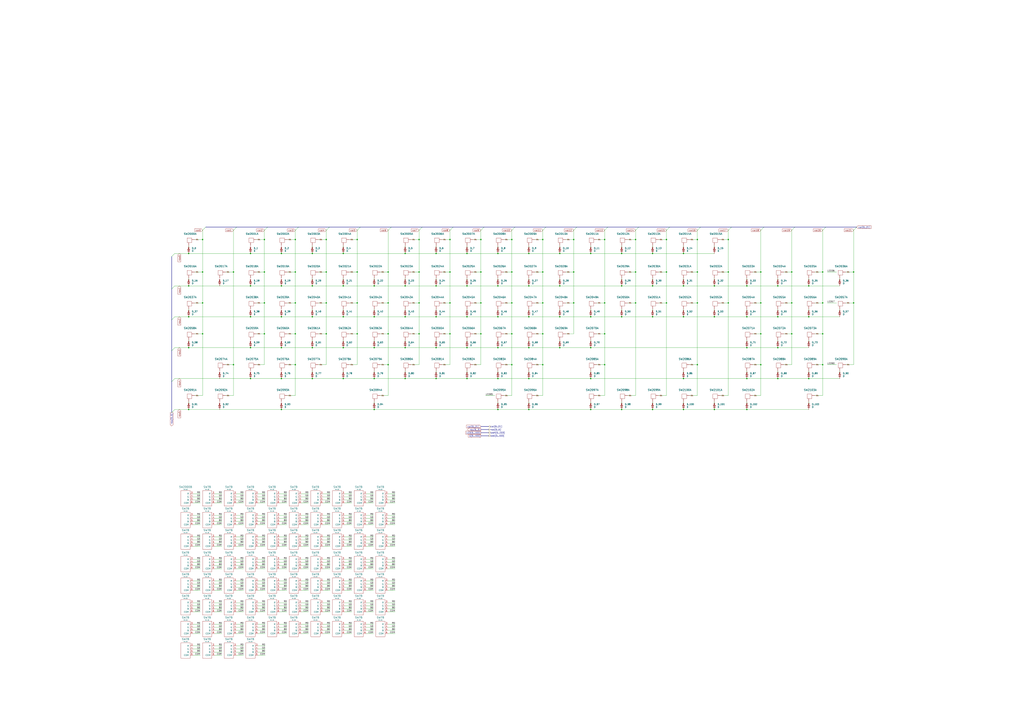
<source format=kicad_sch>
(kicad_sch (version 20211123) (generator eeschema)
  (paper "A1")
  (lib_symbols
    (symbol "Device:D_Small" (pin_numbers hide) (pin_names (offset 0.254) hide)
      (property "Reference" "D" (at -1.27 2.032 0))
      (property "Value" "D_Small" (at -3.81 -2.032 0))
      (symbol "D_Small_1_1"
        (pin passive line (at -2.54 0 0) (length 1.778) (name "K") (number "1"))
        (pin passive line (at 2.54 0 180) (length 1.778) (name "A") (number "2"))
      )
    )
    (symbol "Keyboard:MX-LED" (pin_names (offset 1.016))
      (property "Reference" "SW" (at -0.241 2.3175 0))
      (property "Value" "MX-LED" (at 0 0 0))
      (symbol "MX-LED_1_0"
        (text "COL" (at 5.715 1.27 0) (effects (font (size 0.762 0.762))))
        (text "ROW" (at -1.27 -4.445 900) (effects (font (size 0.762 0.762)) (justify right)))
      )
      (symbol "MX-LED_1_1"
        (pin passive line (at 3.81 1.27 180) (length 2.54) (name "COL") (number "1"))
        (pin passive line (at -1.27 -3.81 90) (length 2.54) (name "ROW") (number "2"))
      )
      (symbol "MX-LED_2_1"
        (pin input line (at 6.35 -1.27 180) (length 2.54) (name "R") (number "3"))
        (pin input line (at 6.35 -3.81 180) (length 2.54) (name "G") (number "4"))
        (pin input line (at 6.35 -6.35 180) (length 2.54) (name "B") (number "5"))
        (pin input line (at 6.35 -8.89 180) (length 2.54) (name "COM") (number "6"))
      )
    )
    (symbol "MX-LED_1" (pin_names (offset 1.016))
      (property "Reference" "SW" (at -0.241 2.3175 0))
      (property "Value" "MX-LED_1" (at 0 0 0))
      (symbol "MX-LED_1_1_0"
        (text "COL" (at 5.715 1.27 0) (effects (font (size 0.762 0.762))))
        (text "ROW" (at -1.27 -4.445 900) (effects (font (size 0.762 0.762)) (justify right)))
      )
      (symbol "MX-LED_1_1_1"
        (pin passive line (at 3.81 1.27 180) (length 2.54) (name "COL") (number "1"))
        (pin passive line (at -1.27 -3.81 90) (length 2.54) (name "ROW") (number "2"))
      )
      (symbol "MX-LED_1_2_1"
        (pin input line (at 6.35 -1.27 180) (length 2.54) (name "R") (number "3"))
        (pin input line (at 6.35 -3.81 180) (length 2.54) (name "G") (number "4"))
        (pin input line (at 6.35 -6.35 180) (length 2.54) (name "B") (number "5"))
        (pin input line (at 6.35 -8.89 180) (length 2.54) (name "COM") (number "6"))
      )
    )
    (symbol "MX-LED_10" (pin_names (offset 1.016))
      (property "Reference" "SW" (at -0.241 2.3175 0))
      (property "Value" "MX-LED_10" (at 0 0 0))
      (symbol "MX-LED_10_1_0"
        (text "COL" (at 5.715 1.27 0) (effects (font (size 0.762 0.762))))
        (text "ROW" (at -1.27 -4.445 900) (effects (font (size 0.762 0.762)) (justify right)))
      )
      (symbol "MX-LED_10_1_1"
        (pin passive line (at 3.81 1.27 180) (length 2.54) (name "COL") (number "1"))
        (pin passive line (at -1.27 -3.81 90) (length 2.54) (name "ROW") (number "2"))
      )
      (symbol "MX-LED_10_2_1"
        (pin input line (at 6.35 -1.27 180) (length 2.54) (name "R") (number "3"))
        (pin input line (at 6.35 -3.81 180) (length 2.54) (name "G") (number "4"))
        (pin input line (at 6.35 -6.35 180) (length 2.54) (name "B") (number "5"))
        (pin input line (at 6.35 -8.89 180) (length 2.54) (name "COM") (number "6"))
      )
    )
    (symbol "MX-LED_100" (pin_names (offset 1.016))
      (property "Reference" "SW" (at -0.241 2.3175 0))
      (property "Value" "MX-LED_100" (at 0 0 0))
      (symbol "MX-LED_100_1_0"
        (text "COL" (at 5.715 1.27 0) (effects (font (size 0.762 0.762))))
        (text "ROW" (at -1.27 -4.445 900) (effects (font (size 0.762 0.762)) (justify right)))
      )
      (symbol "MX-LED_100_1_1"
        (pin passive line (at 3.81 1.27 180) (length 2.54) (name "COL") (number "1"))
        (pin passive line (at -1.27 -3.81 90) (length 2.54) (name "ROW") (number "2"))
      )
      (symbol "MX-LED_100_2_1"
        (pin input line (at 6.35 -1.27 180) (length 2.54) (name "R") (number "3"))
        (pin input line (at 6.35 -3.81 180) (length 2.54) (name "G") (number "4"))
        (pin input line (at 6.35 -6.35 180) (length 2.54) (name "B") (number "5"))
        (pin input line (at 6.35 -8.89 180) (length 2.54) (name "COM") (number "6"))
      )
    )
    (symbol "MX-LED_101" (pin_names (offset 1.016))
      (property "Reference" "SW" (at -0.241 2.3175 0))
      (property "Value" "MX-LED_101" (at 0 0 0))
      (symbol "MX-LED_101_1_0"
        (text "COL" (at 5.715 1.27 0) (effects (font (size 0.762 0.762))))
        (text "ROW" (at -1.27 -4.445 900) (effects (font (size 0.762 0.762)) (justify right)))
      )
      (symbol "MX-LED_101_1_1"
        (pin passive line (at 3.81 1.27 180) (length 2.54) (name "COL") (number "1"))
        (pin passive line (at -1.27 -3.81 90) (length 2.54) (name "ROW") (number "2"))
      )
      (symbol "MX-LED_101_2_1"
        (pin input line (at 6.35 -1.27 180) (length 2.54) (name "R") (number "3"))
        (pin input line (at 6.35 -3.81 180) (length 2.54) (name "G") (number "4"))
        (pin input line (at 6.35 -6.35 180) (length 2.54) (name "B") (number "5"))
        (pin input line (at 6.35 -8.89 180) (length 2.54) (name "COM") (number "6"))
      )
    )
    (symbol "MX-LED_102" (pin_names (offset 1.016))
      (property "Reference" "SW" (at -0.241 2.3175 0))
      (property "Value" "MX-LED_102" (at 0 0 0))
      (symbol "MX-LED_102_1_0"
        (text "COL" (at 5.715 1.27 0) (effects (font (size 0.762 0.762))))
        (text "ROW" (at -1.27 -4.445 900) (effects (font (size 0.762 0.762)) (justify right)))
      )
      (symbol "MX-LED_102_1_1"
        (pin passive line (at 3.81 1.27 180) (length 2.54) (name "COL") (number "1"))
        (pin passive line (at -1.27 -3.81 90) (length 2.54) (name "ROW") (number "2"))
      )
      (symbol "MX-LED_102_2_1"
        (pin input line (at 6.35 -1.27 180) (length 2.54) (name "R") (number "3"))
        (pin input line (at 6.35 -3.81 180) (length 2.54) (name "G") (number "4"))
        (pin input line (at 6.35 -6.35 180) (length 2.54) (name "B") (number "5"))
        (pin input line (at 6.35 -8.89 180) (length 2.54) (name "COM") (number "6"))
      )
    )
    (symbol "MX-LED_103" (pin_names (offset 1.016))
      (property "Reference" "SW" (at -0.241 2.3175 0))
      (property "Value" "MX-LED_103" (at 0 0 0))
      (symbol "MX-LED_103_1_0"
        (text "COL" (at 5.715 1.27 0) (effects (font (size 0.762 0.762))))
        (text "ROW" (at -1.27 -4.445 900) (effects (font (size 0.762 0.762)) (justify right)))
      )
      (symbol "MX-LED_103_1_1"
        (pin passive line (at 3.81 1.27 180) (length 2.54) (name "COL") (number "1"))
        (pin passive line (at -1.27 -3.81 90) (length 2.54) (name "ROW") (number "2"))
      )
      (symbol "MX-LED_103_2_1"
        (pin input line (at 6.35 -1.27 180) (length 2.54) (name "R") (number "3"))
        (pin input line (at 6.35 -3.81 180) (length 2.54) (name "G") (number "4"))
        (pin input line (at 6.35 -6.35 180) (length 2.54) (name "B") (number "5"))
        (pin input line (at 6.35 -8.89 180) (length 2.54) (name "COM") (number "6"))
      )
    )
    (symbol "MX-LED_11" (pin_names (offset 1.016))
      (property "Reference" "SW" (at -0.241 2.3175 0))
      (property "Value" "MX-LED_11" (at 0 0 0))
      (symbol "MX-LED_11_1_0"
        (text "COL" (at 5.715 1.27 0) (effects (font (size 0.762 0.762))))
        (text "ROW" (at -1.27 -4.445 900) (effects (font (size 0.762 0.762)) (justify right)))
      )
      (symbol "MX-LED_11_1_1"
        (pin passive line (at 3.81 1.27 180) (length 2.54) (name "COL") (number "1"))
        (pin passive line (at -1.27 -3.81 90) (length 2.54) (name "ROW") (number "2"))
      )
      (symbol "MX-LED_11_2_1"
        (pin input line (at 6.35 -1.27 180) (length 2.54) (name "R") (number "3"))
        (pin input line (at 6.35 -3.81 180) (length 2.54) (name "G") (number "4"))
        (pin input line (at 6.35 -6.35 180) (length 2.54) (name "B") (number "5"))
        (pin input line (at 6.35 -8.89 180) (length 2.54) (name "COM") (number "6"))
      )
    )
    (symbol "MX-LED_12" (pin_names (offset 1.016))
      (property "Reference" "SW" (at -0.241 2.3175 0))
      (property "Value" "MX-LED_12" (at 0 0 0))
      (symbol "MX-LED_12_1_0"
        (text "COL" (at 5.715 1.27 0) (effects (font (size 0.762 0.762))))
        (text "ROW" (at -1.27 -4.445 900) (effects (font (size 0.762 0.762)) (justify right)))
      )
      (symbol "MX-LED_12_1_1"
        (pin passive line (at 3.81 1.27 180) (length 2.54) (name "COL") (number "1"))
        (pin passive line (at -1.27 -3.81 90) (length 2.54) (name "ROW") (number "2"))
      )
      (symbol "MX-LED_12_2_1"
        (pin input line (at 6.35 -1.27 180) (length 2.54) (name "R") (number "3"))
        (pin input line (at 6.35 -3.81 180) (length 2.54) (name "G") (number "4"))
        (pin input line (at 6.35 -6.35 180) (length 2.54) (name "B") (number "5"))
        (pin input line (at 6.35 -8.89 180) (length 2.54) (name "COM") (number "6"))
      )
    )
    (symbol "MX-LED_13" (pin_names (offset 1.016))
      (property "Reference" "SW" (at -0.241 2.3175 0))
      (property "Value" "MX-LED_13" (at 0 0 0))
      (symbol "MX-LED_13_1_0"
        (text "COL" (at 5.715 1.27 0) (effects (font (size 0.762 0.762))))
        (text "ROW" (at -1.27 -4.445 900) (effects (font (size 0.762 0.762)) (justify right)))
      )
      (symbol "MX-LED_13_1_1"
        (pin passive line (at 3.81 1.27 180) (length 2.54) (name "COL") (number "1"))
        (pin passive line (at -1.27 -3.81 90) (length 2.54) (name "ROW") (number "2"))
      )
      (symbol "MX-LED_13_2_1"
        (pin input line (at 6.35 -1.27 180) (length 2.54) (name "R") (number "3"))
        (pin input line (at 6.35 -3.81 180) (length 2.54) (name "G") (number "4"))
        (pin input line (at 6.35 -6.35 180) (length 2.54) (name "B") (number "5"))
        (pin input line (at 6.35 -8.89 180) (length 2.54) (name "COM") (number "6"))
      )
    )
    (symbol "MX-LED_14" (pin_names (offset 1.016))
      (property "Reference" "SW" (at -0.241 2.3175 0))
      (property "Value" "MX-LED_14" (at 0 0 0))
      (symbol "MX-LED_14_1_0"
        (text "COL" (at 5.715 1.27 0) (effects (font (size 0.762 0.762))))
        (text "ROW" (at -1.27 -4.445 900) (effects (font (size 0.762 0.762)) (justify right)))
      )
      (symbol "MX-LED_14_1_1"
        (pin passive line (at 3.81 1.27 180) (length 2.54) (name "COL") (number "1"))
        (pin passive line (at -1.27 -3.81 90) (length 2.54) (name "ROW") (number "2"))
      )
      (symbol "MX-LED_14_2_1"
        (pin input line (at 6.35 -1.27 180) (length 2.54) (name "R") (number "3"))
        (pin input line (at 6.35 -3.81 180) (length 2.54) (name "G") (number "4"))
        (pin input line (at 6.35 -6.35 180) (length 2.54) (name "B") (number "5"))
        (pin input line (at 6.35 -8.89 180) (length 2.54) (name "COM") (number "6"))
      )
    )
    (symbol "MX-LED_15" (pin_names (offset 1.016))
      (property "Reference" "SW" (at -0.241 2.3175 0))
      (property "Value" "MX-LED_15" (at 0 0 0))
      (symbol "MX-LED_15_1_0"
        (text "COL" (at 5.715 1.27 0) (effects (font (size 0.762 0.762))))
        (text "ROW" (at -1.27 -4.445 900) (effects (font (size 0.762 0.762)) (justify right)))
      )
      (symbol "MX-LED_15_1_1"
        (pin passive line (at 3.81 1.27 180) (length 2.54) (name "COL") (number "1"))
        (pin passive line (at -1.27 -3.81 90) (length 2.54) (name "ROW") (number "2"))
      )
      (symbol "MX-LED_15_2_1"
        (pin input line (at 6.35 -1.27 180) (length 2.54) (name "R") (number "3"))
        (pin input line (at 6.35 -3.81 180) (length 2.54) (name "G") (number "4"))
        (pin input line (at 6.35 -6.35 180) (length 2.54) (name "B") (number "5"))
        (pin input line (at 6.35 -8.89 180) (length 2.54) (name "COM") (number "6"))
      )
    )
    (symbol "MX-LED_16" (pin_names (offset 1.016))
      (property "Reference" "SW" (at -0.241 2.3175 0))
      (property "Value" "MX-LED_16" (at 0 0 0))
      (symbol "MX-LED_16_1_0"
        (text "COL" (at 5.715 1.27 0) (effects (font (size 0.762 0.762))))
        (text "ROW" (at -1.27 -4.445 900) (effects (font (size 0.762 0.762)) (justify right)))
      )
      (symbol "MX-LED_16_1_1"
        (pin passive line (at 3.81 1.27 180) (length 2.54) (name "COL") (number "1"))
        (pin passive line (at -1.27 -3.81 90) (length 2.54) (name "ROW") (number "2"))
      )
      (symbol "MX-LED_16_2_1"
        (pin input line (at 6.35 -1.27 180) (length 2.54) (name "R") (number "3"))
        (pin input line (at 6.35 -3.81 180) (length 2.54) (name "G") (number "4"))
        (pin input line (at 6.35 -6.35 180) (length 2.54) (name "B") (number "5"))
        (pin input line (at 6.35 -8.89 180) (length 2.54) (name "COM") (number "6"))
      )
    )
    (symbol "MX-LED_17" (pin_names (offset 1.016))
      (property "Reference" "SW" (at -0.241 2.3175 0))
      (property "Value" "MX-LED_17" (at 0 0 0))
      (symbol "MX-LED_17_1_0"
        (text "COL" (at 5.715 1.27 0) (effects (font (size 0.762 0.762))))
        (text "ROW" (at -1.27 -4.445 900) (effects (font (size 0.762 0.762)) (justify right)))
      )
      (symbol "MX-LED_17_1_1"
        (pin passive line (at 3.81 1.27 180) (length 2.54) (name "COL") (number "1"))
        (pin passive line (at -1.27 -3.81 90) (length 2.54) (name "ROW") (number "2"))
      )
      (symbol "MX-LED_17_2_1"
        (pin input line (at 6.35 -1.27 180) (length 2.54) (name "R") (number "3"))
        (pin input line (at 6.35 -3.81 180) (length 2.54) (name "G") (number "4"))
        (pin input line (at 6.35 -6.35 180) (length 2.54) (name "B") (number "5"))
        (pin input line (at 6.35 -8.89 180) (length 2.54) (name "COM") (number "6"))
      )
    )
    (symbol "MX-LED_18" (pin_names (offset 1.016))
      (property "Reference" "SW" (at -0.241 2.3175 0))
      (property "Value" "MX-LED_18" (at 0 0 0))
      (symbol "MX-LED_18_1_0"
        (text "COL" (at 5.715 1.27 0) (effects (font (size 0.762 0.762))))
        (text "ROW" (at -1.27 -4.445 900) (effects (font (size 0.762 0.762)) (justify right)))
      )
      (symbol "MX-LED_18_1_1"
        (pin passive line (at 3.81 1.27 180) (length 2.54) (name "COL") (number "1"))
        (pin passive line (at -1.27 -3.81 90) (length 2.54) (name "ROW") (number "2"))
      )
      (symbol "MX-LED_18_2_1"
        (pin input line (at 6.35 -1.27 180) (length 2.54) (name "R") (number "3"))
        (pin input line (at 6.35 -3.81 180) (length 2.54) (name "G") (number "4"))
        (pin input line (at 6.35 -6.35 180) (length 2.54) (name "B") (number "5"))
        (pin input line (at 6.35 -8.89 180) (length 2.54) (name "COM") (number "6"))
      )
    )
    (symbol "MX-LED_19" (pin_names (offset 1.016))
      (property "Reference" "SW" (at -0.241 2.3175 0))
      (property "Value" "MX-LED_19" (at 0 0 0))
      (symbol "MX-LED_19_1_0"
        (text "COL" (at 5.715 1.27 0) (effects (font (size 0.762 0.762))))
        (text "ROW" (at -1.27 -4.445 900) (effects (font (size 0.762 0.762)) (justify right)))
      )
      (symbol "MX-LED_19_1_1"
        (pin passive line (at 3.81 1.27 180) (length 2.54) (name "COL") (number "1"))
        (pin passive line (at -1.27 -3.81 90) (length 2.54) (name "ROW") (number "2"))
      )
      (symbol "MX-LED_19_2_1"
        (pin input line (at 6.35 -1.27 180) (length 2.54) (name "R") (number "3"))
        (pin input line (at 6.35 -3.81 180) (length 2.54) (name "G") (number "4"))
        (pin input line (at 6.35 -6.35 180) (length 2.54) (name "B") (number "5"))
        (pin input line (at 6.35 -8.89 180) (length 2.54) (name "COM") (number "6"))
      )
    )
    (symbol "MX-LED_2" (pin_names (offset 1.016))
      (property "Reference" "SW" (at -0.241 2.3175 0))
      (property "Value" "MX-LED_2" (at 0 0 0))
      (symbol "MX-LED_2_1_0"
        (text "COL" (at 5.715 1.27 0) (effects (font (size 0.762 0.762))))
        (text "ROW" (at -1.27 -4.445 900) (effects (font (size 0.762 0.762)) (justify right)))
      )
      (symbol "MX-LED_2_1_1"
        (pin passive line (at 3.81 1.27 180) (length 2.54) (name "COL") (number "1"))
        (pin passive line (at -1.27 -3.81 90) (length 2.54) (name "ROW") (number "2"))
      )
      (symbol "MX-LED_2_2_1"
        (pin input line (at 6.35 -1.27 180) (length 2.54) (name "R") (number "3"))
        (pin input line (at 6.35 -3.81 180) (length 2.54) (name "G") (number "4"))
        (pin input line (at 6.35 -6.35 180) (length 2.54) (name "B") (number "5"))
        (pin input line (at 6.35 -8.89 180) (length 2.54) (name "COM") (number "6"))
      )
    )
    (symbol "MX-LED_20" (pin_names (offset 1.016))
      (property "Reference" "SW" (at -0.241 2.3175 0))
      (property "Value" "MX-LED_20" (at 0 0 0))
      (symbol "MX-LED_20_1_0"
        (text "COL" (at 5.715 1.27 0) (effects (font (size 0.762 0.762))))
        (text "ROW" (at -1.27 -4.445 900) (effects (font (size 0.762 0.762)) (justify right)))
      )
      (symbol "MX-LED_20_1_1"
        (pin passive line (at 3.81 1.27 180) (length 2.54) (name "COL") (number "1"))
        (pin passive line (at -1.27 -3.81 90) (length 2.54) (name "ROW") (number "2"))
      )
      (symbol "MX-LED_20_2_1"
        (pin input line (at 6.35 -1.27 180) (length 2.54) (name "R") (number "3"))
        (pin input line (at 6.35 -3.81 180) (length 2.54) (name "G") (number "4"))
        (pin input line (at 6.35 -6.35 180) (length 2.54) (name "B") (number "5"))
        (pin input line (at 6.35 -8.89 180) (length 2.54) (name "COM") (number "6"))
      )
    )
    (symbol "MX-LED_21" (pin_names (offset 1.016))
      (property "Reference" "SW" (at -0.241 2.3175 0))
      (property "Value" "MX-LED_21" (at 0 0 0))
      (symbol "MX-LED_21_1_0"
        (text "COL" (at 5.715 1.27 0) (effects (font (size 0.762 0.762))))
        (text "ROW" (at -1.27 -4.445 900) (effects (font (size 0.762 0.762)) (justify right)))
      )
      (symbol "MX-LED_21_1_1"
        (pin passive line (at 3.81 1.27 180) (length 2.54) (name "COL") (number "1"))
        (pin passive line (at -1.27 -3.81 90) (length 2.54) (name "ROW") (number "2"))
      )
      (symbol "MX-LED_21_2_1"
        (pin input line (at 6.35 -1.27 180) (length 2.54) (name "R") (number "3"))
        (pin input line (at 6.35 -3.81 180) (length 2.54) (name "G") (number "4"))
        (pin input line (at 6.35 -6.35 180) (length 2.54) (name "B") (number "5"))
        (pin input line (at 6.35 -8.89 180) (length 2.54) (name "COM") (number "6"))
      )
    )
    (symbol "MX-LED_22" (pin_names (offset 1.016))
      (property "Reference" "SW" (at -0.241 2.3175 0))
      (property "Value" "MX-LED_22" (at 0 0 0))
      (symbol "MX-LED_22_1_0"
        (text "COL" (at 5.715 1.27 0) (effects (font (size 0.762 0.762))))
        (text "ROW" (at -1.27 -4.445 900) (effects (font (size 0.762 0.762)) (justify right)))
      )
      (symbol "MX-LED_22_1_1"
        (pin passive line (at 3.81 1.27 180) (length 2.54) (name "COL") (number "1"))
        (pin passive line (at -1.27 -3.81 90) (length 2.54) (name "ROW") (number "2"))
      )
      (symbol "MX-LED_22_2_1"
        (pin input line (at 6.35 -1.27 180) (length 2.54) (name "R") (number "3"))
        (pin input line (at 6.35 -3.81 180) (length 2.54) (name "G") (number "4"))
        (pin input line (at 6.35 -6.35 180) (length 2.54) (name "B") (number "5"))
        (pin input line (at 6.35 -8.89 180) (length 2.54) (name "COM") (number "6"))
      )
    )
    (symbol "MX-LED_23" (pin_names (offset 1.016))
      (property "Reference" "SW" (at -0.241 2.3175 0))
      (property "Value" "MX-LED_23" (at 0 0 0))
      (symbol "MX-LED_23_1_0"
        (text "COL" (at 5.715 1.27 0) (effects (font (size 0.762 0.762))))
        (text "ROW" (at -1.27 -4.445 900) (effects (font (size 0.762 0.762)) (justify right)))
      )
      (symbol "MX-LED_23_1_1"
        (pin passive line (at 3.81 1.27 180) (length 2.54) (name "COL") (number "1"))
        (pin passive line (at -1.27 -3.81 90) (length 2.54) (name "ROW") (number "2"))
      )
      (symbol "MX-LED_23_2_1"
        (pin input line (at 6.35 -1.27 180) (length 2.54) (name "R") (number "3"))
        (pin input line (at 6.35 -3.81 180) (length 2.54) (name "G") (number "4"))
        (pin input line (at 6.35 -6.35 180) (length 2.54) (name "B") (number "5"))
        (pin input line (at 6.35 -8.89 180) (length 2.54) (name "COM") (number "6"))
      )
    )
    (symbol "MX-LED_24" (pin_names (offset 1.016))
      (property "Reference" "SW" (at -0.241 2.3175 0))
      (property "Value" "MX-LED_24" (at 0 0 0))
      (symbol "MX-LED_24_1_0"
        (text "COL" (at 5.715 1.27 0) (effects (font (size 0.762 0.762))))
        (text "ROW" (at -1.27 -4.445 900) (effects (font (size 0.762 0.762)) (justify right)))
      )
      (symbol "MX-LED_24_1_1"
        (pin passive line (at 3.81 1.27 180) (length 2.54) (name "COL") (number "1"))
        (pin passive line (at -1.27 -3.81 90) (length 2.54) (name "ROW") (number "2"))
      )
      (symbol "MX-LED_24_2_1"
        (pin input line (at 6.35 -1.27 180) (length 2.54) (name "R") (number "3"))
        (pin input line (at 6.35 -3.81 180) (length 2.54) (name "G") (number "4"))
        (pin input line (at 6.35 -6.35 180) (length 2.54) (name "B") (number "5"))
        (pin input line (at 6.35 -8.89 180) (length 2.54) (name "COM") (number "6"))
      )
    )
    (symbol "MX-LED_25" (pin_names (offset 1.016))
      (property "Reference" "SW" (at -0.241 2.3175 0))
      (property "Value" "MX-LED_25" (at 0 0 0))
      (symbol "MX-LED_25_1_0"
        (text "COL" (at 5.715 1.27 0) (effects (font (size 0.762 0.762))))
        (text "ROW" (at -1.27 -4.445 900) (effects (font (size 0.762 0.762)) (justify right)))
      )
      (symbol "MX-LED_25_1_1"
        (pin passive line (at 3.81 1.27 180) (length 2.54) (name "COL") (number "1"))
        (pin passive line (at -1.27 -3.81 90) (length 2.54) (name "ROW") (number "2"))
      )
      (symbol "MX-LED_25_2_1"
        (pin input line (at 6.35 -1.27 180) (length 2.54) (name "R") (number "3"))
        (pin input line (at 6.35 -3.81 180) (length 2.54) (name "G") (number "4"))
        (pin input line (at 6.35 -6.35 180) (length 2.54) (name "B") (number "5"))
        (pin input line (at 6.35 -8.89 180) (length 2.54) (name "COM") (number "6"))
      )
    )
    (symbol "MX-LED_26" (pin_names (offset 1.016))
      (property "Reference" "SW" (at -0.241 2.3175 0))
      (property "Value" "MX-LED_26" (at 0 0 0))
      (symbol "MX-LED_26_1_0"
        (text "COL" (at 5.715 1.27 0) (effects (font (size 0.762 0.762))))
        (text "ROW" (at -1.27 -4.445 900) (effects (font (size 0.762 0.762)) (justify right)))
      )
      (symbol "MX-LED_26_1_1"
        (pin passive line (at 3.81 1.27 180) (length 2.54) (name "COL") (number "1"))
        (pin passive line (at -1.27 -3.81 90) (length 2.54) (name "ROW") (number "2"))
      )
      (symbol "MX-LED_26_2_1"
        (pin input line (at 6.35 -1.27 180) (length 2.54) (name "R") (number "3"))
        (pin input line (at 6.35 -3.81 180) (length 2.54) (name "G") (number "4"))
        (pin input line (at 6.35 -6.35 180) (length 2.54) (name "B") (number "5"))
        (pin input line (at 6.35 -8.89 180) (length 2.54) (name "COM") (number "6"))
      )
    )
    (symbol "MX-LED_27" (pin_names (offset 1.016))
      (property "Reference" "SW" (at -0.241 2.3175 0))
      (property "Value" "MX-LED_27" (at 0 0 0))
      (symbol "MX-LED_27_1_0"
        (text "COL" (at 5.715 1.27 0) (effects (font (size 0.762 0.762))))
        (text "ROW" (at -1.27 -4.445 900) (effects (font (size 0.762 0.762)) (justify right)))
      )
      (symbol "MX-LED_27_1_1"
        (pin passive line (at 3.81 1.27 180) (length 2.54) (name "COL") (number "1"))
        (pin passive line (at -1.27 -3.81 90) (length 2.54) (name "ROW") (number "2"))
      )
      (symbol "MX-LED_27_2_1"
        (pin input line (at 6.35 -1.27 180) (length 2.54) (name "R") (number "3"))
        (pin input line (at 6.35 -3.81 180) (length 2.54) (name "G") (number "4"))
        (pin input line (at 6.35 -6.35 180) (length 2.54) (name "B") (number "5"))
        (pin input line (at 6.35 -8.89 180) (length 2.54) (name "COM") (number "6"))
      )
    )
    (symbol "MX-LED_28" (pin_names (offset 1.016))
      (property "Reference" "SW" (at -0.241 2.3175 0))
      (property "Value" "MX-LED_28" (at 0 0 0))
      (symbol "MX-LED_28_1_0"
        (text "COL" (at 5.715 1.27 0) (effects (font (size 0.762 0.762))))
        (text "ROW" (at -1.27 -4.445 900) (effects (font (size 0.762 0.762)) (justify right)))
      )
      (symbol "MX-LED_28_1_1"
        (pin passive line (at 3.81 1.27 180) (length 2.54) (name "COL") (number "1"))
        (pin passive line (at -1.27 -3.81 90) (length 2.54) (name "ROW") (number "2"))
      )
      (symbol "MX-LED_28_2_1"
        (pin input line (at 6.35 -1.27 180) (length 2.54) (name "R") (number "3"))
        (pin input line (at 6.35 -3.81 180) (length 2.54) (name "G") (number "4"))
        (pin input line (at 6.35 -6.35 180) (length 2.54) (name "B") (number "5"))
        (pin input line (at 6.35 -8.89 180) (length 2.54) (name "COM") (number "6"))
      )
    )
    (symbol "MX-LED_29" (pin_names (offset 1.016))
      (property "Reference" "SW" (at -0.241 2.3175 0))
      (property "Value" "MX-LED_29" (at 0 0 0))
      (symbol "MX-LED_29_1_0"
        (text "COL" (at 5.715 1.27 0) (effects (font (size 0.762 0.762))))
        (text "ROW" (at -1.27 -4.445 900) (effects (font (size 0.762 0.762)) (justify right)))
      )
      (symbol "MX-LED_29_1_1"
        (pin passive line (at 3.81 1.27 180) (length 2.54) (name "COL") (number "1"))
        (pin passive line (at -1.27 -3.81 90) (length 2.54) (name "ROW") (number "2"))
      )
      (symbol "MX-LED_29_2_1"
        (pin input line (at 6.35 -1.27 180) (length 2.54) (name "R") (number "3"))
        (pin input line (at 6.35 -3.81 180) (length 2.54) (name "G") (number "4"))
        (pin input line (at 6.35 -6.35 180) (length 2.54) (name "B") (number "5"))
        (pin input line (at 6.35 -8.89 180) (length 2.54) (name "COM") (number "6"))
      )
    )
    (symbol "MX-LED_3" (pin_names (offset 1.016))
      (property "Reference" "SW" (at -0.241 2.3175 0))
      (property "Value" "MX-LED_3" (at 0 0 0))
      (symbol "MX-LED_3_1_0"
        (text "COL" (at 5.715 1.27 0) (effects (font (size 0.762 0.762))))
        (text "ROW" (at -1.27 -4.445 900) (effects (font (size 0.762 0.762)) (justify right)))
      )
      (symbol "MX-LED_3_1_1"
        (pin passive line (at 3.81 1.27 180) (length 2.54) (name "COL") (number "1"))
        (pin passive line (at -1.27 -3.81 90) (length 2.54) (name "ROW") (number "2"))
      )
      (symbol "MX-LED_3_2_1"
        (pin input line (at 6.35 -1.27 180) (length 2.54) (name "R") (number "3"))
        (pin input line (at 6.35 -3.81 180) (length 2.54) (name "G") (number "4"))
        (pin input line (at 6.35 -6.35 180) (length 2.54) (name "B") (number "5"))
        (pin input line (at 6.35 -8.89 180) (length 2.54) (name "COM") (number "6"))
      )
    )
    (symbol "MX-LED_30" (pin_names (offset 1.016))
      (property "Reference" "SW" (at -0.241 2.3175 0))
      (property "Value" "MX-LED_30" (at 0 0 0))
      (symbol "MX-LED_30_1_0"
        (text "COL" (at 5.715 1.27 0) (effects (font (size 0.762 0.762))))
        (text "ROW" (at -1.27 -4.445 900) (effects (font (size 0.762 0.762)) (justify right)))
      )
      (symbol "MX-LED_30_1_1"
        (pin passive line (at 3.81 1.27 180) (length 2.54) (name "COL") (number "1"))
        (pin passive line (at -1.27 -3.81 90) (length 2.54) (name "ROW") (number "2"))
      )
      (symbol "MX-LED_30_2_1"
        (pin input line (at 6.35 -1.27 180) (length 2.54) (name "R") (number "3"))
        (pin input line (at 6.35 -3.81 180) (length 2.54) (name "G") (number "4"))
        (pin input line (at 6.35 -6.35 180) (length 2.54) (name "B") (number "5"))
        (pin input line (at 6.35 -8.89 180) (length 2.54) (name "COM") (number "6"))
      )
    )
    (symbol "MX-LED_31" (pin_names (offset 1.016))
      (property "Reference" "SW" (at -0.241 2.3175 0))
      (property "Value" "MX-LED_31" (at 0 0 0))
      (symbol "MX-LED_31_1_0"
        (text "COL" (at 5.715 1.27 0) (effects (font (size 0.762 0.762))))
        (text "ROW" (at -1.27 -4.445 900) (effects (font (size 0.762 0.762)) (justify right)))
      )
      (symbol "MX-LED_31_1_1"
        (pin passive line (at 3.81 1.27 180) (length 2.54) (name "COL") (number "1"))
        (pin passive line (at -1.27 -3.81 90) (length 2.54) (name "ROW") (number "2"))
      )
      (symbol "MX-LED_31_2_1"
        (pin input line (at 6.35 -1.27 180) (length 2.54) (name "R") (number "3"))
        (pin input line (at 6.35 -3.81 180) (length 2.54) (name "G") (number "4"))
        (pin input line (at 6.35 -6.35 180) (length 2.54) (name "B") (number "5"))
        (pin input line (at 6.35 -8.89 180) (length 2.54) (name "COM") (number "6"))
      )
    )
    (symbol "MX-LED_32" (pin_names (offset 1.016))
      (property "Reference" "SW" (at -0.241 2.3175 0))
      (property "Value" "MX-LED_32" (at 0 0 0))
      (symbol "MX-LED_32_1_0"
        (text "COL" (at 5.715 1.27 0) (effects (font (size 0.762 0.762))))
        (text "ROW" (at -1.27 -4.445 900) (effects (font (size 0.762 0.762)) (justify right)))
      )
      (symbol "MX-LED_32_1_1"
        (pin passive line (at 3.81 1.27 180) (length 2.54) (name "COL") (number "1"))
        (pin passive line (at -1.27 -3.81 90) (length 2.54) (name "ROW") (number "2"))
      )
      (symbol "MX-LED_32_2_1"
        (pin input line (at 6.35 -1.27 180) (length 2.54) (name "R") (number "3"))
        (pin input line (at 6.35 -3.81 180) (length 2.54) (name "G") (number "4"))
        (pin input line (at 6.35 -6.35 180) (length 2.54) (name "B") (number "5"))
        (pin input line (at 6.35 -8.89 180) (length 2.54) (name "COM") (number "6"))
      )
    )
    (symbol "MX-LED_33" (pin_names (offset 1.016))
      (property "Reference" "SW" (at -0.241 2.3175 0))
      (property "Value" "MX-LED_33" (at 0 0 0))
      (symbol "MX-LED_33_1_0"
        (text "COL" (at 5.715 1.27 0) (effects (font (size 0.762 0.762))))
        (text "ROW" (at -1.27 -4.445 900) (effects (font (size 0.762 0.762)) (justify right)))
      )
      (symbol "MX-LED_33_1_1"
        (pin passive line (at 3.81 1.27 180) (length 2.54) (name "COL") (number "1"))
        (pin passive line (at -1.27 -3.81 90) (length 2.54) (name "ROW") (number "2"))
      )
      (symbol "MX-LED_33_2_1"
        (pin input line (at 6.35 -1.27 180) (length 2.54) (name "R") (number "3"))
        (pin input line (at 6.35 -3.81 180) (length 2.54) (name "G") (number "4"))
        (pin input line (at 6.35 -6.35 180) (length 2.54) (name "B") (number "5"))
        (pin input line (at 6.35 -8.89 180) (length 2.54) (name "COM") (number "6"))
      )
    )
    (symbol "MX-LED_34" (pin_names (offset 1.016))
      (property "Reference" "SW" (at -0.241 2.3175 0))
      (property "Value" "MX-LED_34" (at 0 0 0))
      (symbol "MX-LED_34_1_0"
        (text "COL" (at 5.715 1.27 0) (effects (font (size 0.762 0.762))))
        (text "ROW" (at -1.27 -4.445 900) (effects (font (size 0.762 0.762)) (justify right)))
      )
      (symbol "MX-LED_34_1_1"
        (pin passive line (at 3.81 1.27 180) (length 2.54) (name "COL") (number "1"))
        (pin passive line (at -1.27 -3.81 90) (length 2.54) (name "ROW") (number "2"))
      )
      (symbol "MX-LED_34_2_1"
        (pin input line (at 6.35 -1.27 180) (length 2.54) (name "R") (number "3"))
        (pin input line (at 6.35 -3.81 180) (length 2.54) (name "G") (number "4"))
        (pin input line (at 6.35 -6.35 180) (length 2.54) (name "B") (number "5"))
        (pin input line (at 6.35 -8.89 180) (length 2.54) (name "COM") (number "6"))
      )
    )
    (symbol "MX-LED_35" (pin_names (offset 1.016))
      (property "Reference" "SW" (at -0.241 2.3175 0))
      (property "Value" "MX-LED_35" (at 0 0 0))
      (symbol "MX-LED_35_1_0"
        (text "COL" (at 5.715 1.27 0) (effects (font (size 0.762 0.762))))
        (text "ROW" (at -1.27 -4.445 900) (effects (font (size 0.762 0.762)) (justify right)))
      )
      (symbol "MX-LED_35_1_1"
        (pin passive line (at 3.81 1.27 180) (length 2.54) (name "COL") (number "1"))
        (pin passive line (at -1.27 -3.81 90) (length 2.54) (name "ROW") (number "2"))
      )
      (symbol "MX-LED_35_2_1"
        (pin input line (at 6.35 -1.27 180) (length 2.54) (name "R") (number "3"))
        (pin input line (at 6.35 -3.81 180) (length 2.54) (name "G") (number "4"))
        (pin input line (at 6.35 -6.35 180) (length 2.54) (name "B") (number "5"))
        (pin input line (at 6.35 -8.89 180) (length 2.54) (name "COM") (number "6"))
      )
    )
    (symbol "MX-LED_36" (pin_names (offset 1.016))
      (property "Reference" "SW" (at -0.241 2.3175 0))
      (property "Value" "MX-LED_36" (at 0 0 0))
      (symbol "MX-LED_36_1_0"
        (text "COL" (at 5.715 1.27 0) (effects (font (size 0.762 0.762))))
        (text "ROW" (at -1.27 -4.445 900) (effects (font (size 0.762 0.762)) (justify right)))
      )
      (symbol "MX-LED_36_1_1"
        (pin passive line (at 3.81 1.27 180) (length 2.54) (name "COL") (number "1"))
        (pin passive line (at -1.27 -3.81 90) (length 2.54) (name "ROW") (number "2"))
      )
      (symbol "MX-LED_36_2_1"
        (pin input line (at 6.35 -1.27 180) (length 2.54) (name "R") (number "3"))
        (pin input line (at 6.35 -3.81 180) (length 2.54) (name "G") (number "4"))
        (pin input line (at 6.35 -6.35 180) (length 2.54) (name "B") (number "5"))
        (pin input line (at 6.35 -8.89 180) (length 2.54) (name "COM") (number "6"))
      )
    )
    (symbol "MX-LED_37" (pin_names (offset 1.016))
      (property "Reference" "SW" (at -0.241 2.3175 0))
      (property "Value" "MX-LED_37" (at 0 0 0))
      (symbol "MX-LED_37_1_0"
        (text "COL" (at 5.715 1.27 0) (effects (font (size 0.762 0.762))))
        (text "ROW" (at -1.27 -4.445 900) (effects (font (size 0.762 0.762)) (justify right)))
      )
      (symbol "MX-LED_37_1_1"
        (pin passive line (at 3.81 1.27 180) (length 2.54) (name "COL") (number "1"))
        (pin passive line (at -1.27 -3.81 90) (length 2.54) (name "ROW") (number "2"))
      )
      (symbol "MX-LED_37_2_1"
        (pin input line (at 6.35 -1.27 180) (length 2.54) (name "R") (number "3"))
        (pin input line (at 6.35 -3.81 180) (length 2.54) (name "G") (number "4"))
        (pin input line (at 6.35 -6.35 180) (length 2.54) (name "B") (number "5"))
        (pin input line (at 6.35 -8.89 180) (length 2.54) (name "COM") (number "6"))
      )
    )
    (symbol "MX-LED_38" (pin_names (offset 1.016))
      (property "Reference" "SW" (at -0.241 2.3175 0))
      (property "Value" "MX-LED_38" (at 0 0 0))
      (symbol "MX-LED_38_1_0"
        (text "COL" (at 5.715 1.27 0) (effects (font (size 0.762 0.762))))
        (text "ROW" (at -1.27 -4.445 900) (effects (font (size 0.762 0.762)) (justify right)))
      )
      (symbol "MX-LED_38_1_1"
        (pin passive line (at 3.81 1.27 180) (length 2.54) (name "COL") (number "1"))
        (pin passive line (at -1.27 -3.81 90) (length 2.54) (name "ROW") (number "2"))
      )
      (symbol "MX-LED_38_2_1"
        (pin input line (at 6.35 -1.27 180) (length 2.54) (name "R") (number "3"))
        (pin input line (at 6.35 -3.81 180) (length 2.54) (name "G") (number "4"))
        (pin input line (at 6.35 -6.35 180) (length 2.54) (name "B") (number "5"))
        (pin input line (at 6.35 -8.89 180) (length 2.54) (name "COM") (number "6"))
      )
    )
    (symbol "MX-LED_39" (pin_names (offset 1.016))
      (property "Reference" "SW" (at -0.241 2.3175 0))
      (property "Value" "MX-LED_39" (at 0 0 0))
      (symbol "MX-LED_39_1_0"
        (text "COL" (at 5.715 1.27 0) (effects (font (size 0.762 0.762))))
        (text "ROW" (at -1.27 -4.445 900) (effects (font (size 0.762 0.762)) (justify right)))
      )
      (symbol "MX-LED_39_1_1"
        (pin passive line (at 3.81 1.27 180) (length 2.54) (name "COL") (number "1"))
        (pin passive line (at -1.27 -3.81 90) (length 2.54) (name "ROW") (number "2"))
      )
      (symbol "MX-LED_39_2_1"
        (pin input line (at 6.35 -1.27 180) (length 2.54) (name "R") (number "3"))
        (pin input line (at 6.35 -3.81 180) (length 2.54) (name "G") (number "4"))
        (pin input line (at 6.35 -6.35 180) (length 2.54) (name "B") (number "5"))
        (pin input line (at 6.35 -8.89 180) (length 2.54) (name "COM") (number "6"))
      )
    )
    (symbol "MX-LED_4" (pin_names (offset 1.016))
      (property "Reference" "SW" (at -0.241 2.3175 0))
      (property "Value" "MX-LED_4" (at 0 0 0))
      (symbol "MX-LED_4_1_0"
        (text "COL" (at 5.715 1.27 0) (effects (font (size 0.762 0.762))))
        (text "ROW" (at -1.27 -4.445 900) (effects (font (size 0.762 0.762)) (justify right)))
      )
      (symbol "MX-LED_4_1_1"
        (pin passive line (at 3.81 1.27 180) (length 2.54) (name "COL") (number "1"))
        (pin passive line (at -1.27 -3.81 90) (length 2.54) (name "ROW") (number "2"))
      )
      (symbol "MX-LED_4_2_1"
        (pin input line (at 6.35 -1.27 180) (length 2.54) (name "R") (number "3"))
        (pin input line (at 6.35 -3.81 180) (length 2.54) (name "G") (number "4"))
        (pin input line (at 6.35 -6.35 180) (length 2.54) (name "B") (number "5"))
        (pin input line (at 6.35 -8.89 180) (length 2.54) (name "COM") (number "6"))
      )
    )
    (symbol "MX-LED_40" (pin_names (offset 1.016))
      (property "Reference" "SW" (at -0.241 2.3175 0))
      (property "Value" "MX-LED_40" (at 0 0 0))
      (symbol "MX-LED_40_1_0"
        (text "COL" (at 5.715 1.27 0) (effects (font (size 0.762 0.762))))
        (text "ROW" (at -1.27 -4.445 900) (effects (font (size 0.762 0.762)) (justify right)))
      )
      (symbol "MX-LED_40_1_1"
        (pin passive line (at 3.81 1.27 180) (length 2.54) (name "COL") (number "1"))
        (pin passive line (at -1.27 -3.81 90) (length 2.54) (name "ROW") (number "2"))
      )
      (symbol "MX-LED_40_2_1"
        (pin input line (at 6.35 -1.27 180) (length 2.54) (name "R") (number "3"))
        (pin input line (at 6.35 -3.81 180) (length 2.54) (name "G") (number "4"))
        (pin input line (at 6.35 -6.35 180) (length 2.54) (name "B") (number "5"))
        (pin input line (at 6.35 -8.89 180) (length 2.54) (name "COM") (number "6"))
      )
    )
    (symbol "MX-LED_41" (pin_names (offset 1.016))
      (property "Reference" "SW" (at -0.241 2.3175 0))
      (property "Value" "MX-LED_41" (at 0 0 0))
      (symbol "MX-LED_41_1_0"
        (text "COL" (at 5.715 1.27 0) (effects (font (size 0.762 0.762))))
        (text "ROW" (at -1.27 -4.445 900) (effects (font (size 0.762 0.762)) (justify right)))
      )
      (symbol "MX-LED_41_1_1"
        (pin passive line (at 3.81 1.27 180) (length 2.54) (name "COL") (number "1"))
        (pin passive line (at -1.27 -3.81 90) (length 2.54) (name "ROW") (number "2"))
      )
      (symbol "MX-LED_41_2_1"
        (pin input line (at 6.35 -1.27 180) (length 2.54) (name "R") (number "3"))
        (pin input line (at 6.35 -3.81 180) (length 2.54) (name "G") (number "4"))
        (pin input line (at 6.35 -6.35 180) (length 2.54) (name "B") (number "5"))
        (pin input line (at 6.35 -8.89 180) (length 2.54) (name "COM") (number "6"))
      )
    )
    (symbol "MX-LED_42" (pin_names (offset 1.016))
      (property "Reference" "SW" (at -0.241 2.3175 0))
      (property "Value" "MX-LED_42" (at 0 0 0))
      (symbol "MX-LED_42_1_0"
        (text "COL" (at 5.715 1.27 0) (effects (font (size 0.762 0.762))))
        (text "ROW" (at -1.27 -4.445 900) (effects (font (size 0.762 0.762)) (justify right)))
      )
      (symbol "MX-LED_42_1_1"
        (pin passive line (at 3.81 1.27 180) (length 2.54) (name "COL") (number "1"))
        (pin passive line (at -1.27 -3.81 90) (length 2.54) (name "ROW") (number "2"))
      )
      (symbol "MX-LED_42_2_1"
        (pin input line (at 6.35 -1.27 180) (length 2.54) (name "R") (number "3"))
        (pin input line (at 6.35 -3.81 180) (length 2.54) (name "G") (number "4"))
        (pin input line (at 6.35 -6.35 180) (length 2.54) (name "B") (number "5"))
        (pin input line (at 6.35 -8.89 180) (length 2.54) (name "COM") (number "6"))
      )
    )
    (symbol "MX-LED_43" (pin_names (offset 1.016))
      (property "Reference" "SW" (at -0.241 2.3175 0))
      (property "Value" "MX-LED_43" (at 0 0 0))
      (symbol "MX-LED_43_1_0"
        (text "COL" (at 5.715 1.27 0) (effects (font (size 0.762 0.762))))
        (text "ROW" (at -1.27 -4.445 900) (effects (font (size 0.762 0.762)) (justify right)))
      )
      (symbol "MX-LED_43_1_1"
        (pin passive line (at 3.81 1.27 180) (length 2.54) (name "COL") (number "1"))
        (pin passive line (at -1.27 -3.81 90) (length 2.54) (name "ROW") (number "2"))
      )
      (symbol "MX-LED_43_2_1"
        (pin input line (at 6.35 -1.27 180) (length 2.54) (name "R") (number "3"))
        (pin input line (at 6.35 -3.81 180) (length 2.54) (name "G") (number "4"))
        (pin input line (at 6.35 -6.35 180) (length 2.54) (name "B") (number "5"))
        (pin input line (at 6.35 -8.89 180) (length 2.54) (name "COM") (number "6"))
      )
    )
    (symbol "MX-LED_44" (pin_names (offset 1.016))
      (property "Reference" "SW" (at -0.241 2.3175 0))
      (property "Value" "MX-LED_44" (at 0 0 0))
      (symbol "MX-LED_44_1_0"
        (text "COL" (at 5.715 1.27 0) (effects (font (size 0.762 0.762))))
        (text "ROW" (at -1.27 -4.445 900) (effects (font (size 0.762 0.762)) (justify right)))
      )
      (symbol "MX-LED_44_1_1"
        (pin passive line (at 3.81 1.27 180) (length 2.54) (name "COL") (number "1"))
        (pin passive line (at -1.27 -3.81 90) (length 2.54) (name "ROW") (number "2"))
      )
      (symbol "MX-LED_44_2_1"
        (pin input line (at 6.35 -1.27 180) (length 2.54) (name "R") (number "3"))
        (pin input line (at 6.35 -3.81 180) (length 2.54) (name "G") (number "4"))
        (pin input line (at 6.35 -6.35 180) (length 2.54) (name "B") (number "5"))
        (pin input line (at 6.35 -8.89 180) (length 2.54) (name "COM") (number "6"))
      )
    )
    (symbol "MX-LED_45" (pin_names (offset 1.016))
      (property "Reference" "SW" (at -0.241 2.3175 0))
      (property "Value" "MX-LED_45" (at 0 0 0))
      (symbol "MX-LED_45_1_0"
        (text "COL" (at 5.715 1.27 0) (effects (font (size 0.762 0.762))))
        (text "ROW" (at -1.27 -4.445 900) (effects (font (size 0.762 0.762)) (justify right)))
      )
      (symbol "MX-LED_45_1_1"
        (pin passive line (at 3.81 1.27 180) (length 2.54) (name "COL") (number "1"))
        (pin passive line (at -1.27 -3.81 90) (length 2.54) (name "ROW") (number "2"))
      )
      (symbol "MX-LED_45_2_1"
        (pin input line (at 6.35 -1.27 180) (length 2.54) (name "R") (number "3"))
        (pin input line (at 6.35 -3.81 180) (length 2.54) (name "G") (number "4"))
        (pin input line (at 6.35 -6.35 180) (length 2.54) (name "B") (number "5"))
        (pin input line (at 6.35 -8.89 180) (length 2.54) (name "COM") (number "6"))
      )
    )
    (symbol "MX-LED_46" (pin_names (offset 1.016))
      (property "Reference" "SW" (at -0.241 2.3175 0))
      (property "Value" "MX-LED_46" (at 0 0 0))
      (symbol "MX-LED_46_1_0"
        (text "COL" (at 5.715 1.27 0) (effects (font (size 0.762 0.762))))
        (text "ROW" (at -1.27 -4.445 900) (effects (font (size 0.762 0.762)) (justify right)))
      )
      (symbol "MX-LED_46_1_1"
        (pin passive line (at 3.81 1.27 180) (length 2.54) (name "COL") (number "1"))
        (pin passive line (at -1.27 -3.81 90) (length 2.54) (name "ROW") (number "2"))
      )
      (symbol "MX-LED_46_2_1"
        (pin input line (at 6.35 -1.27 180) (length 2.54) (name "R") (number "3"))
        (pin input line (at 6.35 -3.81 180) (length 2.54) (name "G") (number "4"))
        (pin input line (at 6.35 -6.35 180) (length 2.54) (name "B") (number "5"))
        (pin input line (at 6.35 -8.89 180) (length 2.54) (name "COM") (number "6"))
      )
    )
    (symbol "MX-LED_47" (pin_names (offset 1.016))
      (property "Reference" "SW" (at -0.241 2.3175 0))
      (property "Value" "MX-LED_47" (at 0 0 0))
      (symbol "MX-LED_47_1_0"
        (text "COL" (at 5.715 1.27 0) (effects (font (size 0.762 0.762))))
        (text "ROW" (at -1.27 -4.445 900) (effects (font (size 0.762 0.762)) (justify right)))
      )
      (symbol "MX-LED_47_1_1"
        (pin passive line (at 3.81 1.27 180) (length 2.54) (name "COL") (number "1"))
        (pin passive line (at -1.27 -3.81 90) (length 2.54) (name "ROW") (number "2"))
      )
      (symbol "MX-LED_47_2_1"
        (pin input line (at 6.35 -1.27 180) (length 2.54) (name "R") (number "3"))
        (pin input line (at 6.35 -3.81 180) (length 2.54) (name "G") (number "4"))
        (pin input line (at 6.35 -6.35 180) (length 2.54) (name "B") (number "5"))
        (pin input line (at 6.35 -8.89 180) (length 2.54) (name "COM") (number "6"))
      )
    )
    (symbol "MX-LED_48" (pin_names (offset 1.016))
      (property "Reference" "SW" (at -0.241 2.3175 0))
      (property "Value" "MX-LED_48" (at 0 0 0))
      (symbol "MX-LED_48_1_0"
        (text "COL" (at 5.715 1.27 0) (effects (font (size 0.762 0.762))))
        (text "ROW" (at -1.27 -4.445 900) (effects (font (size 0.762 0.762)) (justify right)))
      )
      (symbol "MX-LED_48_1_1"
        (pin passive line (at 3.81 1.27 180) (length 2.54) (name "COL") (number "1"))
        (pin passive line (at -1.27 -3.81 90) (length 2.54) (name "ROW") (number "2"))
      )
      (symbol "MX-LED_48_2_1"
        (pin input line (at 6.35 -1.27 180) (length 2.54) (name "R") (number "3"))
        (pin input line (at 6.35 -3.81 180) (length 2.54) (name "G") (number "4"))
        (pin input line (at 6.35 -6.35 180) (length 2.54) (name "B") (number "5"))
        (pin input line (at 6.35 -8.89 180) (length 2.54) (name "COM") (number "6"))
      )
    )
    (symbol "MX-LED_49" (pin_names (offset 1.016))
      (property "Reference" "SW" (at -0.241 2.3175 0))
      (property "Value" "MX-LED_49" (at 0 0 0))
      (symbol "MX-LED_49_1_0"
        (text "COL" (at 5.715 1.27 0) (effects (font (size 0.762 0.762))))
        (text "ROW" (at -1.27 -4.445 900) (effects (font (size 0.762 0.762)) (justify right)))
      )
      (symbol "MX-LED_49_1_1"
        (pin passive line (at 3.81 1.27 180) (length 2.54) (name "COL") (number "1"))
        (pin passive line (at -1.27 -3.81 90) (length 2.54) (name "ROW") (number "2"))
      )
      (symbol "MX-LED_49_2_1"
        (pin input line (at 6.35 -1.27 180) (length 2.54) (name "R") (number "3"))
        (pin input line (at 6.35 -3.81 180) (length 2.54) (name "G") (number "4"))
        (pin input line (at 6.35 -6.35 180) (length 2.54) (name "B") (number "5"))
        (pin input line (at 6.35 -8.89 180) (length 2.54) (name "COM") (number "6"))
      )
    )
    (symbol "MX-LED_5" (pin_names (offset 1.016))
      (property "Reference" "SW" (at -0.241 2.3175 0))
      (property "Value" "MX-LED_5" (at 0 0 0))
      (symbol "MX-LED_5_1_0"
        (text "COL" (at 5.715 1.27 0) (effects (font (size 0.762 0.762))))
        (text "ROW" (at -1.27 -4.445 900) (effects (font (size 0.762 0.762)) (justify right)))
      )
      (symbol "MX-LED_5_1_1"
        (pin passive line (at 3.81 1.27 180) (length 2.54) (name "COL") (number "1"))
        (pin passive line (at -1.27 -3.81 90) (length 2.54) (name "ROW") (number "2"))
      )
      (symbol "MX-LED_5_2_1"
        (pin input line (at 6.35 -1.27 180) (length 2.54) (name "R") (number "3"))
        (pin input line (at 6.35 -3.81 180) (length 2.54) (name "G") (number "4"))
        (pin input line (at 6.35 -6.35 180) (length 2.54) (name "B") (number "5"))
        (pin input line (at 6.35 -8.89 180) (length 2.54) (name "COM") (number "6"))
      )
    )
    (symbol "MX-LED_50" (pin_names (offset 1.016))
      (property "Reference" "SW" (at -0.241 2.3175 0))
      (property "Value" "MX-LED_50" (at 0 0 0))
      (symbol "MX-LED_50_1_0"
        (text "COL" (at 5.715 1.27 0) (effects (font (size 0.762 0.762))))
        (text "ROW" (at -1.27 -4.445 900) (effects (font (size 0.762 0.762)) (justify right)))
      )
      (symbol "MX-LED_50_1_1"
        (pin passive line (at 3.81 1.27 180) (length 2.54) (name "COL") (number "1"))
        (pin passive line (at -1.27 -3.81 90) (length 2.54) (name "ROW") (number "2"))
      )
      (symbol "MX-LED_50_2_1"
        (pin input line (at 6.35 -1.27 180) (length 2.54) (name "R") (number "3"))
        (pin input line (at 6.35 -3.81 180) (length 2.54) (name "G") (number "4"))
        (pin input line (at 6.35 -6.35 180) (length 2.54) (name "B") (number "5"))
        (pin input line (at 6.35 -8.89 180) (length 2.54) (name "COM") (number "6"))
      )
    )
    (symbol "MX-LED_51" (pin_names (offset 1.016))
      (property "Reference" "SW" (at -0.241 2.3175 0))
      (property "Value" "MX-LED_51" (at 0 0 0))
      (symbol "MX-LED_51_1_0"
        (text "COL" (at 5.715 1.27 0) (effects (font (size 0.762 0.762))))
        (text "ROW" (at -1.27 -4.445 900) (effects (font (size 0.762 0.762)) (justify right)))
      )
      (symbol "MX-LED_51_1_1"
        (pin passive line (at 3.81 1.27 180) (length 2.54) (name "COL") (number "1"))
        (pin passive line (at -1.27 -3.81 90) (length 2.54) (name "ROW") (number "2"))
      )
      (symbol "MX-LED_51_2_1"
        (pin input line (at 6.35 -1.27 180) (length 2.54) (name "R") (number "3"))
        (pin input line (at 6.35 -3.81 180) (length 2.54) (name "G") (number "4"))
        (pin input line (at 6.35 -6.35 180) (length 2.54) (name "B") (number "5"))
        (pin input line (at 6.35 -8.89 180) (length 2.54) (name "COM") (number "6"))
      )
    )
    (symbol "MX-LED_52" (pin_names (offset 1.016))
      (property "Reference" "SW" (at -0.241 2.3175 0))
      (property "Value" "MX-LED_52" (at 0 0 0))
      (symbol "MX-LED_52_1_0"
        (text "COL" (at 5.715 1.27 0) (effects (font (size 0.762 0.762))))
        (text "ROW" (at -1.27 -4.445 900) (effects (font (size 0.762 0.762)) (justify right)))
      )
      (symbol "MX-LED_52_1_1"
        (pin passive line (at 3.81 1.27 180) (length 2.54) (name "COL") (number "1"))
        (pin passive line (at -1.27 -3.81 90) (length 2.54) (name "ROW") (number "2"))
      )
      (symbol "MX-LED_52_2_1"
        (pin input line (at 6.35 -1.27 180) (length 2.54) (name "R") (number "3"))
        (pin input line (at 6.35 -3.81 180) (length 2.54) (name "G") (number "4"))
        (pin input line (at 6.35 -6.35 180) (length 2.54) (name "B") (number "5"))
        (pin input line (at 6.35 -8.89 180) (length 2.54) (name "COM") (number "6"))
      )
    )
    (symbol "MX-LED_53" (pin_names (offset 1.016))
      (property "Reference" "SW" (at -0.241 2.3175 0))
      (property "Value" "MX-LED_53" (at 0 0 0))
      (symbol "MX-LED_53_1_0"
        (text "COL" (at 5.715 1.27 0) (effects (font (size 0.762 0.762))))
        (text "ROW" (at -1.27 -4.445 900) (effects (font (size 0.762 0.762)) (justify right)))
      )
      (symbol "MX-LED_53_1_1"
        (pin passive line (at 3.81 1.27 180) (length 2.54) (name "COL") (number "1"))
        (pin passive line (at -1.27 -3.81 90) (length 2.54) (name "ROW") (number "2"))
      )
      (symbol "MX-LED_53_2_1"
        (pin input line (at 6.35 -1.27 180) (length 2.54) (name "R") (number "3"))
        (pin input line (at 6.35 -3.81 180) (length 2.54) (name "G") (number "4"))
        (pin input line (at 6.35 -6.35 180) (length 2.54) (name "B") (number "5"))
        (pin input line (at 6.35 -8.89 180) (length 2.54) (name "COM") (number "6"))
      )
    )
    (symbol "MX-LED_54" (pin_names (offset 1.016))
      (property "Reference" "SW" (at -0.241 2.3175 0))
      (property "Value" "MX-LED_54" (at 0 0 0))
      (symbol "MX-LED_54_1_0"
        (text "COL" (at 5.715 1.27 0) (effects (font (size 0.762 0.762))))
        (text "ROW" (at -1.27 -4.445 900) (effects (font (size 0.762 0.762)) (justify right)))
      )
      (symbol "MX-LED_54_1_1"
        (pin passive line (at 3.81 1.27 180) (length 2.54) (name "COL") (number "1"))
        (pin passive line (at -1.27 -3.81 90) (length 2.54) (name "ROW") (number "2"))
      )
      (symbol "MX-LED_54_2_1"
        (pin input line (at 6.35 -1.27 180) (length 2.54) (name "R") (number "3"))
        (pin input line (at 6.35 -3.81 180) (length 2.54) (name "G") (number "4"))
        (pin input line (at 6.35 -6.35 180) (length 2.54) (name "B") (number "5"))
        (pin input line (at 6.35 -8.89 180) (length 2.54) (name "COM") (number "6"))
      )
    )
    (symbol "MX-LED_55" (pin_names (offset 1.016))
      (property "Reference" "SW" (at -0.241 2.3175 0))
      (property "Value" "MX-LED_55" (at 0 0 0))
      (symbol "MX-LED_55_1_0"
        (text "COL" (at 5.715 1.27 0) (effects (font (size 0.762 0.762))))
        (text "ROW" (at -1.27 -4.445 900) (effects (font (size 0.762 0.762)) (justify right)))
      )
      (symbol "MX-LED_55_1_1"
        (pin passive line (at 3.81 1.27 180) (length 2.54) (name "COL") (number "1"))
        (pin passive line (at -1.27 -3.81 90) (length 2.54) (name "ROW") (number "2"))
      )
      (symbol "MX-LED_55_2_1"
        (pin input line (at 6.35 -1.27 180) (length 2.54) (name "R") (number "3"))
        (pin input line (at 6.35 -3.81 180) (length 2.54) (name "G") (number "4"))
        (pin input line (at 6.35 -6.35 180) (length 2.54) (name "B") (number "5"))
        (pin input line (at 6.35 -8.89 180) (length 2.54) (name "COM") (number "6"))
      )
    )
    (symbol "MX-LED_56" (pin_names (offset 1.016))
      (property "Reference" "SW" (at -0.241 2.3175 0))
      (property "Value" "MX-LED_56" (at 0 0 0))
      (symbol "MX-LED_56_1_0"
        (text "COL" (at 5.715 1.27 0) (effects (font (size 0.762 0.762))))
        (text "ROW" (at -1.27 -4.445 900) (effects (font (size 0.762 0.762)) (justify right)))
      )
      (symbol "MX-LED_56_1_1"
        (pin passive line (at 3.81 1.27 180) (length 2.54) (name "COL") (number "1"))
        (pin passive line (at -1.27 -3.81 90) (length 2.54) (name "ROW") (number "2"))
      )
      (symbol "MX-LED_56_2_1"
        (pin input line (at 6.35 -1.27 180) (length 2.54) (name "R") (number "3"))
        (pin input line (at 6.35 -3.81 180) (length 2.54) (name "G") (number "4"))
        (pin input line (at 6.35 -6.35 180) (length 2.54) (name "B") (number "5"))
        (pin input line (at 6.35 -8.89 180) (length 2.54) (name "COM") (number "6"))
      )
    )
    (symbol "MX-LED_57" (pin_names (offset 1.016))
      (property "Reference" "SW" (at -0.241 2.3175 0))
      (property "Value" "MX-LED_57" (at 0 0 0))
      (symbol "MX-LED_57_1_0"
        (text "COL" (at 5.715 1.27 0) (effects (font (size 0.762 0.762))))
        (text "ROW" (at -1.27 -4.445 900) (effects (font (size 0.762 0.762)) (justify right)))
      )
      (symbol "MX-LED_57_1_1"
        (pin passive line (at 3.81 1.27 180) (length 2.54) (name "COL") (number "1"))
        (pin passive line (at -1.27 -3.81 90) (length 2.54) (name "ROW") (number "2"))
      )
      (symbol "MX-LED_57_2_1"
        (pin input line (at 6.35 -1.27 180) (length 2.54) (name "R") (number "3"))
        (pin input line (at 6.35 -3.81 180) (length 2.54) (name "G") (number "4"))
        (pin input line (at 6.35 -6.35 180) (length 2.54) (name "B") (number "5"))
        (pin input line (at 6.35 -8.89 180) (length 2.54) (name "COM") (number "6"))
      )
    )
    (symbol "MX-LED_58" (pin_names (offset 1.016))
      (property "Reference" "SW" (at -0.241 2.3175 0))
      (property "Value" "MX-LED_58" (at 0 0 0))
      (symbol "MX-LED_58_1_0"
        (text "COL" (at 5.715 1.27 0) (effects (font (size 0.762 0.762))))
        (text "ROW" (at -1.27 -4.445 900) (effects (font (size 0.762 0.762)) (justify right)))
      )
      (symbol "MX-LED_58_1_1"
        (pin passive line (at 3.81 1.27 180) (length 2.54) (name "COL") (number "1"))
        (pin passive line (at -1.27 -3.81 90) (length 2.54) (name "ROW") (number "2"))
      )
      (symbol "MX-LED_58_2_1"
        (pin input line (at 6.35 -1.27 180) (length 2.54) (name "R") (number "3"))
        (pin input line (at 6.35 -3.81 180) (length 2.54) (name "G") (number "4"))
        (pin input line (at 6.35 -6.35 180) (length 2.54) (name "B") (number "5"))
        (pin input line (at 6.35 -8.89 180) (length 2.54) (name "COM") (number "6"))
      )
    )
    (symbol "MX-LED_59" (pin_names (offset 1.016))
      (property "Reference" "SW" (at -0.241 2.3175 0))
      (property "Value" "MX-LED_59" (at 0 0 0))
      (symbol "MX-LED_59_1_0"
        (text "COL" (at 5.715 1.27 0) (effects (font (size 0.762 0.762))))
        (text "ROW" (at -1.27 -4.445 900) (effects (font (size 0.762 0.762)) (justify right)))
      )
      (symbol "MX-LED_59_1_1"
        (pin passive line (at 3.81 1.27 180) (length 2.54) (name "COL") (number "1"))
        (pin passive line (at -1.27 -3.81 90) (length 2.54) (name "ROW") (number "2"))
      )
      (symbol "MX-LED_59_2_1"
        (pin input line (at 6.35 -1.27 180) (length 2.54) (name "R") (number "3"))
        (pin input line (at 6.35 -3.81 180) (length 2.54) (name "G") (number "4"))
        (pin input line (at 6.35 -6.35 180) (length 2.54) (name "B") (number "5"))
        (pin input line (at 6.35 -8.89 180) (length 2.54) (name "COM") (number "6"))
      )
    )
    (symbol "MX-LED_6" (pin_names (offset 1.016))
      (property "Reference" "SW" (at -0.241 2.3175 0))
      (property "Value" "MX-LED_6" (at 0 0 0))
      (symbol "MX-LED_6_1_0"
        (text "COL" (at 5.715 1.27 0) (effects (font (size 0.762 0.762))))
        (text "ROW" (at -1.27 -4.445 900) (effects (font (size 0.762 0.762)) (justify right)))
      )
      (symbol "MX-LED_6_1_1"
        (pin passive line (at 3.81 1.27 180) (length 2.54) (name "COL") (number "1"))
        (pin passive line (at -1.27 -3.81 90) (length 2.54) (name "ROW") (number "2"))
      )
      (symbol "MX-LED_6_2_1"
        (pin input line (at 6.35 -1.27 180) (length 2.54) (name "R") (number "3"))
        (pin input line (at 6.35 -3.81 180) (length 2.54) (name "G") (number "4"))
        (pin input line (at 6.35 -6.35 180) (length 2.54) (name "B") (number "5"))
        (pin input line (at 6.35 -8.89 180) (length 2.54) (name "COM") (number "6"))
      )
    )
    (symbol "MX-LED_60" (pin_names (offset 1.016))
      (property "Reference" "SW" (at -0.241 2.3175 0))
      (property "Value" "MX-LED_60" (at 0 0 0))
      (symbol "MX-LED_60_1_0"
        (text "COL" (at 5.715 1.27 0) (effects (font (size 0.762 0.762))))
        (text "ROW" (at -1.27 -4.445 900) (effects (font (size 0.762 0.762)) (justify right)))
      )
      (symbol "MX-LED_60_1_1"
        (pin passive line (at 3.81 1.27 180) (length 2.54) (name "COL") (number "1"))
        (pin passive line (at -1.27 -3.81 90) (length 2.54) (name "ROW") (number "2"))
      )
      (symbol "MX-LED_60_2_1"
        (pin input line (at 6.35 -1.27 180) (length 2.54) (name "R") (number "3"))
        (pin input line (at 6.35 -3.81 180) (length 2.54) (name "G") (number "4"))
        (pin input line (at 6.35 -6.35 180) (length 2.54) (name "B") (number "5"))
        (pin input line (at 6.35 -8.89 180) (length 2.54) (name "COM") (number "6"))
      )
    )
    (symbol "MX-LED_61" (pin_names (offset 1.016))
      (property "Reference" "SW" (at -0.241 2.3175 0))
      (property "Value" "MX-LED_61" (at 0 0 0))
      (symbol "MX-LED_61_1_0"
        (text "COL" (at 5.715 1.27 0) (effects (font (size 0.762 0.762))))
        (text "ROW" (at -1.27 -4.445 900) (effects (font (size 0.762 0.762)) (justify right)))
      )
      (symbol "MX-LED_61_1_1"
        (pin passive line (at 3.81 1.27 180) (length 2.54) (name "COL") (number "1"))
        (pin passive line (at -1.27 -3.81 90) (length 2.54) (name "ROW") (number "2"))
      )
      (symbol "MX-LED_61_2_1"
        (pin input line (at 6.35 -1.27 180) (length 2.54) (name "R") (number "3"))
        (pin input line (at 6.35 -3.81 180) (length 2.54) (name "G") (number "4"))
        (pin input line (at 6.35 -6.35 180) (length 2.54) (name "B") (number "5"))
        (pin input line (at 6.35 -8.89 180) (length 2.54) (name "COM") (number "6"))
      )
    )
    (symbol "MX-LED_62" (pin_names (offset 1.016))
      (property "Reference" "SW" (at -0.241 2.3175 0))
      (property "Value" "MX-LED_62" (at 0 0 0))
      (symbol "MX-LED_62_1_0"
        (text "COL" (at 5.715 1.27 0) (effects (font (size 0.762 0.762))))
        (text "ROW" (at -1.27 -4.445 900) (effects (font (size 0.762 0.762)) (justify right)))
      )
      (symbol "MX-LED_62_1_1"
        (pin passive line (at 3.81 1.27 180) (length 2.54) (name "COL") (number "1"))
        (pin passive line (at -1.27 -3.81 90) (length 2.54) (name "ROW") (number "2"))
      )
      (symbol "MX-LED_62_2_1"
        (pin input line (at 6.35 -1.27 180) (length 2.54) (name "R") (number "3"))
        (pin input line (at 6.35 -3.81 180) (length 2.54) (name "G") (number "4"))
        (pin input line (at 6.35 -6.35 180) (length 2.54) (name "B") (number "5"))
        (pin input line (at 6.35 -8.89 180) (length 2.54) (name "COM") (number "6"))
      )
    )
    (symbol "MX-LED_63" (pin_names (offset 1.016))
      (property "Reference" "SW" (at -0.241 2.3175 0))
      (property "Value" "MX-LED_63" (at 0 0 0))
      (symbol "MX-LED_63_1_0"
        (text "COL" (at 5.715 1.27 0) (effects (font (size 0.762 0.762))))
        (text "ROW" (at -1.27 -4.445 900) (effects (font (size 0.762 0.762)) (justify right)))
      )
      (symbol "MX-LED_63_1_1"
        (pin passive line (at 3.81 1.27 180) (length 2.54) (name "COL") (number "1"))
        (pin passive line (at -1.27 -3.81 90) (length 2.54) (name "ROW") (number "2"))
      )
      (symbol "MX-LED_63_2_1"
        (pin input line (at 6.35 -1.27 180) (length 2.54) (name "R") (number "3"))
        (pin input line (at 6.35 -3.81 180) (length 2.54) (name "G") (number "4"))
        (pin input line (at 6.35 -6.35 180) (length 2.54) (name "B") (number "5"))
        (pin input line (at 6.35 -8.89 180) (length 2.54) (name "COM") (number "6"))
      )
    )
    (symbol "MX-LED_64" (pin_names (offset 1.016))
      (property "Reference" "SW" (at -0.241 2.3175 0))
      (property "Value" "MX-LED_64" (at 0 0 0))
      (symbol "MX-LED_64_1_0"
        (text "COL" (at 5.715 1.27 0) (effects (font (size 0.762 0.762))))
        (text "ROW" (at -1.27 -4.445 900) (effects (font (size 0.762 0.762)) (justify right)))
      )
      (symbol "MX-LED_64_1_1"
        (pin passive line (at 3.81 1.27 180) (length 2.54) (name "COL") (number "1"))
        (pin passive line (at -1.27 -3.81 90) (length 2.54) (name "ROW") (number "2"))
      )
      (symbol "MX-LED_64_2_1"
        (pin input line (at 6.35 -1.27 180) (length 2.54) (name "R") (number "3"))
        (pin input line (at 6.35 -3.81 180) (length 2.54) (name "G") (number "4"))
        (pin input line (at 6.35 -6.35 180) (length 2.54) (name "B") (number "5"))
        (pin input line (at 6.35 -8.89 180) (length 2.54) (name "COM") (number "6"))
      )
    )
    (symbol "MX-LED_65" (pin_names (offset 1.016))
      (property "Reference" "SW" (at -0.241 2.3175 0))
      (property "Value" "MX-LED_65" (at 0 0 0))
      (symbol "MX-LED_65_1_0"
        (text "COL" (at 5.715 1.27 0) (effects (font (size 0.762 0.762))))
        (text "ROW" (at -1.27 -4.445 900) (effects (font (size 0.762 0.762)) (justify right)))
      )
      (symbol "MX-LED_65_1_1"
        (pin passive line (at 3.81 1.27 180) (length 2.54) (name "COL") (number "1"))
        (pin passive line (at -1.27 -3.81 90) (length 2.54) (name "ROW") (number "2"))
      )
      (symbol "MX-LED_65_2_1"
        (pin input line (at 6.35 -1.27 180) (length 2.54) (name "R") (number "3"))
        (pin input line (at 6.35 -3.81 180) (length 2.54) (name "G") (number "4"))
        (pin input line (at 6.35 -6.35 180) (length 2.54) (name "B") (number "5"))
        (pin input line (at 6.35 -8.89 180) (length 2.54) (name "COM") (number "6"))
      )
    )
    (symbol "MX-LED_66" (pin_names (offset 1.016))
      (property "Reference" "SW" (at -0.241 2.3175 0))
      (property "Value" "MX-LED_66" (at 0 0 0))
      (symbol "MX-LED_66_1_0"
        (text "COL" (at 5.715 1.27 0) (effects (font (size 0.762 0.762))))
        (text "ROW" (at -1.27 -4.445 900) (effects (font (size 0.762 0.762)) (justify right)))
      )
      (symbol "MX-LED_66_1_1"
        (pin passive line (at 3.81 1.27 180) (length 2.54) (name "COL") (number "1"))
        (pin passive line (at -1.27 -3.81 90) (length 2.54) (name "ROW") (number "2"))
      )
      (symbol "MX-LED_66_2_1"
        (pin input line (at 6.35 -1.27 180) (length 2.54) (name "R") (number "3"))
        (pin input line (at 6.35 -3.81 180) (length 2.54) (name "G") (number "4"))
        (pin input line (at 6.35 -6.35 180) (length 2.54) (name "B") (number "5"))
        (pin input line (at 6.35 -8.89 180) (length 2.54) (name "COM") (number "6"))
      )
    )
    (symbol "MX-LED_67" (pin_names (offset 1.016))
      (property "Reference" "SW" (at -0.241 2.3175 0))
      (property "Value" "MX-LED_67" (at 0 0 0))
      (symbol "MX-LED_67_1_0"
        (text "COL" (at 5.715 1.27 0) (effects (font (size 0.762 0.762))))
        (text "ROW" (at -1.27 -4.445 900) (effects (font (size 0.762 0.762)) (justify right)))
      )
      (symbol "MX-LED_67_1_1"
        (pin passive line (at 3.81 1.27 180) (length 2.54) (name "COL") (number "1"))
        (pin passive line (at -1.27 -3.81 90) (length 2.54) (name "ROW") (number "2"))
      )
      (symbol "MX-LED_67_2_1"
        (pin input line (at 6.35 -1.27 180) (length 2.54) (name "R") (number "3"))
        (pin input line (at 6.35 -3.81 180) (length 2.54) (name "G") (number "4"))
        (pin input line (at 6.35 -6.35 180) (length 2.54) (name "B") (number "5"))
        (pin input line (at 6.35 -8.89 180) (length 2.54) (name "COM") (number "6"))
      )
    )
    (symbol "MX-LED_68" (pin_names (offset 1.016))
      (property "Reference" "SW" (at -0.241 2.3175 0))
      (property "Value" "MX-LED_68" (at 0 0 0))
      (symbol "MX-LED_68_1_0"
        (text "COL" (at 5.715 1.27 0) (effects (font (size 0.762 0.762))))
        (text "ROW" (at -1.27 -4.445 900) (effects (font (size 0.762 0.762)) (justify right)))
      )
      (symbol "MX-LED_68_1_1"
        (pin passive line (at 3.81 1.27 180) (length 2.54) (name "COL") (number "1"))
        (pin passive line (at -1.27 -3.81 90) (length 2.54) (name "ROW") (number "2"))
      )
      (symbol "MX-LED_68_2_1"
        (pin input line (at 6.35 -1.27 180) (length 2.54) (name "R") (number "3"))
        (pin input line (at 6.35 -3.81 180) (length 2.54) (name "G") (number "4"))
        (pin input line (at 6.35 -6.35 180) (length 2.54) (name "B") (number "5"))
        (pin input line (at 6.35 -8.89 180) (length 2.54) (name "COM") (number "6"))
      )
    )
    (symbol "MX-LED_69" (pin_names (offset 1.016))
      (property "Reference" "SW" (at -0.241 2.3175 0))
      (property "Value" "MX-LED_69" (at 0 0 0))
      (symbol "MX-LED_69_1_0"
        (text "COL" (at 5.715 1.27 0) (effects (font (size 0.762 0.762))))
        (text "ROW" (at -1.27 -4.445 900) (effects (font (size 0.762 0.762)) (justify right)))
      )
      (symbol "MX-LED_69_1_1"
        (pin passive line (at 3.81 1.27 180) (length 2.54) (name "COL") (number "1"))
        (pin passive line (at -1.27 -3.81 90) (length 2.54) (name "ROW") (number "2"))
      )
      (symbol "MX-LED_69_2_1"
        (pin input line (at 6.35 -1.27 180) (length 2.54) (name "R") (number "3"))
        (pin input line (at 6.35 -3.81 180) (length 2.54) (name "G") (number "4"))
        (pin input line (at 6.35 -6.35 180) (length 2.54) (name "B") (number "5"))
        (pin input line (at 6.35 -8.89 180) (length 2.54) (name "COM") (number "6"))
      )
    )
    (symbol "MX-LED_7" (pin_names (offset 1.016))
      (property "Reference" "SW" (at -0.241 2.3175 0))
      (property "Value" "MX-LED_7" (at 0 0 0))
      (symbol "MX-LED_7_1_0"
        (text "COL" (at 5.715 1.27 0) (effects (font (size 0.762 0.762))))
        (text "ROW" (at -1.27 -4.445 900) (effects (font (size 0.762 0.762)) (justify right)))
      )
      (symbol "MX-LED_7_1_1"
        (pin passive line (at 3.81 1.27 180) (length 2.54) (name "COL") (number "1"))
        (pin passive line (at -1.27 -3.81 90) (length 2.54) (name "ROW") (number "2"))
      )
      (symbol "MX-LED_7_2_1"
        (pin input line (at 6.35 -1.27 180) (length 2.54) (name "R") (number "3"))
        (pin input line (at 6.35 -3.81 180) (length 2.54) (name "G") (number "4"))
        (pin input line (at 6.35 -6.35 180) (length 2.54) (name "B") (number "5"))
        (pin input line (at 6.35 -8.89 180) (length 2.54) (name "COM") (number "6"))
      )
    )
    (symbol "MX-LED_70" (pin_names (offset 1.016))
      (property "Reference" "SW" (at -0.241 2.3175 0))
      (property "Value" "MX-LED_70" (at 0 0 0))
      (symbol "MX-LED_70_1_0"
        (text "COL" (at 5.715 1.27 0) (effects (font (size 0.762 0.762))))
        (text "ROW" (at -1.27 -4.445 900) (effects (font (size 0.762 0.762)) (justify right)))
      )
      (symbol "MX-LED_70_1_1"
        (pin passive line (at 3.81 1.27 180) (length 2.54) (name "COL") (number "1"))
        (pin passive line (at -1.27 -3.81 90) (length 2.54) (name "ROW") (number "2"))
      )
      (symbol "MX-LED_70_2_1"
        (pin input line (at 6.35 -1.27 180) (length 2.54) (name "R") (number "3"))
        (pin input line (at 6.35 -3.81 180) (length 2.54) (name "G") (number "4"))
        (pin input line (at 6.35 -6.35 180) (length 2.54) (name "B") (number "5"))
        (pin input line (at 6.35 -8.89 180) (length 2.54) (name "COM") (number "6"))
      )
    )
    (symbol "MX-LED_71" (pin_names (offset 1.016))
      (property "Reference" "SW" (at -0.241 2.3175 0))
      (property "Value" "MX-LED_71" (at 0 0 0))
      (symbol "MX-LED_71_1_0"
        (text "COL" (at 5.715 1.27 0) (effects (font (size 0.762 0.762))))
        (text "ROW" (at -1.27 -4.445 900) (effects (font (size 0.762 0.762)) (justify right)))
      )
      (symbol "MX-LED_71_1_1"
        (pin passive line (at 3.81 1.27 180) (length 2.54) (name "COL") (number "1"))
        (pin passive line (at -1.27 -3.81 90) (length 2.54) (name "ROW") (number "2"))
      )
      (symbol "MX-LED_71_2_1"
        (pin input line (at 6.35 -1.27 180) (length 2.54) (name "R") (number "3"))
        (pin input line (at 6.35 -3.81 180) (length 2.54) (name "G") (number "4"))
        (pin input line (at 6.35 -6.35 180) (length 2.54) (name "B") (number "5"))
        (pin input line (at 6.35 -8.89 180) (length 2.54) (name "COM") (number "6"))
      )
    )
    (symbol "MX-LED_72" (pin_names (offset 1.016))
      (property "Reference" "SW" (at -0.241 2.3175 0))
      (property "Value" "MX-LED_72" (at 0 0 0))
      (symbol "MX-LED_72_1_0"
        (text "COL" (at 5.715 1.27 0) (effects (font (size 0.762 0.762))))
        (text "ROW" (at -1.27 -4.445 900) (effects (font (size 0.762 0.762)) (justify right)))
      )
      (symbol "MX-LED_72_1_1"
        (pin passive line (at 3.81 1.27 180) (length 2.54) (name "COL") (number "1"))
        (pin passive line (at -1.27 -3.81 90) (length 2.54) (name "ROW") (number "2"))
      )
      (symbol "MX-LED_72_2_1"
        (pin input line (at 6.35 -1.27 180) (length 2.54) (name "R") (number "3"))
        (pin input line (at 6.35 -3.81 180) (length 2.54) (name "G") (number "4"))
        (pin input line (at 6.35 -6.35 180) (length 2.54) (name "B") (number "5"))
        (pin input line (at 6.35 -8.89 180) (length 2.54) (name "COM") (number "6"))
      )
    )
    (symbol "MX-LED_73" (pin_names (offset 1.016))
      (property "Reference" "SW" (at -0.241 2.3175 0))
      (property "Value" "MX-LED_73" (at 0 0 0))
      (symbol "MX-LED_73_1_0"
        (text "COL" (at 5.715 1.27 0) (effects (font (size 0.762 0.762))))
        (text "ROW" (at -1.27 -4.445 900) (effects (font (size 0.762 0.762)) (justify right)))
      )
      (symbol "MX-LED_73_1_1"
        (pin passive line (at 3.81 1.27 180) (length 2.54) (name "COL") (number "1"))
        (pin passive line (at -1.27 -3.81 90) (length 2.54) (name "ROW") (number "2"))
      )
      (symbol "MX-LED_73_2_1"
        (pin input line (at 6.35 -1.27 180) (length 2.54) (name "R") (number "3"))
        (pin input line (at 6.35 -3.81 180) (length 2.54) (name "G") (number "4"))
        (pin input line (at 6.35 -6.35 180) (length 2.54) (name "B") (number "5"))
        (pin input line (at 6.35 -8.89 180) (length 2.54) (name "COM") (number "6"))
      )
    )
    (symbol "MX-LED_74" (pin_names (offset 1.016))
      (property "Reference" "SW" (at -0.241 2.3175 0))
      (property "Value" "MX-LED_74" (at 0 0 0))
      (symbol "MX-LED_74_1_0"
        (text "COL" (at 5.715 1.27 0) (effects (font (size 0.762 0.762))))
        (text "ROW" (at -1.27 -4.445 900) (effects (font (size 0.762 0.762)) (justify right)))
      )
      (symbol "MX-LED_74_1_1"
        (pin passive line (at 3.81 1.27 180) (length 2.54) (name "COL") (number "1"))
        (pin passive line (at -1.27 -3.81 90) (length 2.54) (name "ROW") (number "2"))
      )
      (symbol "MX-LED_74_2_1"
        (pin input line (at 6.35 -1.27 180) (length 2.54) (name "R") (number "3"))
        (pin input line (at 6.35 -3.81 180) (length 2.54) (name "G") (number "4"))
        (pin input line (at 6.35 -6.35 180) (length 2.54) (name "B") (number "5"))
        (pin input line (at 6.35 -8.89 180) (length 2.54) (name "COM") (number "6"))
      )
    )
    (symbol "MX-LED_75" (pin_names (offset 1.016))
      (property "Reference" "SW" (at -0.241 2.3175 0))
      (property "Value" "MX-LED_75" (at 0 0 0))
      (symbol "MX-LED_75_1_0"
        (text "COL" (at 5.715 1.27 0) (effects (font (size 0.762 0.762))))
        (text "ROW" (at -1.27 -4.445 900) (effects (font (size 0.762 0.762)) (justify right)))
      )
      (symbol "MX-LED_75_1_1"
        (pin passive line (at 3.81 1.27 180) (length 2.54) (name "COL") (number "1"))
        (pin passive line (at -1.27 -3.81 90) (length 2.54) (name "ROW") (number "2"))
      )
      (symbol "MX-LED_75_2_1"
        (pin input line (at 6.35 -1.27 180) (length 2.54) (name "R") (number "3"))
        (pin input line (at 6.35 -3.81 180) (length 2.54) (name "G") (number "4"))
        (pin input line (at 6.35 -6.35 180) (length 2.54) (name "B") (number "5"))
        (pin input line (at 6.35 -8.89 180) (length 2.54) (name "COM") (number "6"))
      )
    )
    (symbol "MX-LED_76" (pin_names (offset 1.016))
      (property "Reference" "SW" (at -0.241 2.3175 0))
      (property "Value" "MX-LED_76" (at 0 0 0))
      (symbol "MX-LED_76_1_0"
        (text "COL" (at 5.715 1.27 0) (effects (font (size 0.762 0.762))))
        (text "ROW" (at -1.27 -4.445 900) (effects (font (size 0.762 0.762)) (justify right)))
      )
      (symbol "MX-LED_76_1_1"
        (pin passive line (at 3.81 1.27 180) (length 2.54) (name "COL") (number "1"))
        (pin passive line (at -1.27 -3.81 90) (length 2.54) (name "ROW") (number "2"))
      )
      (symbol "MX-LED_76_2_1"
        (pin input line (at 6.35 -1.27 180) (length 2.54) (name "R") (number "3"))
        (pin input line (at 6.35 -3.81 180) (length 2.54) (name "G") (number "4"))
        (pin input line (at 6.35 -6.35 180) (length 2.54) (name "B") (number "5"))
        (pin input line (at 6.35 -8.89 180) (length 2.54) (name "COM") (number "6"))
      )
    )
    (symbol "MX-LED_77" (pin_names (offset 1.016))
      (property "Reference" "SW" (at -0.241 2.3175 0))
      (property "Value" "MX-LED_77" (at 0 0 0))
      (symbol "MX-LED_77_1_0"
        (text "COL" (at 5.715 1.27 0) (effects (font (size 0.762 0.762))))
        (text "ROW" (at -1.27 -4.445 900) (effects (font (size 0.762 0.762)) (justify right)))
      )
      (symbol "MX-LED_77_1_1"
        (pin passive line (at 3.81 1.27 180) (length 2.54) (name "COL") (number "1"))
        (pin passive line (at -1.27 -3.81 90) (length 2.54) (name "ROW") (number "2"))
      )
      (symbol "MX-LED_77_2_1"
        (pin input line (at 6.35 -1.27 180) (length 2.54) (name "R") (number "3"))
        (pin input line (at 6.35 -3.81 180) (length 2.54) (name "G") (number "4"))
        (pin input line (at 6.35 -6.35 180) (length 2.54) (name "B") (number "5"))
        (pin input line (at 6.35 -8.89 180) (length 2.54) (name "COM") (number "6"))
      )
    )
    (symbol "MX-LED_78" (pin_names (offset 1.016))
      (property "Reference" "SW" (at -0.241 2.3175 0))
      (property "Value" "MX-LED_78" (at 0 0 0))
      (symbol "MX-LED_78_1_0"
        (text "COL" (at 5.715 1.27 0) (effects (font (size 0.762 0.762))))
        (text "ROW" (at -1.27 -4.445 900) (effects (font (size 0.762 0.762)) (justify right)))
      )
      (symbol "MX-LED_78_1_1"
        (pin passive line (at 3.81 1.27 180) (length 2.54) (name "COL") (number "1"))
        (pin passive line (at -1.27 -3.81 90) (length 2.54) (name "ROW") (number "2"))
      )
      (symbol "MX-LED_78_2_1"
        (pin input line (at 6.35 -1.27 180) (length 2.54) (name "R") (number "3"))
        (pin input line (at 6.35 -3.81 180) (length 2.54) (name "G") (number "4"))
        (pin input line (at 6.35 -6.35 180) (length 2.54) (name "B") (number "5"))
        (pin input line (at 6.35 -8.89 180) (length 2.54) (name "COM") (number "6"))
      )
    )
    (symbol "MX-LED_79" (pin_names (offset 1.016))
      (property "Reference" "SW" (at -0.241 2.3175 0))
      (property "Value" "MX-LED_79" (at 0 0 0))
      (symbol "MX-LED_79_1_0"
        (text "COL" (at 5.715 1.27 0) (effects (font (size 0.762 0.762))))
        (text "ROW" (at -1.27 -4.445 900) (effects (font (size 0.762 0.762)) (justify right)))
      )
      (symbol "MX-LED_79_1_1"
        (pin passive line (at 3.81 1.27 180) (length 2.54) (name "COL") (number "1"))
        (pin passive line (at -1.27 -3.81 90) (length 2.54) (name "ROW") (number "2"))
      )
      (symbol "MX-LED_79_2_1"
        (pin input line (at 6.35 -1.27 180) (length 2.54) (name "R") (number "3"))
        (pin input line (at 6.35 -3.81 180) (length 2.54) (name "G") (number "4"))
        (pin input line (at 6.35 -6.35 180) (length 2.54) (name "B") (number "5"))
        (pin input line (at 6.35 -8.89 180) (length 2.54) (name "COM") (number "6"))
      )
    )
    (symbol "MX-LED_8" (pin_names (offset 1.016))
      (property "Reference" "SW" (at -0.241 2.3175 0))
      (property "Value" "MX-LED_8" (at 0 0 0))
      (symbol "MX-LED_8_1_0"
        (text "COL" (at 5.715 1.27 0) (effects (font (size 0.762 0.762))))
        (text "ROW" (at -1.27 -4.445 900) (effects (font (size 0.762 0.762)) (justify right)))
      )
      (symbol "MX-LED_8_1_1"
        (pin passive line (at 3.81 1.27 180) (length 2.54) (name "COL") (number "1"))
        (pin passive line (at -1.27 -3.81 90) (length 2.54) (name "ROW") (number "2"))
      )
      (symbol "MX-LED_8_2_1"
        (pin input line (at 6.35 -1.27 180) (length 2.54) (name "R") (number "3"))
        (pin input line (at 6.35 -3.81 180) (length 2.54) (name "G") (number "4"))
        (pin input line (at 6.35 -6.35 180) (length 2.54) (name "B") (number "5"))
        (pin input line (at 6.35 -8.89 180) (length 2.54) (name "COM") (number "6"))
      )
    )
    (symbol "MX-LED_80" (pin_names (offset 1.016))
      (property "Reference" "SW" (at -0.241 2.3175 0))
      (property "Value" "MX-LED_80" (at 0 0 0))
      (symbol "MX-LED_80_1_0"
        (text "COL" (at 5.715 1.27 0) (effects (font (size 0.762 0.762))))
        (text "ROW" (at -1.27 -4.445 900) (effects (font (size 0.762 0.762)) (justify right)))
      )
      (symbol "MX-LED_80_1_1"
        (pin passive line (at 3.81 1.27 180) (length 2.54) (name "COL") (number "1"))
        (pin passive line (at -1.27 -3.81 90) (length 2.54) (name "ROW") (number "2"))
      )
      (symbol "MX-LED_80_2_1"
        (pin input line (at 6.35 -1.27 180) (length 2.54) (name "R") (number "3"))
        (pin input line (at 6.35 -3.81 180) (length 2.54) (name "G") (number "4"))
        (pin input line (at 6.35 -6.35 180) (length 2.54) (name "B") (number "5"))
        (pin input line (at 6.35 -8.89 180) (length 2.54) (name "COM") (number "6"))
      )
    )
    (symbol "MX-LED_81" (pin_names (offset 1.016))
      (property "Reference" "SW" (at -0.241 2.3175 0))
      (property "Value" "MX-LED_81" (at 0 0 0))
      (symbol "MX-LED_81_1_0"
        (text "COL" (at 5.715 1.27 0) (effects (font (size 0.762 0.762))))
        (text "ROW" (at -1.27 -4.445 900) (effects (font (size 0.762 0.762)) (justify right)))
      )
      (symbol "MX-LED_81_1_1"
        (pin passive line (at 3.81 1.27 180) (length 2.54) (name "COL") (number "1"))
        (pin passive line (at -1.27 -3.81 90) (length 2.54) (name "ROW") (number "2"))
      )
      (symbol "MX-LED_81_2_1"
        (pin input line (at 6.35 -1.27 180) (length 2.54) (name "R") (number "3"))
        (pin input line (at 6.35 -3.81 180) (length 2.54) (name "G") (number "4"))
        (pin input line (at 6.35 -6.35 180) (length 2.54) (name "B") (number "5"))
        (pin input line (at 6.35 -8.89 180) (length 2.54) (name "COM") (number "6"))
      )
    )
    (symbol "MX-LED_82" (pin_names (offset 1.016))
      (property "Reference" "SW" (at -0.241 2.3175 0))
      (property "Value" "MX-LED_82" (at 0 0 0))
      (symbol "MX-LED_82_1_0"
        (text "COL" (at 5.715 1.27 0) (effects (font (size 0.762 0.762))))
        (text "ROW" (at -1.27 -4.445 900) (effects (font (size 0.762 0.762)) (justify right)))
      )
      (symbol "MX-LED_82_1_1"
        (pin passive line (at 3.81 1.27 180) (length 2.54) (name "COL") (number "1"))
        (pin passive line (at -1.27 -3.81 90) (length 2.54) (name "ROW") (number "2"))
      )
      (symbol "MX-LED_82_2_1"
        (pin input line (at 6.35 -1.27 180) (length 2.54) (name "R") (number "3"))
        (pin input line (at 6.35 -3.81 180) (length 2.54) (name "G") (number "4"))
        (pin input line (at 6.35 -6.35 180) (length 2.54) (name "B") (number "5"))
        (pin input line (at 6.35 -8.89 180) (length 2.54) (name "COM") (number "6"))
      )
    )
    (symbol "MX-LED_83" (pin_names (offset 1.016))
      (property "Reference" "SW" (at -0.241 2.3175 0))
      (property "Value" "MX-LED_83" (at 0 0 0))
      (symbol "MX-LED_83_1_0"
        (text "COL" (at 5.715 1.27 0) (effects (font (size 0.762 0.762))))
        (text "ROW" (at -1.27 -4.445 900) (effects (font (size 0.762 0.762)) (justify right)))
      )
      (symbol "MX-LED_83_1_1"
        (pin passive line (at 3.81 1.27 180) (length 2.54) (name "COL") (number "1"))
        (pin passive line (at -1.27 -3.81 90) (length 2.54) (name "ROW") (number "2"))
      )
      (symbol "MX-LED_83_2_1"
        (pin input line (at 6.35 -1.27 180) (length 2.54) (name "R") (number "3"))
        (pin input line (at 6.35 -3.81 180) (length 2.54) (name "G") (number "4"))
        (pin input line (at 6.35 -6.35 180) (length 2.54) (name "B") (number "5"))
        (pin input line (at 6.35 -8.89 180) (length 2.54) (name "COM") (number "6"))
      )
    )
    (symbol "MX-LED_84" (pin_names (offset 1.016))
      (property "Reference" "SW" (at -0.241 2.3175 0))
      (property "Value" "MX-LED_84" (at 0 0 0))
      (symbol "MX-LED_84_1_0"
        (text "COL" (at 5.715 1.27 0) (effects (font (size 0.762 0.762))))
        (text "ROW" (at -1.27 -4.445 900) (effects (font (size 0.762 0.762)) (justify right)))
      )
      (symbol "MX-LED_84_1_1"
        (pin passive line (at 3.81 1.27 180) (length 2.54) (name "COL") (number "1"))
        (pin passive line (at -1.27 -3.81 90) (length 2.54) (name "ROW") (number "2"))
      )
      (symbol "MX-LED_84_2_1"
        (pin input line (at 6.35 -1.27 180) (length 2.54) (name "R") (number "3"))
        (pin input line (at 6.35 -3.81 180) (length 2.54) (name "G") (number "4"))
        (pin input line (at 6.35 -6.35 180) (length 2.54) (name "B") (number "5"))
        (pin input line (at 6.35 -8.89 180) (length 2.54) (name "COM") (number "6"))
      )
    )
    (symbol "MX-LED_85" (pin_names (offset 1.016))
      (property "Reference" "SW" (at -0.241 2.3175 0))
      (property "Value" "MX-LED_85" (at 0 0 0))
      (symbol "MX-LED_85_1_0"
        (text "COL" (at 5.715 1.27 0) (effects (font (size 0.762 0.762))))
        (text "ROW" (at -1.27 -4.445 900) (effects (font (size 0.762 0.762)) (justify right)))
      )
      (symbol "MX-LED_85_1_1"
        (pin passive line (at 3.81 1.27 180) (length 2.54) (name "COL") (number "1"))
        (pin passive line (at -1.27 -3.81 90) (length 2.54) (name "ROW") (number "2"))
      )
      (symbol "MX-LED_85_2_1"
        (pin input line (at 6.35 -1.27 180) (length 2.54) (name "R") (number "3"))
        (pin input line (at 6.35 -3.81 180) (length 2.54) (name "G") (number "4"))
        (pin input line (at 6.35 -6.35 180) (length 2.54) (name "B") (number "5"))
        (pin input line (at 6.35 -8.89 180) (length 2.54) (name "COM") (number "6"))
      )
    )
    (symbol "MX-LED_86" (pin_names (offset 1.016))
      (property "Reference" "SW" (at -0.241 2.3175 0))
      (property "Value" "MX-LED_86" (at 0 0 0))
      (symbol "MX-LED_86_1_0"
        (text "COL" (at 5.715 1.27 0) (effects (font (size 0.762 0.762))))
        (text "ROW" (at -1.27 -4.445 900) (effects (font (size 0.762 0.762)) (justify right)))
      )
      (symbol "MX-LED_86_1_1"
        (pin passive line (at 3.81 1.27 180) (length 2.54) (name "COL") (number "1"))
        (pin passive line (at -1.27 -3.81 90) (length 2.54) (name "ROW") (number "2"))
      )
      (symbol "MX-LED_86_2_1"
        (pin input line (at 6.35 -1.27 180) (length 2.54) (name "R") (number "3"))
        (pin input line (at 6.35 -3.81 180) (length 2.54) (name "G") (number "4"))
        (pin input line (at 6.35 -6.35 180) (length 2.54) (name "B") (number "5"))
        (pin input line (at 6.35 -8.89 180) (length 2.54) (name "COM") (number "6"))
      )
    )
    (symbol "MX-LED_87" (pin_names (offset 1.016))
      (property "Reference" "SW" (at -0.241 2.3175 0))
      (property "Value" "MX-LED_87" (at 0 0 0))
      (symbol "MX-LED_87_1_0"
        (text "COL" (at 5.715 1.27 0) (effects (font (size 0.762 0.762))))
        (text "ROW" (at -1.27 -4.445 900) (effects (font (size 0.762 0.762)) (justify right)))
      )
      (symbol "MX-LED_87_1_1"
        (pin passive line (at 3.81 1.27 180) (length 2.54) (name "COL") (number "1"))
        (pin passive line (at -1.27 -3.81 90) (length 2.54) (name "ROW") (number "2"))
      )
      (symbol "MX-LED_87_2_1"
        (pin input line (at 6.35 -1.27 180) (length 2.54) (name "R") (number "3"))
        (pin input line (at 6.35 -3.81 180) (length 2.54) (name "G") (number "4"))
        (pin input line (at 6.35 -6.35 180) (length 2.54) (name "B") (number "5"))
        (pin input line (at 6.35 -8.89 180) (length 2.54) (name "COM") (number "6"))
      )
    )
    (symbol "MX-LED_88" (pin_names (offset 1.016))
      (property "Reference" "SW" (at -0.241 2.3175 0))
      (property "Value" "MX-LED_88" (at 0 0 0))
      (symbol "MX-LED_88_1_0"
        (text "COL" (at 5.715 1.27 0) (effects (font (size 0.762 0.762))))
        (text "ROW" (at -1.27 -4.445 900) (effects (font (size 0.762 0.762)) (justify right)))
      )
      (symbol "MX-LED_88_1_1"
        (pin passive line (at 3.81 1.27 180) (length 2.54) (name "COL") (number "1"))
        (pin passive line (at -1.27 -3.81 90) (length 2.54) (name "ROW") (number "2"))
      )
      (symbol "MX-LED_88_2_1"
        (pin input line (at 6.35 -1.27 180) (length 2.54) (name "R") (number "3"))
        (pin input line (at 6.35 -3.81 180) (length 2.54) (name "G") (number "4"))
        (pin input line (at 6.35 -6.35 180) (length 2.54) (name "B") (number "5"))
        (pin input line (at 6.35 -8.89 180) (length 2.54) (name "COM") (number "6"))
      )
    )
    (symbol "MX-LED_89" (pin_names (offset 1.016))
      (property "Reference" "SW" (at -0.241 2.3175 0))
      (property "Value" "MX-LED_89" (at 0 0 0))
      (symbol "MX-LED_89_1_0"
        (text "COL" (at 5.715 1.27 0) (effects (font (size 0.762 0.762))))
        (text "ROW" (at -1.27 -4.445 900) (effects (font (size 0.762 0.762)) (justify right)))
      )
      (symbol "MX-LED_89_1_1"
        (pin passive line (at 3.81 1.27 180) (length 2.54) (name "COL") (number "1"))
        (pin passive line (at -1.27 -3.81 90) (length 2.54) (name "ROW") (number "2"))
      )
      (symbol "MX-LED_89_2_1"
        (pin input line (at 6.35 -1.27 180) (length 2.54) (name "R") (number "3"))
        (pin input line (at 6.35 -3.81 180) (length 2.54) (name "G") (number "4"))
        (pin input line (at 6.35 -6.35 180) (length 2.54) (name "B") (number "5"))
        (pin input line (at 6.35 -8.89 180) (length 2.54) (name "COM") (number "6"))
      )
    )
    (symbol "MX-LED_9" (pin_names (offset 1.016))
      (property "Reference" "SW" (at -0.241 2.3175 0))
      (property "Value" "MX-LED_9" (at 0 0 0))
      (symbol "MX-LED_9_1_0"
        (text "COL" (at 5.715 1.27 0) (effects (font (size 0.762 0.762))))
        (text "ROW" (at -1.27 -4.445 900) (effects (font (size 0.762 0.762)) (justify right)))
      )
      (symbol "MX-LED_9_1_1"
        (pin passive line (at 3.81 1.27 180) (length 2.54) (name "COL") (number "1"))
        (pin passive line (at -1.27 -3.81 90) (length 2.54) (name "ROW") (number "2"))
      )
      (symbol "MX-LED_9_2_1"
        (pin input line (at 6.35 -1.27 180) (length 2.54) (name "R") (number "3"))
        (pin input line (at 6.35 -3.81 180) (length 2.54) (name "G") (number "4"))
        (pin input line (at 6.35 -6.35 180) (length 2.54) (name "B") (number "5"))
        (pin input line (at 6.35 -8.89 180) (length 2.54) (name "COM") (number "6"))
      )
    )
    (symbol "MX-LED_90" (pin_names (offset 1.016))
      (property "Reference" "SW" (at -0.241 2.3175 0))
      (property "Value" "MX-LED_90" (at 0 0 0))
      (symbol "MX-LED_90_1_0"
        (text "COL" (at 5.715 1.27 0) (effects (font (size 0.762 0.762))))
        (text "ROW" (at -1.27 -4.445 900) (effects (font (size 0.762 0.762)) (justify right)))
      )
      (symbol "MX-LED_90_1_1"
        (pin passive line (at 3.81 1.27 180) (length 2.54) (name "COL") (number "1"))
        (pin passive line (at -1.27 -3.81 90) (length 2.54) (name "ROW") (number "2"))
      )
      (symbol "MX-LED_90_2_1"
        (pin input line (at 6.35 -1.27 180) (length 2.54) (name "R") (number "3"))
        (pin input line (at 6.35 -3.81 180) (length 2.54) (name "G") (number "4"))
        (pin input line (at 6.35 -6.35 180) (length 2.54) (name "B") (number "5"))
        (pin input line (at 6.35 -8.89 180) (length 2.54) (name "COM") (number "6"))
      )
    )
    (symbol "MX-LED_91" (pin_names (offset 1.016))
      (property "Reference" "SW" (at -0.241 2.3175 0))
      (property "Value" "MX-LED_91" (at 0 0 0))
      (symbol "MX-LED_91_1_0"
        (text "COL" (at 5.715 1.27 0) (effects (font (size 0.762 0.762))))
        (text "ROW" (at -1.27 -4.445 900) (effects (font (size 0.762 0.762)) (justify right)))
      )
      (symbol "MX-LED_91_1_1"
        (pin passive line (at 3.81 1.27 180) (length 2.54) (name "COL") (number "1"))
        (pin passive line (at -1.27 -3.81 90) (length 2.54) (name "ROW") (number "2"))
      )
      (symbol "MX-LED_91_2_1"
        (pin input line (at 6.35 -1.27 180) (length 2.54) (name "R") (number "3"))
        (pin input line (at 6.35 -3.81 180) (length 2.54) (name "G") (number "4"))
        (pin input line (at 6.35 -6.35 180) (length 2.54) (name "B") (number "5"))
        (pin input line (at 6.35 -8.89 180) (length 2.54) (name "COM") (number "6"))
      )
    )
    (symbol "MX-LED_92" (pin_names (offset 1.016))
      (property "Reference" "SW" (at -0.241 2.3175 0))
      (property "Value" "MX-LED_92" (at 0 0 0))
      (symbol "MX-LED_92_1_0"
        (text "COL" (at 5.715 1.27 0) (effects (font (size 0.762 0.762))))
        (text "ROW" (at -1.27 -4.445 900) (effects (font (size 0.762 0.762)) (justify right)))
      )
      (symbol "MX-LED_92_1_1"
        (pin passive line (at 3.81 1.27 180) (length 2.54) (name "COL") (number "1"))
        (pin passive line (at -1.27 -3.81 90) (length 2.54) (name "ROW") (number "2"))
      )
      (symbol "MX-LED_92_2_1"
        (pin input line (at 6.35 -1.27 180) (length 2.54) (name "R") (number "3"))
        (pin input line (at 6.35 -3.81 180) (length 2.54) (name "G") (number "4"))
        (pin input line (at 6.35 -6.35 180) (length 2.54) (name "B") (number "5"))
        (pin input line (at 6.35 -8.89 180) (length 2.54) (name "COM") (number "6"))
      )
    )
    (symbol "MX-LED_93" (pin_names (offset 1.016))
      (property "Reference" "SW" (at -0.241 2.3175 0))
      (property "Value" "MX-LED_93" (at 0 0 0))
      (symbol "MX-LED_93_1_0"
        (text "COL" (at 5.715 1.27 0) (effects (font (size 0.762 0.762))))
        (text "ROW" (at -1.27 -4.445 900) (effects (font (size 0.762 0.762)) (justify right)))
      )
      (symbol "MX-LED_93_1_1"
        (pin passive line (at 3.81 1.27 180) (length 2.54) (name "COL") (number "1"))
        (pin passive line (at -1.27 -3.81 90) (length 2.54) (name "ROW") (number "2"))
      )
      (symbol "MX-LED_93_2_1"
        (pin input line (at 6.35 -1.27 180) (length 2.54) (name "R") (number "3"))
        (pin input line (at 6.35 -3.81 180) (length 2.54) (name "G") (number "4"))
        (pin input line (at 6.35 -6.35 180) (length 2.54) (name "B") (number "5"))
        (pin input line (at 6.35 -8.89 180) (length 2.54) (name "COM") (number "6"))
      )
    )
    (symbol "MX-LED_94" (pin_names (offset 1.016))
      (property "Reference" "SW" (at -0.241 2.3175 0))
      (property "Value" "MX-LED_94" (at 0 0 0))
      (symbol "MX-LED_94_1_0"
        (text "COL" (at 5.715 1.27 0) (effects (font (size 0.762 0.762))))
        (text "ROW" (at -1.27 -4.445 900) (effects (font (size 0.762 0.762)) (justify right)))
      )
      (symbol "MX-LED_94_1_1"
        (pin passive line (at 3.81 1.27 180) (length 2.54) (name "COL") (number "1"))
        (pin passive line (at -1.27 -3.81 90) (length 2.54) (name "ROW") (number "2"))
      )
      (symbol "MX-LED_94_2_1"
        (pin input line (at 6.35 -1.27 180) (length 2.54) (name "R") (number "3"))
        (pin input line (at 6.35 -3.81 180) (length 2.54) (name "G") (number "4"))
        (pin input line (at 6.35 -6.35 180) (length 2.54) (name "B") (number "5"))
        (pin input line (at 6.35 -8.89 180) (length 2.54) (name "COM") (number "6"))
      )
    )
    (symbol "MX-LED_95" (pin_names (offset 1.016))
      (property "Reference" "SW" (at -0.241 2.3175 0))
      (property "Value" "MX-LED_95" (at 0 0 0))
      (symbol "MX-LED_95_1_0"
        (text "COL" (at 5.715 1.27 0) (effects (font (size 0.762 0.762))))
        (text "ROW" (at -1.27 -4.445 900) (effects (font (size 0.762 0.762)) (justify right)))
      )
      (symbol "MX-LED_95_1_1"
        (pin passive line (at 3.81 1.27 180) (length 2.54) (name "COL") (number "1"))
        (pin passive line (at -1.27 -3.81 90) (length 2.54) (name "ROW") (number "2"))
      )
      (symbol "MX-LED_95_2_1"
        (pin input line (at 6.35 -1.27 180) (length 2.54) (name "R") (number "3"))
        (pin input line (at 6.35 -3.81 180) (length 2.54) (name "G") (number "4"))
        (pin input line (at 6.35 -6.35 180) (length 2.54) (name "B") (number "5"))
        (pin input line (at 6.35 -8.89 180) (length 2.54) (name "COM") (number "6"))
      )
    )
    (symbol "MX-LED_96" (pin_names (offset 1.016))
      (property "Reference" "SW" (at -0.241 2.3175 0))
      (property "Value" "MX-LED_96" (at 0 0 0))
      (symbol "MX-LED_96_1_0"
        (text "COL" (at 5.715 1.27 0) (effects (font (size 0.762 0.762))))
        (text "ROW" (at -1.27 -4.445 900) (effects (font (size 0.762 0.762)) (justify right)))
      )
      (symbol "MX-LED_96_1_1"
        (pin passive line (at 3.81 1.27 180) (length 2.54) (name "COL") (number "1"))
        (pin passive line (at -1.27 -3.81 90) (length 2.54) (name "ROW") (number "2"))
      )
      (symbol "MX-LED_96_2_1"
        (pin input line (at 6.35 -1.27 180) (length 2.54) (name "R") (number "3"))
        (pin input line (at 6.35 -3.81 180) (length 2.54) (name "G") (number "4"))
        (pin input line (at 6.35 -6.35 180) (length 2.54) (name "B") (number "5"))
        (pin input line (at 6.35 -8.89 180) (length 2.54) (name "COM") (number "6"))
      )
    )
    (symbol "MX-LED_97" (pin_names (offset 1.016))
      (property "Reference" "SW" (at -0.241 2.3175 0))
      (property "Value" "MX-LED_97" (at 0 0 0))
      (symbol "MX-LED_97_1_0"
        (text "COL" (at 5.715 1.27 0) (effects (font (size 0.762 0.762))))
        (text "ROW" (at -1.27 -4.445 900) (effects (font (size 0.762 0.762)) (justify right)))
      )
      (symbol "MX-LED_97_1_1"
        (pin passive line (at 3.81 1.27 180) (length 2.54) (name "COL") (number "1"))
        (pin passive line (at -1.27 -3.81 90) (length 2.54) (name "ROW") (number "2"))
      )
      (symbol "MX-LED_97_2_1"
        (pin input line (at 6.35 -1.27 180) (length 2.54) (name "R") (number "3"))
        (pin input line (at 6.35 -3.81 180) (length 2.54) (name "G") (number "4"))
        (pin input line (at 6.35 -6.35 180) (length 2.54) (name "B") (number "5"))
        (pin input line (at 6.35 -8.89 180) (length 2.54) (name "COM") (number "6"))
      )
    )
    (symbol "MX-LED_98" (pin_names (offset 1.016))
      (property "Reference" "SW" (at -0.241 2.3175 0))
      (property "Value" "MX-LED_98" (at 0 0 0))
      (symbol "MX-LED_98_1_0"
        (text "COL" (at 5.715 1.27 0) (effects (font (size 0.762 0.762))))
        (text "ROW" (at -1.27 -4.445 900) (effects (font (size 0.762 0.762)) (justify right)))
      )
      (symbol "MX-LED_98_1_1"
        (pin passive line (at 3.81 1.27 180) (length 2.54) (name "COL") (number "1"))
        (pin passive line (at -1.27 -3.81 90) (length 2.54) (name "ROW") (number "2"))
      )
      (symbol "MX-LED_98_2_1"
        (pin input line (at 6.35 -1.27 180) (length 2.54) (name "R") (number "3"))
        (pin input line (at 6.35 -3.81 180) (length 2.54) (name "G") (number "4"))
        (pin input line (at 6.35 -6.35 180) (length 2.54) (name "B") (number "5"))
        (pin input line (at 6.35 -8.89 180) (length 2.54) (name "COM") (number "6"))
      )
    )
    (symbol "MX-LED_99" (pin_names (offset 1.016))
      (property "Reference" "SW" (at -0.241 2.3175 0))
      (property "Value" "MX-LED_99" (at 0 0 0))
      (symbol "MX-LED_99_1_0"
        (text "COL" (at 5.715 1.27 0) (effects (font (size 0.762 0.762))))
        (text "ROW" (at -1.27 -4.445 900) (effects (font (size 0.762 0.762)) (justify right)))
      )
      (symbol "MX-LED_99_1_1"
        (pin passive line (at 3.81 1.27 180) (length 2.54) (name "COL") (number "1"))
        (pin passive line (at -1.27 -3.81 90) (length 2.54) (name "ROW") (number "2"))
      )
      (symbol "MX-LED_99_2_1"
        (pin input line (at 6.35 -1.27 180) (length 2.54) (name "R") (number "3"))
        (pin input line (at 6.35 -3.81 180) (length 2.54) (name "G") (number "4"))
        (pin input line (at 6.35 -6.35 180) (length 2.54) (name "B") (number "5"))
        (pin input line (at 6.35 -8.89 180) (length 2.54) (name "COM") (number "6"))
      )
    )
  )
  (junction (at 318.77 274.32))
  (junction (at 256.54 260.35))
  (junction (at 613.41 311.15))
  (junction (at 217.17 248.92))
  (junction (at 547.37 248.92))
  (junction (at 256.54 285.75))
  (junction (at 318.77 223.52))
  (junction (at 445.77 248.92))
  (junction (at 650.24 274.32))
  (junction (at 485.14 336.55))
  (junction (at 434.34 285.75))
  (junction (at 318.77 248.92))
  (junction (at 613.41 234.95))
  (junction (at 358.14 311.15))
  (junction (at 307.34 260.35))
  (junction (at 281.94 260.35))
  (junction (at 434.34 260.35))
  (junction (at 561.34 234.95))
  (junction (at 358.14 234.95))
  (junction (at 572.77 196.85))
  (junction (at 547.37 196.85))
  (junction (at 154.94 234.95))
  (junction (at 166.37 223.52))
  (junction (at 408.94 311.15))
  (junction (at 598.17 196.85))
  (junction (at 154.94 260.35))
  (junction (at 572.77 223.52))
  (junction (at 445.77 223.52))
  (junction (at 332.74 311.15))
  (junction (at 383.54 285.75))
  (junction (at 154.94 208.28))
  (junction (at 496.57 248.92))
  (junction (at 664.21 311.15))
  (junction (at 650.24 248.92))
  (junction (at 547.37 223.52))
  (junction (at 510.54 336.55))
  (junction (at 281.94 234.95))
  (junction (at 154.94 285.75))
  (junction (at 205.74 311.15))
  (junction (at 332.74 234.95))
  (junction (at 394.97 196.85))
  (junction (at 408.94 336.55))
  (junction (at 231.14 234.95))
  (junction (at 307.34 234.95))
  (junction (at 535.94 234.95))
  (junction (at 561.34 336.55))
  (junction (at 242.57 299.72))
  (junction (at 394.97 274.32))
  (junction (at 267.97 196.85))
  (junction (at 459.74 234.95))
  (junction (at 166.37 196.85))
  (junction (at 561.34 260.35))
  (junction (at 307.34 285.75))
  (junction (at 510.54 208.28))
  (junction (at 231.14 311.15))
  (junction (at 471.17 248.92))
  (junction (at 394.97 248.92))
  (junction (at 572.77 299.72))
  (junction (at 369.57 274.32))
  (junction (at 293.37 248.92))
  (junction (at 408.94 208.28))
  (junction (at 231.14 260.35))
  (junction (at 242.57 223.52))
  (junction (at 598.17 223.52))
  (junction (at 638.81 260.35))
  (junction (at 664.21 260.35))
  (junction (at 191.77 299.72))
  (junction (at 166.37 248.92))
  (junction (at 420.37 223.52))
  (junction (at 624.84 274.32))
  (junction (at 485.14 208.28))
  (junction (at 231.14 336.55))
  (junction (at 434.34 311.15))
  (junction (at 701.04 248.92))
  (junction (at 154.94 336.55))
  (junction (at 445.77 274.32))
  (junction (at 231.14 285.75))
  (junction (at 166.37 274.32))
  (junction (at 205.74 285.75))
  (junction (at 434.34 234.95))
  (junction (at 358.14 208.28))
  (junction (at 445.77 196.85))
  (junction (at 293.37 274.32))
  (junction (at 445.77 299.72))
  (junction (at 242.57 248.92))
  (junction (at 598.17 248.92))
  (junction (at 459.74 208.28))
  (junction (at 205.74 208.28))
  (junction (at 471.17 196.85))
  (junction (at 281.94 208.28))
  (junction (at 358.14 285.75))
  (junction (at 521.97 248.92))
  (junction (at 586.74 260.35))
  (junction (at 586.74 336.55))
  (junction (at 256.54 208.28))
  (junction (at 521.97 223.52))
  (junction (at 383.54 311.15))
  (junction (at 434.34 336.55))
  (junction (at 459.74 260.35))
  (junction (at 521.97 196.85))
  (junction (at 344.17 274.32))
  (junction (at 205.74 234.95))
  (junction (at 344.17 223.52))
  (junction (at 561.34 311.15))
  (junction (at 624.84 299.72))
  (junction (at 535.94 336.55))
  (junction (at 394.97 223.52))
  (junction (at 675.64 223.52))
  (junction (at 307.34 336.55))
  (junction (at 408.94 234.95))
  (junction (at 485.14 260.35))
  (junction (at 638.81 311.15))
  (junction (at 344.17 248.92))
  (junction (at 217.17 196.85))
  (junction (at 358.14 260.35))
  (junction (at 332.74 285.75))
  (junction (at 256.54 311.15))
  (junction (at 383.54 234.95))
  (junction (at 293.37 223.52))
  (junction (at 281.94 311.15))
  (junction (at 535.94 208.28))
  (junction (at 675.64 248.92))
  (junction (at 510.54 260.35))
  (junction (at 408.94 285.75))
  (junction (at 459.74 285.75))
  (junction (at 191.77 223.52))
  (junction (at 624.84 223.52))
  (junction (at 318.77 299.72))
  (junction (at 586.74 234.95))
  (junction (at 624.84 248.92))
  (junction (at 485.14 285.75))
  (junction (at 664.21 234.95))
  (junction (at 369.57 248.92))
  (junction (at 383.54 260.35))
  (junction (at 496.57 299.72))
  (junction (at 572.77 248.92))
  (junction (at 369.57 196.85))
  (junction (at 434.34 208.28))
  (junction (at 496.57 274.32))
  (junction (at 267.97 223.52))
  (junction (at 267.97 248.92))
  (junction (at 344.17 196.85))
  (junction (at 613.41 260.35))
  (junction (at 231.14 208.28))
  (junction (at 281.94 285.75))
  (junction (at 217.17 274.32))
  (junction (at 561.34 208.28))
  (junction (at 307.34 311.15))
  (junction (at 332.74 260.35))
  (junction (at 485.14 311.15))
  (junction (at 638.81 285.75))
  (junction (at 420.37 196.85))
  (junction (at 675.64 299.72))
  (junction (at 383.54 208.28))
  (junction (at 369.57 223.52))
  (junction (at 267.97 274.32))
  (junction (at 242.57 274.32))
  (junction (at 613.41 285.75))
  (junction (at 420.37 248.92))
  (junction (at 293.37 196.85))
  (junction (at 701.04 223.52))
  (junction (at 205.74 260.35))
  (junction (at 638.81 234.95))
  (junction (at 675.64 274.32))
  (junction (at 510.54 234.95))
  (junction (at 650.24 223.52))
  (junction (at 613.41 336.55))
  (junction (at 420.37 299.72))
  (junction (at 256.54 234.95))
  (junction (at 420.37 274.32))
  (junction (at 471.17 223.52))
  (junction (at 217.17 223.52))
  (junction (at 332.74 208.28))
  (junction (at 535.94 260.35))
  (junction (at 496.57 196.85))
  (junction (at 242.57 196.85))
  (junction (at 408.94 260.35))
  (bus_entry (at 701.04 189.23) (size 2.54 -2.54))
  (bus_entry (at 140.97 339.09) (size 2.54 -2.54))
  (bus_entry (at 140.97 313.69) (size 2.54 -2.54))
  (bus_entry (at 140.97 262.89) (size 2.54 -2.54))
  (bus_entry (at 140.97 288.29) (size 2.54 -2.54))
  (bus_entry (at 140.97 237.49) (size 2.54 -2.54))
  (bus_entry (at 140.97 210.82) (size 2.54 -2.54))
  (bus_entry (at 191.77 189.23) (size 2.54 -2.54))
  (bus_entry (at 166.37 189.23) (size 2.54 -2.54))
  (bus_entry (at 217.17 189.23) (size 2.54 -2.54))
  (bus_entry (at 242.57 189.23) (size 2.54 -2.54))
  (bus_entry (at 547.37 189.23) (size 2.54 -2.54))
  (bus_entry (at 598.17 189.23) (size 2.54 -2.54))
  (bus_entry (at 572.77 189.23) (size 2.54 -2.54))
  (bus_entry (at 521.97 189.23) (size 2.54 -2.54))
  (bus_entry (at 445.77 189.23) (size 2.54 -2.54))
  (bus_entry (at 420.37 189.23) (size 2.54 -2.54))
  (bus_entry (at 394.97 189.23) (size 2.54 -2.54))
  (bus_entry (at 344.17 189.23) (size 2.54 -2.54))
  (bus_entry (at 369.57 189.23) (size 2.54 -2.54))
  (bus_entry (at 496.57 189.23) (size 2.54 -2.54))
  (bus_entry (at 471.17 189.23) (size 2.54 -2.54))
  (bus_entry (at 624.84 189.23) (size 2.54 -2.54))
  (bus_entry (at 650.24 189.23) (size 2.54 -2.54))
  (bus_entry (at 675.64 189.23) (size 2.54 -2.54))
  (bus_entry (at 267.97 189.23) (size 2.54 -2.54))
  (bus_entry (at 293.37 189.23) (size 2.54 -2.54))
  (bus_entry (at 318.77 189.23) (size 2.54 -2.54))
  (wire (pts (xy 434.34 311.15) (xy 485.14 311.15)))
  (wire (pts (xy 212.09 464.82) (xy 217.805 464.82)))
  (wire (pts (xy 318.77 428.625) (xy 324.485 428.625)))
  (wire (pts (xy 300.99 405.765) (xy 306.705 405.765)))
  (wire (pts (xy 265.43 520.7) (xy 271.145 520.7)))
  (wire (pts (xy 212.09 462.28) (xy 217.805 462.28)))
  (wire (pts (xy 358.14 279.4) (xy 358.14 280.67)))
  (wire (pts (xy 158.75 428.625) (xy 164.465 428.625)))
  (wire (pts (xy 212.09 520.7) (xy 217.805 520.7)))
  (wire (pts (xy 158.75 431.165) (xy 164.465 431.165)))
  (wire (pts (xy 369.57 248.92) (xy 369.57 223.52)))
  (wire (pts (xy 643.89 299.72) (xy 650.24 299.72)))
  (wire (pts (xy 318.77 426.085) (xy 324.485 426.085)))
  (wire (pts (xy 194.31 533.4) (xy 200.025 533.4)))
  (wire (pts (xy 229.87 462.28) (xy 235.585 462.28)))
  (bus (pts (xy 422.91 186.69) (xy 448.31 186.69)))
  (wire (pts (xy 247.65 518.16) (xy 253.365 518.16)))
  (wire (pts (xy 434.34 260.35) (xy 459.74 260.35)))
  (wire (pts (xy 229.87 459.74) (xy 235.585 459.74)))
  (bus (pts (xy 140.97 288.29) (xy 140.97 313.69)))
  (wire (pts (xy 618.49 299.72) (xy 624.84 299.72)))
  (wire (pts (xy 464.82 274.32) (xy 471.17 274.32)))
  (wire (pts (xy 300.99 408.305) (xy 306.705 408.305)))
  (wire (pts (xy 420.37 325.12) (xy 420.37 299.72)))
  (wire (pts (xy 300.99 410.845) (xy 306.705 410.845)))
  (wire (pts (xy 358.14 254) (xy 358.14 255.27)))
  (wire (pts (xy 388.62 248.92) (xy 394.97 248.92)))
  (wire (pts (xy 318.77 515.62) (xy 324.485 515.62)))
  (wire (pts (xy 158.75 515.62) (xy 164.465 515.62)))
  (wire (pts (xy 337.82 274.32) (xy 344.17 274.32)))
  (wire (pts (xy 344.17 189.23) (xy 344.17 196.85)))
  (wire (pts (xy 439.42 274.32) (xy 445.77 274.32)))
  (wire (pts (xy 261.62 223.52) (xy 267.97 223.52)))
  (wire (pts (xy 247.65 480.06) (xy 253.365 480.06)))
  (wire (pts (xy 638.81 304.8) (xy 638.81 306.07)))
  (wire (pts (xy 394.97 299.72) (xy 394.97 274.32)))
  (wire (pts (xy 318.77 413.385) (xy 324.485 413.385)))
  (wire (pts (xy 210.82 223.52) (xy 217.17 223.52)))
  (wire (pts (xy 300.99 413.385) (xy 306.705 413.385)))
  (wire (pts (xy 265.43 502.92) (xy 271.145 502.92)))
  (wire (pts (xy 561.34 260.35) (xy 586.74 260.35)))
  (wire (pts (xy 445.77 189.23) (xy 445.77 196.85)))
  (wire (pts (xy 212.09 538.48) (xy 217.805 538.48)))
  (wire (pts (xy 231.14 260.35) (xy 256.54 260.35)))
  (wire (pts (xy 358.14 304.8) (xy 358.14 306.07)))
  (wire (pts (xy 664.21 279.4) (xy 664.21 280.67)))
  (bus (pts (xy 397.51 186.69) (xy 422.91 186.69)))
  (wire (pts (xy 572.77 248.92) (xy 572.77 223.52)))
  (wire (pts (xy 283.21 446.405) (xy 288.925 446.405)))
  (wire (pts (xy 459.74 279.4) (xy 459.74 280.67)))
  (wire (pts (xy 191.77 325.12) (xy 191.77 299.72)))
  (wire (pts (xy 265.43 477.52) (xy 271.145 477.52)))
  (wire (pts (xy 158.75 423.545) (xy 164.465 423.545)))
  (wire (pts (xy 318.77 500.38) (xy 324.485 500.38)))
  (wire (pts (xy 300.99 513.08) (xy 306.705 513.08)))
  (wire (pts (xy 572.77 325.12) (xy 572.77 299.72)))
  (wire (pts (xy 158.75 482.6) (xy 164.465 482.6)))
  (wire (pts (xy 212.09 459.74) (xy 217.805 459.74)))
  (wire (pts (xy 586.74 228.6) (xy 586.74 229.87)))
  (wire (pts (xy 176.53 500.38) (xy 182.245 500.38)))
  (wire (pts (xy 485.14 254) (xy 485.14 255.27)))
  (wire (pts (xy 212.09 480.06) (xy 217.805 480.06)))
  (wire (pts (xy 256.54 234.95) (xy 281.94 234.95)))
  (wire (pts (xy 212.09 495.3) (xy 217.805 495.3)))
  (wire (pts (xy 158.75 410.845) (xy 164.465 410.845)))
  (wire (pts (xy 521.97 189.23) (xy 521.97 196.85)))
  (wire (pts (xy 485.14 279.4) (xy 485.14 280.67)))
  (wire (pts (xy 247.65 405.765) (xy 253.365 405.765)))
  (wire (pts (xy 669.29 325.12) (xy 675.64 325.12)))
  (wire (pts (xy 194.31 448.945) (xy 200.025 448.945)))
  (wire (pts (xy 459.74 208.28) (xy 485.14 208.28)))
  (wire (pts (xy 154.94 234.95) (xy 205.74 234.95)))
  (wire (pts (xy 247.65 431.165) (xy 253.365 431.165)))
  (wire (pts (xy 618.49 248.92) (xy 624.84 248.92)))
  (wire (pts (xy 300.99 515.62) (xy 306.705 515.62)))
  (wire (pts (xy 420.37 274.32) (xy 420.37 248.92)))
  (wire (pts (xy 247.65 446.405) (xy 253.365 446.405)))
  (wire (pts (xy 613.41 260.35) (xy 638.81 260.35)))
  (wire (pts (xy 408.94 260.35) (xy 434.34 260.35)))
  (wire (pts (xy 194.31 462.28) (xy 200.025 462.28)))
  (wire (pts (xy 176.53 426.085) (xy 182.245 426.085)))
  (wire (pts (xy 283.21 431.165) (xy 288.925 431.165)))
  (wire (pts (xy 586.74 201.93) (xy 586.74 203.2)))
  (wire (pts (xy 358.14 228.6) (xy 358.14 229.87)))
  (wire (pts (xy 160.02 274.32) (xy 166.37 274.32)))
  (wire (pts (xy 191.77 189.23) (xy 191.77 223.52)))
  (wire (pts (xy 256.54 304.8) (xy 256.54 306.07)))
  (wire (pts (xy 265.43 405.765) (xy 271.145 405.765)))
  (wire (pts (xy 638.81 228.6) (xy 638.81 229.87)))
  (wire (pts (xy 194.31 464.82) (xy 200.025 464.82)))
  (wire (pts (xy 561.34 201.93) (xy 561.34 203.2)))
  (wire (pts (xy 212.09 502.92) (xy 217.805 502.92)))
  (wire (pts (xy 185.42 299.72) (xy 191.77 299.72)))
  (wire (pts (xy 265.43 410.845) (xy 271.145 410.845)))
  (wire (pts (xy 283.21 459.74) (xy 288.925 459.74)))
  (wire (pts (xy 176.53 502.92) (xy 182.245 502.92)))
  (wire (pts (xy 212.09 467.36) (xy 217.805 467.36)))
  (wire (pts (xy 158.75 538.48) (xy 164.465 538.48)))
  (wire (pts (xy 414.02 248.92) (xy 420.37 248.92)))
  (wire (pts (xy 247.65 485.14) (xy 253.365 485.14)))
  (wire (pts (xy 337.82 196.85) (xy 344.17 196.85)))
  (wire (pts (xy 318.77 513.08) (xy 324.485 513.08)))
  (wire (pts (xy 439.42 325.12) (xy 445.77 325.12)))
  (wire (pts (xy 624.84 325.12) (xy 624.84 299.72)))
  (wire (pts (xy 638.81 254) (xy 638.81 255.27)))
  (wire (pts (xy 283.21 520.7) (xy 288.925 520.7)))
  (bus (pts (xy 575.31 186.69) (xy 600.71 186.69)))
  (wire (pts (xy 591.82 325.12) (xy 598.17 325.12)))
  (wire (pts (xy 281.94 201.93) (xy 281.94 203.2)))
  (wire (pts (xy 515.62 248.92) (xy 521.97 248.92)))
  (wire (pts (xy 300.99 431.165) (xy 306.705 431.165)))
  (bus (pts (xy 346.71 186.69) (xy 372.11 186.69)))
  (wire (pts (xy 408.94 336.55) (xy 434.34 336.55)))
  (wire (pts (xy 256.54 260.35) (xy 281.94 260.35)))
  (wire (pts (xy 408.94 254) (xy 408.94 255.27)))
  (wire (pts (xy 300.99 462.28) (xy 306.705 462.28)))
  (wire (pts (xy 229.87 410.845) (xy 235.585 410.845)))
  (wire (pts (xy 176.53 515.62) (xy 182.245 515.62)))
  (wire (pts (xy 318.77 485.14) (xy 324.485 485.14)))
  (wire (pts (xy 300.99 423.545) (xy 306.705 423.545)))
  (wire (pts (xy 143.51 208.28) (xy 154.94 208.28)))
  (wire (pts (xy 675.64 248.92) (xy 675.64 223.52)))
  (wire (pts (xy 229.87 405.765) (xy 235.585 405.765)))
  (wire (pts (xy 300.99 500.38) (xy 306.705 500.38)))
  (bus (pts (xy 678.18 186.69) (xy 703.58 186.69)))
  (wire (pts (xy 547.37 196.85) (xy 547.37 223.52)))
  (wire (pts (xy 265.43 464.82) (xy 271.145 464.82)))
  (wire (pts (xy 561.34 208.28) (xy 586.74 208.28)))
  (wire (pts (xy 459.74 260.35) (xy 485.14 260.35)))
  (wire (pts (xy 521.97 196.85) (xy 521.97 223.52)))
  (wire (pts (xy 229.87 477.52) (xy 235.585 477.52)))
  (wire (pts (xy 194.31 423.545) (xy 200.025 423.545)))
  (wire (pts (xy 618.49 325.12) (xy 624.84 325.12)))
  (wire (pts (xy 176.53 485.14) (xy 182.245 485.14)))
  (wire (pts (xy 383.54 279.4) (xy 383.54 280.67)))
  (wire (pts (xy 158.75 464.82) (xy 164.465 464.82)))
  (wire (pts (xy 664.21 234.95) (xy 689.61 234.95)))
  (wire (pts (xy 490.22 248.92) (xy 496.57 248.92)))
  (wire (pts (xy 281.94 279.4) (xy 281.94 280.67)))
  (wire (pts (xy 158.75 477.52) (xy 164.465 477.52)))
  (wire (pts (xy 307.34 228.6) (xy 307.34 229.87)))
  (wire (pts (xy 638.81 311.15) (xy 664.21 311.15)))
  (wire (pts (xy 300.99 426.085) (xy 306.705 426.085)))
  (wire (pts (xy 229.87 495.3) (xy 235.585 495.3)))
  (wire (pts (xy 318.77 405.765) (xy 324.485 405.765)))
  (wire (pts (xy 160.02 196.85) (xy 166.37 196.85)))
  (wire (pts (xy 332.74 304.8) (xy 332.74 306.07)))
  (wire (pts (xy 247.65 410.845) (xy 253.365 410.845)))
  (wire (pts (xy 358.14 311.15) (xy 383.54 311.15)))
  (wire (pts (xy 598.17 248.92) (xy 598.17 223.52)))
  (wire (pts (xy 535.94 336.55) (xy 561.34 336.55)))
  (wire (pts (xy 176.53 413.385) (xy 182.245 413.385)))
  (wire (pts (xy 363.22 274.32) (xy 369.57 274.32)))
  (wire (pts (xy 383.54 228.6) (xy 383.54 229.87)))
  (wire (pts (xy 624.84 299.72) (xy 624.84 274.32)))
  (wire (pts (xy 307.34 260.35) (xy 332.74 260.35)))
  (wire (pts (xy 256.54 311.15) (xy 281.94 311.15)))
  (wire (pts (xy 212.09 485.14) (xy 217.805 485.14)))
  (wire (pts (xy 212.09 513.08) (xy 217.805 513.08)))
  (wire (pts (xy 236.22 299.72) (xy 242.57 299.72)))
  (wire (pts (xy 229.87 426.085) (xy 235.585 426.085)))
  (wire (pts (xy 408.94 201.93) (xy 408.94 203.2)))
  (wire (pts (xy 689.61 228.6) (xy 689.61 229.87)))
  (wire (pts (xy 217.17 299.72) (xy 217.17 274.32)))
  (wire (pts (xy 613.41 336.55) (xy 664.21 336.55)))
  (wire (pts (xy 166.37 274.32) (xy 166.37 248.92)))
  (wire (pts (xy 459.74 254) (xy 459.74 255.27)))
  (wire (pts (xy 300.99 446.405) (xy 306.705 446.405)))
  (wire (pts (xy 318.77 497.84) (xy 324.485 497.84)))
  (wire (pts (xy 613.41 311.15) (xy 638.81 311.15)))
  (wire (pts (xy 388.62 223.52) (xy 394.97 223.52)))
  (wire (pts (xy 160.02 223.52) (xy 166.37 223.52)))
  (wire (pts (xy 332.74 260.35) (xy 358.14 260.35)))
  (wire (pts (xy 485.14 336.55) (xy 510.54 336.55)))
  (wire (pts (xy 158.75 495.3) (xy 164.465 495.3)))
  (wire (pts (xy 247.65 500.38) (xy 253.365 500.38)))
  (bus (pts (xy 321.31 186.69) (xy 346.71 186.69)))
  (wire (pts (xy 701.04 299.72) (xy 701.04 248.92)))
  (wire (pts (xy 158.75 467.36) (xy 164.465 467.36)))
  (wire (pts (xy 701.04 189.23) (xy 701.04 223.52)))
  (bus (pts (xy 394.97 350.52) (xy 401.32 350.52)))
  (wire (pts (xy 283.21 423.545) (xy 288.925 423.545)))
  (wire (pts (xy 312.42 248.92) (xy 318.77 248.92)))
  (wire (pts (xy 283.21 443.865) (xy 288.925 443.865)))
  (wire (pts (xy 566.42 223.52) (xy 572.77 223.52)))
  (wire (pts (xy 247.65 441.325) (xy 253.365 441.325)))
  (wire (pts (xy 229.87 502.92) (xy 235.585 502.92)))
  (wire (pts (xy 283.21 518.16) (xy 288.925 518.16)))
  (wire (pts (xy 307.34 234.95) (xy 332.74 234.95)))
  (wire (pts (xy 300.99 467.36) (xy 306.705 467.36)))
  (wire (pts (xy 176.53 431.165) (xy 182.245 431.165)))
  (wire (pts (xy 598.17 325.12) (xy 598.17 248.92)))
  (wire (pts (xy 236.22 325.12) (xy 242.57 325.12)))
  (wire (pts (xy 143.51 311.15) (xy 205.74 311.15)))
  (wire (pts (xy 229.87 413.385) (xy 235.585 413.385)))
  (wire (pts (xy 344.17 248.92) (xy 344.17 223.52)))
  (wire (pts (xy 185.42 223.52) (xy 191.77 223.52)))
  (wire (pts (xy 535.94 208.28) (xy 561.34 208.28)))
  (wire (pts (xy 176.53 533.4) (xy 182.245 533.4)))
  (wire (pts (xy 618.49 223.52) (xy 624.84 223.52)))
  (wire (pts (xy 675.64 274.32) (xy 675.64 248.92)))
  (wire (pts (xy 664.21 330.2) (xy 664.21 331.47)))
  (wire (pts (xy 194.31 485.14) (xy 200.025 485.14)))
  (wire (pts (xy 194.31 518.16) (xy 200.025 518.16)))
  (wire (pts (xy 624.84 189.23) (xy 624.84 223.52)))
  (wire (pts (xy 143.51 336.55) (xy 154.94 336.55)))
  (wire (pts (xy 664.21 311.15) (xy 689.61 311.15)))
  (wire (pts (xy 267.97 189.23) (xy 267.97 196.85)))
  (wire (pts (xy 344.17 196.85) (xy 344.17 223.52)))
  (wire (pts (xy 388.62 274.32) (xy 394.97 274.32)))
  (wire (pts (xy 535.94 254) (xy 535.94 255.27)))
  (wire (pts (xy 383.54 254) (xy 383.54 255.27)))
  (wire (pts (xy 318.77 431.165) (xy 324.485 431.165)))
  (wire (pts (xy 471.17 248.92) (xy 471.17 223.52)))
  (wire (pts (xy 300.99 482.6) (xy 306.705 482.6)))
  (bus (pts (xy 140.97 237.49) (xy 140.97 262.89)))
  (wire (pts (xy 212.09 408.305) (xy 217.805 408.305)))
  (wire (pts (xy 283.21 500.38) (xy 288.925 500.38)))
  (wire (pts (xy 267.97 196.85) (xy 267.97 223.52)))
  (bus (pts (xy 245.11 186.69) (xy 270.51 186.69)))
  (wire (pts (xy 166.37 196.85) (xy 166.37 223.52)))
  (wire (pts (xy 210.82 248.92) (xy 217.17 248.92)))
  (wire (pts (xy 363.22 223.52) (xy 369.57 223.52)))
  (wire (pts (xy 318.77 502.92) (xy 324.485 502.92)))
  (wire (pts (xy 158.75 500.38) (xy 164.465 500.38)))
  (wire (pts (xy 535.94 228.6) (xy 535.94 229.87)))
  (wire (pts (xy 318.77 495.3) (xy 324.485 495.3)))
  (wire (pts (xy 694.69 248.92) (xy 701.04 248.92)))
  (wire (pts (xy 591.82 223.52) (xy 598.17 223.52)))
  (wire (pts (xy 281.94 304.8) (xy 281.94 306.07)))
  (wire (pts (xy 242.57 248.92) (xy 242.57 223.52)))
  (wire (pts (xy 293.37 189.23) (xy 293.37 196.85)))
  (wire (pts (xy 369.57 274.32) (xy 369.57 248.92)))
  (wire (pts (xy 283.21 497.84) (xy 288.925 497.84)))
  (wire (pts (xy 217.17 248.92) (xy 217.17 223.52)))
  (wire (pts (xy 256.54 228.6) (xy 256.54 229.87)))
  (wire (pts (xy 265.43 413.385) (xy 271.145 413.385)))
  (wire (pts (xy 638.81 279.4) (xy 638.81 280.67)))
  (wire (pts (xy 283.21 426.085) (xy 288.925 426.085)))
  (wire (pts (xy 229.87 513.08) (xy 235.585 513.08)))
  (wire (pts (xy 185.42 325.12) (xy 191.77 325.12)))
  (wire (pts (xy 194.31 495.3) (xy 200.025 495.3)))
  (wire (pts (xy 236.22 274.32) (xy 242.57 274.32)))
  (wire (pts (xy 664.21 228.6) (xy 664.21 229.87)))
  (bus (pts (xy 168.91 186.69) (xy 194.31 186.69)))
  (wire (pts (xy 247.65 513.08) (xy 253.365 513.08)))
  (wire (pts (xy 561.34 234.95) (xy 586.74 234.95)))
  (wire (pts (xy 265.43 495.3) (xy 271.145 495.3)))
  (wire (pts (xy 459.74 234.95) (xy 510.54 234.95)))
  (wire (pts (xy 247.65 428.625) (xy 253.365 428.625)))
  (wire (pts (xy 650.24 274.32) (xy 650.24 248.92)))
  (wire (pts (xy 679.45 248.92) (xy 687.07 248.92)))
  (wire (pts (xy 158.75 446.405) (xy 164.465 446.405)))
  (wire (pts (xy 300.99 502.92) (xy 306.705 502.92)))
  (wire (pts (xy 176.53 518.16) (xy 182.245 518.16)))
  (wire (pts (xy 408.94 304.8) (xy 408.94 306.07)))
  (wire (pts (xy 154.94 285.75) (xy 205.74 285.75)))
  (wire (pts (xy 194.31 426.085) (xy 200.025 426.085)))
  (wire (pts (xy 408.94 311.15) (xy 434.34 311.15)))
  (wire (pts (xy 624.84 274.32) (xy 624.84 248.92)))
  (wire (pts (xy 358.14 260.35) (xy 383.54 260.35)))
  (wire (pts (xy 643.89 223.52) (xy 650.24 223.52)))
  (wire (pts (xy 281.94 234.95) (xy 307.34 234.95)))
  (wire (pts (xy 510.54 234.95) (xy 535.94 234.95)))
  (wire (pts (xy 561.34 311.15) (xy 613.41 311.15)))
  (wire (pts (xy 332.74 311.15) (xy 358.14 311.15)))
  (wire (pts (xy 383.54 260.35) (xy 408.94 260.35)))
  (wire (pts (xy 300.99 459.74) (xy 306.705 459.74)))
  (wire (pts (xy 300.99 495.3) (xy 306.705 495.3)))
  (wire (pts (xy 383.54 208.28) (xy 408.94 208.28)))
  (wire (pts (xy 332.74 208.28) (xy 358.14 208.28)))
  (wire (pts (xy 265.43 459.74) (xy 271.145 459.74)))
  (wire (pts (xy 194.31 441.325) (xy 200.025 441.325)))
  (wire (pts (xy 176.53 408.305) (xy 182.245 408.305)))
  (wire (pts (xy 265.43 428.625) (xy 271.145 428.625)))
  (wire (pts (xy 229.87 482.6) (xy 235.585 482.6)))
  (wire (pts (xy 547.37 248.92) (xy 547.37 223.52)))
  (wire (pts (xy 300.99 464.82) (xy 306.705 464.82)))
  (wire (pts (xy 210.82 299.72) (xy 217.17 299.72)))
  (wire (pts (xy 561.34 330.2) (xy 561.34 331.47)))
  (wire (pts (xy 205.74 234.95) (xy 231.14 234.95)))
  (wire (pts (xy 247.65 502.92) (xy 253.365 502.92)))
  (wire (pts (xy 535.94 201.93) (xy 535.94 203.2)))
  (wire (pts (xy 265.43 431.165) (xy 271.145 431.165)))
  (wire (pts (xy 363.22 196.85) (xy 369.57 196.85)))
  (wire (pts (xy 332.74 254) (xy 332.74 255.27)))
  (wire (pts (xy 541.02 196.85) (xy 547.37 196.85)))
  (wire (pts (xy 176.53 477.52) (xy 182.245 477.52)))
  (bus (pts (xy 524.51 186.69) (xy 549.91 186.69)))
  (wire (pts (xy 176.53 441.325) (xy 182.245 441.325)))
  (wire (pts (xy 485.14 330.2) (xy 485.14 331.47)))
  (wire (pts (xy 283.21 413.385) (xy 288.925 413.385)))
  (wire (pts (xy 281.94 285.75) (xy 307.34 285.75)))
  (wire (pts (xy 158.75 448.945) (xy 164.465 448.945)))
  (wire (pts (xy 669.29 223.52) (xy 675.64 223.52)))
  (wire (pts (xy 212.09 482.6) (xy 217.805 482.6)))
  (wire (pts (xy 158.75 485.14) (xy 164.465 485.14)))
  (wire (pts (xy 256.54 254) (xy 256.54 255.27)))
  (wire (pts (xy 212.09 441.325) (xy 217.805 441.325)))
  (wire (pts (xy 485.14 201.93) (xy 485.14 203.2)))
  (wire (pts (xy 490.22 299.72) (xy 496.57 299.72)))
  (bus (pts (xy 140.97 210.82) (xy 140.97 237.49)))
  (wire (pts (xy 212.09 405.765) (xy 217.805 405.765)))
  (wire (pts (xy 510.54 201.93) (xy 510.54 203.2)))
  (wire (pts (xy 236.22 196.85) (xy 242.57 196.85)))
  (bus (pts (xy 140.97 262.89) (xy 140.97 288.29)))
  (wire (pts (xy 287.02 274.32) (xy 293.37 274.32)))
  (wire (pts (xy 283.21 477.52) (xy 288.925 477.52)))
  (wire (pts (xy 464.82 248.92) (xy 471.17 248.92)))
  (wire (pts (xy 643.89 274.32) (xy 650.24 274.32)))
  (wire (pts (xy 212.09 500.38) (xy 217.805 500.38)))
  (wire (pts (xy 318.77 248.92) (xy 318.77 223.52)))
  (wire (pts (xy 176.53 448.945) (xy 182.245 448.945)))
  (wire (pts (xy 194.31 431.165) (xy 200.025 431.165)))
  (wire (pts (xy 176.53 443.865) (xy 182.245 443.865)))
  (bus (pts (xy 627.38 186.69) (xy 652.78 186.69)))
  (wire (pts (xy 561.34 336.55) (xy 586.74 336.55)))
  (wire (pts (xy 194.31 515.62) (xy 200.025 515.62)))
  (wire (pts (xy 471.17 196.85) (xy 471.17 223.52)))
  (wire (pts (xy 318.77 459.74) (xy 324.485 459.74)))
  (wire (pts (xy 176.53 462.28) (xy 182.245 462.28)))
  (wire (pts (xy 212.09 535.94) (xy 217.805 535.94)))
  (wire (pts (xy 154.94 260.35) (xy 205.74 260.35)))
  (wire (pts (xy 158.75 413.385) (xy 164.465 413.385)))
  (wire (pts (xy 547.37 189.23) (xy 547.37 196.85)))
  (wire (pts (xy 158.75 533.4) (xy 164.465 533.4)))
  (wire (pts (xy 191.77 299.72) (xy 191.77 223.52)))
  (wire (pts (xy 445.77 299.72) (xy 445.77 274.32)))
  (wire (pts (xy 194.31 405.765) (xy 200.025 405.765)))
  (wire (pts (xy 586.74 254) (xy 586.74 255.27)))
  (wire (pts (xy 176.53 482.6) (xy 182.245 482.6)))
  (wire (pts (xy 166.37 189.23) (xy 166.37 196.85)))
  (wire (pts (xy 638.81 234.95) (xy 664.21 234.95)))
  (wire (pts (xy 158.75 459.74) (xy 164.465 459.74)))
  (wire (pts (xy 194.31 500.38) (xy 200.025 500.38)))
  (wire (pts (xy 267.97 274.32) (xy 267.97 248.92)))
  (wire (pts (xy 287.02 223.52) (xy 293.37 223.52)))
  (wire (pts (xy 561.34 304.8) (xy 561.34 306.07)))
  (wire (pts (xy 388.62 196.85) (xy 394.97 196.85)))
  (wire (pts (xy 679.45 223.52) (xy 687.07 223.52)))
  (wire (pts (xy 439.42 196.85) (xy 445.77 196.85)))
  (wire (pts (xy 236.22 223.52) (xy 242.57 223.52)))
  (wire (pts (xy 194.31 446.405) (xy 200.025 446.405)))
  (wire (pts (xy 510.54 254) (xy 510.54 255.27)))
  (wire (pts (xy 217.17 189.23) (xy 217.17 196.85)))
  (wire (pts (xy 318.77 446.405) (xy 324.485 446.405)))
  (wire (pts (xy 176.53 467.36) (xy 182.245 467.36)))
  (wire (pts (xy 318.77 518.16) (xy 324.485 518.16)))
  (wire (pts (xy 337.82 223.52) (xy 344.17 223.52)))
  (wire (pts (xy 229.87 443.865) (xy 235.585 443.865)))
  (wire (pts (xy 247.65 443.865) (xy 253.365 443.865)))
  (wire (pts (xy 572.77 299.72) (xy 572.77 248.92)))
  (wire (pts (xy 194.31 530.86) (xy 200.025 530.86)))
  (wire (pts (xy 154.94 279.4) (xy 154.94 280.67)))
  (wire (pts (xy 176.53 495.3) (xy 182.245 495.3)))
  (wire (pts (xy 398.78 325.12) (xy 406.4 325.12)))
  (wire (pts (xy 143.51 285.75) (xy 154.94 285.75)))
  (wire (pts (xy 265.43 462.28) (xy 271.145 462.28)))
  (wire (pts (xy 267.97 299.72) (xy 267.97 274.32)))
  (wire (pts (xy 229.87 518.16) (xy 235.585 518.16)))
  (bus (pts (xy 219.71 186.69) (xy 245.11 186.69)))
  (wire (pts (xy 318.77 480.06) (xy 324.485 480.06)))
  (wire (pts (xy 205.74 260.35) (xy 231.14 260.35)))
  (wire (pts (xy 318.77 467.36) (xy 324.485 467.36)))
  (wire (pts (xy 265.43 513.08) (xy 271.145 513.08)))
  (wire (pts (xy 283.21 405.765) (xy 288.925 405.765)))
  (wire (pts (xy 566.42 196.85) (xy 572.77 196.85)))
  (wire (pts (xy 318.77 464.82) (xy 324.485 464.82)))
  (wire (pts (xy 247.65 495.3) (xy 253.365 495.3)))
  (wire (pts (xy 496.57 325.12) (xy 496.57 299.72)))
  (wire (pts (xy 510.54 228.6) (xy 510.54 229.87)))
  (bus (pts (xy 394.97 355.6) (xy 401.32 355.6)))
  (wire (pts (xy 300.99 520.7) (xy 306.705 520.7)))
  (wire (pts (xy 689.61 254) (xy 689.61 255.27)))
  (wire (pts (xy 439.42 223.52) (xy 445.77 223.52)))
  (bus (pts (xy 140.97 313.69) (xy 140.97 339.09)))
  (bus (pts (xy 270.51 186.69) (xy 295.91 186.69)))
  (wire (pts (xy 242.57 196.85) (xy 242.57 223.52)))
  (wire (pts (xy 434.34 208.28) (xy 459.74 208.28)))
  (wire (pts (xy 675.64 189.23) (xy 675.64 223.52)))
  (wire (pts (xy 307.34 254) (xy 307.34 255.27)))
  (wire (pts (xy 265.43 408.305) (xy 271.145 408.305)))
  (wire (pts (xy 572.77 196.85) (xy 572.77 223.52)))
  (wire (pts (xy 229.87 446.405) (xy 235.585 446.405)))
  (wire (pts (xy 229.87 500.38) (xy 235.585 500.38)))
  (wire (pts (xy 261.62 248.92) (xy 267.97 248.92)))
  (wire (pts (xy 212.09 423.545) (xy 217.805 423.545)))
  (wire (pts (xy 318.77 325.12) (xy 318.77 299.72)))
  (wire (pts (xy 166.37 325.12) (xy 166.37 274.32)))
  (wire (pts (xy 420.37 196.85) (xy 420.37 223.52)))
  (wire (pts (xy 158.75 518.16) (xy 164.465 518.16)))
  (wire (pts (xy 337.82 299.72) (xy 344.17 299.72)))
  (wire (pts (xy 312.42 223.52) (xy 318.77 223.52)))
  (wire (pts (xy 247.65 462.28) (xy 253.365 462.28)))
  (wire (pts (xy 247.65 467.36) (xy 253.365 467.36)))
  (wire (pts (xy 363.22 299.72) (xy 369.57 299.72)))
  (wire (pts (xy 307.34 285.75) (xy 332.74 285.75)))
  (wire (pts (xy 510.54 208.28) (xy 535.94 208.28)))
  (wire (pts (xy 434.34 285.75) (xy 459.74 285.75)))
  (wire (pts (xy 496.57 274.32) (xy 496.57 248.92)))
  (wire (pts (xy 318.77 462.28) (xy 324.485 462.28)))
  (wire (pts (xy 176.53 480.06) (xy 182.245 480.06)))
  (wire (pts (xy 439.42 248.92) (xy 445.77 248.92)))
  (bus (pts (xy 600.71 186.69) (xy 627.38 186.69)))
  (wire (pts (xy 212.09 428.625) (xy 217.805 428.625)))
  (wire (pts (xy 369.57 299.72) (xy 369.57 274.32)))
  (wire (pts (xy 358.14 201.93) (xy 358.14 203.2)))
  (wire (pts (xy 265.43 426.085) (xy 271.145 426.085)))
  (wire (pts (xy 283.21 495.3) (xy 288.925 495.3)))
  (wire (pts (xy 242.57 189.23) (xy 242.57 196.85)))
  (wire (pts (xy 535.94 330.2) (xy 535.94 331.47)))
  (wire (pts (xy 312.42 299.72) (xy 318.77 299.72)))
  (wire (pts (xy 217.17 274.32) (xy 217.17 248.92)))
  (wire (pts (xy 420.37 189.23) (xy 420.37 196.85)))
  (wire (pts (xy 265.43 423.545) (xy 271.145 423.545)))
  (wire (pts (xy 154.94 254) (xy 154.94 255.27)))
  (wire (pts (xy 176.53 530.86) (xy 182.245 530.86)))
  (wire (pts (xy 283.21 462.28) (xy 288.925 462.28)))
  (bus (pts (xy 652.78 186.69) (xy 678.18 186.69)))
  (wire (pts (xy 265.43 482.6) (xy 271.145 482.6)))
  (wire (pts (xy 247.65 497.84) (xy 253.365 497.84)))
  (wire (pts (xy 332.74 228.6) (xy 332.74 229.87)))
  (wire (pts (xy 318.77 274.32) (xy 318.77 248.92)))
  (wire (pts (xy 212.09 518.16) (xy 217.805 518.16)))
  (wire (pts (xy 242.57 325.12) (xy 242.57 299.72)))
  (wire (pts (xy 287.02 196.85) (xy 293.37 196.85)))
  (wire (pts (xy 166.37 248.92) (xy 166.37 223.52)))
  (wire (pts (xy 434.34 234.95) (xy 459.74 234.95)))
  (wire (pts (xy 212.09 413.385) (xy 217.805 413.385)))
  (wire (pts (xy 566.42 325.12) (xy 572.77 325.12)))
  (wire (pts (xy 283.21 410.845) (xy 288.925 410.845)))
  (wire (pts (xy 613.41 234.95) (xy 638.81 234.95)))
  (wire (pts (xy 318.77 441.325) (xy 324.485 441.325)))
  (wire (pts (xy 669.29 274.32) (xy 675.64 274.32)))
  (wire (pts (xy 510.54 330.2) (xy 510.54 331.47)))
  (wire (pts (xy 261.62 299.72) (xy 267.97 299.72)))
  (wire (pts (xy 176.53 464.82) (xy 182.245 464.82)))
  (wire (pts (xy 265.43 467.36) (xy 271.145 467.36)))
  (wire (pts (xy 229.87 520.7) (xy 235.585 520.7)))
  (wire (pts (xy 394.97 189.23) (xy 394.97 196.85)))
  (wire (pts (xy 242.57 299.72) (xy 242.57 274.32)))
  (wire (pts (xy 265.43 446.405) (xy 271.145 446.405)))
  (wire (pts (xy 283.21 467.36) (xy 288.925 467.36)))
  (bus (pts (xy 549.91 186.69) (xy 575.31 186.69)))
  (wire (pts (xy 358.14 208.28) (xy 383.54 208.28)))
  (wire (pts (xy 363.22 248.92) (xy 369.57 248.92)))
  (wire (pts (xy 445.77 248.92) (xy 445.77 223.52)))
  (wire (pts (xy 459.74 201.93) (xy 459.74 203.2)))
  (wire (pts (xy 265.43 500.38) (xy 271.145 500.38)))
  (wire (pts (xy 618.49 274.32) (xy 624.84 274.32)))
  (wire (pts (xy 664.21 254) (xy 664.21 255.27)))
  (wire (pts (xy 283.21 408.305) (xy 288.925 408.305)))
  (wire (pts (xy 434.34 330.2) (xy 434.34 331.47)))
  (wire (pts (xy 643.89 248.92) (xy 650.24 248.92)))
  (wire (pts (xy 247.65 482.6) (xy 253.365 482.6)))
  (wire (pts (xy 598.17 196.85) (xy 598.17 223.52)))
  (wire (pts (xy 283.21 485.14) (xy 288.925 485.14)))
  (wire (pts (xy 231.14 311.15) (xy 256.54 311.15)))
  (wire (pts (xy 694.69 299.72) (xy 701.04 299.72)))
  (wire (pts (xy 300.99 477.52) (xy 306.705 477.52)))
  (wire (pts (xy 332.74 285.75) (xy 358.14 285.75)))
  (wire (pts (xy 194.31 480.06) (xy 200.025 480.06)))
  (wire (pts (xy 176.53 497.84) (xy 182.245 497.84)))
  (wire (pts (xy 194.31 520.7) (xy 200.025 520.7)))
  (wire (pts (xy 307.34 311.15) (xy 332.74 311.15)))
  (wire (pts (xy 194.31 413.385) (xy 200.025 413.385)))
  (wire (pts (xy 236.22 248.92) (xy 242.57 248.92)))
  (wire (pts (xy 281.94 254) (xy 281.94 255.27)))
  (wire (pts (xy 283.21 448.945) (xy 288.925 448.945)))
  (bus (pts (xy 473.71 186.69) (xy 499.11 186.69)))
  (wire (pts (xy 664.21 260.35) (xy 689.61 260.35)))
  (wire (pts (xy 344.17 299.72) (xy 344.17 274.32)))
  (wire (pts (xy 515.62 196.85) (xy 521.97 196.85)))
  (wire (pts (xy 194.31 535.94) (xy 200.025 535.94)))
  (wire (pts (xy 566.42 299.72) (xy 572.77 299.72)))
  (wire (pts (xy 312.42 274.32) (xy 318.77 274.32)))
  (wire (pts (xy 267.97 248.92) (xy 267.97 223.52)))
  (wire (pts (xy 293.37 248.92) (xy 293.37 223.52)))
  (wire (pts (xy 408.94 285.75) (xy 434.34 285.75)))
  (wire (pts (xy 369.57 196.85) (xy 369.57 223.52)))
  (wire (pts (xy 247.65 477.52) (xy 253.365 477.52)))
  (wire (pts (xy 265.43 485.14) (xy 271.145 485.14)))
  (wire (pts (xy 154.94 330.2) (xy 154.94 331.47)))
  (wire (pts (xy 420.37 248.92) (xy 420.37 223.52)))
  (wire (pts (xy 650.24 299.72) (xy 650.24 274.32)))
  (wire (pts (xy 256.54 201.93) (xy 256.54 203.2)))
  (wire (pts (xy 212.09 497.84) (xy 217.805 497.84)))
  (wire (pts (xy 515.62 223.52) (xy 521.97 223.52)))
  (wire (pts (xy 318.77 477.52) (xy 324.485 477.52)))
  (wire (pts (xy 158.75 535.94) (xy 164.465 535.94)))
  (wire (pts (xy 358.14 234.95) (xy 383.54 234.95)))
  (wire (pts (xy 247.65 515.62) (xy 253.365 515.62)))
  (wire (pts (xy 212.09 530.86) (xy 217.805 530.86)))
  (wire (pts (xy 265.43 497.84) (xy 271.145 497.84)))
  (wire (pts (xy 300.99 428.625) (xy 306.705 428.625)))
  (wire (pts (xy 561.34 254) (xy 561.34 255.27)))
  (wire (pts (xy 210.82 274.32) (xy 217.17 274.32)))
  (wire (pts (xy 293.37 196.85) (xy 293.37 223.52)))
  (wire (pts (xy 265.43 448.945) (xy 271.145 448.945)))
  (wire (pts (xy 318.77 189.23) (xy 318.77 223.52)))
  (wire (pts (xy 414.02 299.72) (xy 420.37 299.72)))
  (wire (pts (xy 242.57 274.32) (xy 242.57 248.92)))
  (wire (pts (xy 650.24 248.92) (xy 650.24 223.52)))
  (wire (pts (xy 307.34 279.4) (xy 307.34 280.67)))
  (wire (pts (xy 212.09 410.845) (xy 217.805 410.845)))
  (wire (pts (xy 312.42 325.12) (xy 318.77 325.12)))
  (wire (pts (xy 408.94 330.2) (xy 408.94 331.47)))
  (wire (pts (xy 591.82 196.85) (xy 598.17 196.85)))
  (wire (pts (xy 256.54 208.28) (xy 281.94 208.28)))
  (wire (pts (xy 217.17 196.85) (xy 217.17 223.52)))
  (wire (pts (xy 261.62 196.85) (xy 267.97 196.85)))
  (wire (pts (xy 586.74 336.55) (xy 613.41 336.55)))
  (wire (pts (xy 176.53 459.74) (xy 182.245 459.74)))
  (wire (pts (xy 318.77 448.945) (xy 324.485 448.945)))
  (wire (pts (xy 176.53 428.625) (xy 182.245 428.625)))
  (wire (pts (xy 572.77 189.23) (xy 572.77 196.85)))
  (wire (pts (xy 229.87 464.82) (xy 235.585 464.82)))
  (wire (pts (xy 229.87 448.945) (xy 235.585 448.945)))
  (wire (pts (xy 231.14 285.75) (xy 256.54 285.75)))
  (wire (pts (xy 337.82 248.92) (xy 344.17 248.92)))
  (wire (pts (xy 229.87 485.14) (xy 235.585 485.14)))
  (bus (pts (xy 372.11 186.69) (xy 397.51 186.69)))
  (wire (pts (xy 212.09 443.865) (xy 217.805 443.865)))
  (wire (pts (xy 265.43 518.16) (xy 271.145 518.16)))
  (wire (pts (xy 669.29 248.92) (xy 675.64 248.92)))
  (wire (pts (xy 388.62 299.72) (xy 394.97 299.72)))
  (wire (pts (xy 434.34 279.4) (xy 434.34 280.67)))
  (wire (pts (xy 394.97 248.92) (xy 394.97 223.52)))
  (bus (pts (xy 194.31 186.69) (xy 219.71 186.69)))
  (wire (pts (xy 496.57 196.85) (xy 496.57 248.92)))
  (wire (pts (xy 283.21 515.62) (xy 288.925 515.62)))
  (wire (pts (xy 194.31 467.36) (xy 200.025 467.36)))
  (wire (pts (xy 261.62 274.32) (xy 267.97 274.32)))
  (wire (pts (xy 300.99 448.945) (xy 306.705 448.945)))
  (wire (pts (xy 231.14 336.55) (xy 307.34 336.55)))
  (wire (pts (xy 471.17 189.23) (xy 471.17 196.85)))
  (wire (pts (xy 281.94 260.35) (xy 307.34 260.35)))
  (wire (pts (xy 318.77 520.7) (xy 324.485 520.7)))
  (wire (pts (xy 283.21 428.625) (xy 288.925 428.625)))
  (wire (pts (xy 434.34 201.93) (xy 434.34 203.2)))
  (wire (pts (xy 176.53 535.94) (xy 182.245 535.94)))
  (wire (pts (xy 247.65 426.085) (xy 253.365 426.085)))
  (wire (pts (xy 212.09 448.945) (xy 217.805 448.945)))
  (wire (pts (xy 490.22 274.32) (xy 496.57 274.32)))
  (wire (pts (xy 383.54 311.15) (xy 408.94 311.15)))
  (wire (pts (xy 408.94 208.28) (xy 434.34 208.28)))
  (wire (pts (xy 613.41 285.75) (xy 638.81 285.75)))
  (wire (pts (xy 194.31 477.52) (xy 200.025 477.52)))
  (wire (pts (xy 265.43 443.865) (xy 271.145 443.865)))
  (bus (pts (xy 394.97 358.14) (xy 401.32 358.14)))
  (wire (pts (xy 229.87 467.36) (xy 235.585 467.36)))
  (wire (pts (xy 229.87 515.62) (xy 235.585 515.62)))
  (wire (pts (xy 281.94 311.15) (xy 307.34 311.15)))
  (bus (pts (xy 394.97 353.06) (xy 401.32 353.06)))
  (wire (pts (xy 414.02 196.85) (xy 420.37 196.85)))
  (wire (pts (xy 445.77 196.85) (xy 445.77 223.52)))
  (wire (pts (xy 158.75 530.86) (xy 164.465 530.86)))
  (wire (pts (xy 591.82 248.92) (xy 598.17 248.92)))
  (wire (pts (xy 613.41 279.4) (xy 613.41 280.67)))
  (wire (pts (xy 332.74 234.95) (xy 358.14 234.95)))
  (wire (pts (xy 300.99 518.16) (xy 306.705 518.16)))
  (wire (pts (xy 318.77 423.545) (xy 324.485 423.545)))
  (wire (pts (xy 369.57 189.23) (xy 369.57 196.85)))
  (wire (pts (xy 515.62 325.12) (xy 521.97 325.12)))
  (wire (pts (xy 344.17 274.32) (xy 344.17 248.92)))
  (wire (pts (xy 394.97 196.85) (xy 394.97 223.52)))
  (wire (pts (xy 701.04 248.92) (xy 701.04 223.52)))
  (wire (pts (xy 283.21 464.82) (xy 288.925 464.82)))
  (wire (pts (xy 675.64 299.72) (xy 675.64 274.32)))
  (wire (pts (xy 176.53 410.845) (xy 182.245 410.845)))
  (wire (pts (xy 679.45 299.72) (xy 687.07 299.72)))
  (wire (pts (xy 300.99 497.84) (xy 306.705 497.84)))
  (wire (pts (xy 176.53 446.405) (xy 182.245 446.405)))
  (bus (pts (xy 295.91 186.69) (xy 321.31 186.69)))
  (wire (pts (xy 231.14 208.28) (xy 256.54 208.28)))
  (wire (pts (xy 287.02 299.72) (xy 293.37 299.72)))
  (wire (pts (xy 541.02 248.92) (xy 547.37 248.92)))
  (wire (pts (xy 586.74 330.2) (xy 586.74 331.47)))
  (wire (pts (xy 434.34 254) (xy 434.34 255.27)))
  (wire (pts (xy 358.14 285.75) (xy 383.54 285.75)))
  (wire (pts (xy 143.51 260.35) (xy 154.94 260.35)))
  (wire (pts (xy 205.74 208.28) (xy 231.14 208.28)))
  (wire (pts (xy 256.54 285.75) (xy 281.94 285.75)))
  (wire (pts (xy 194.31 482.6) (xy 200.025 482.6)))
  (wire (pts (xy 176.53 405.765) (xy 182.245 405.765)))
  (wire (pts (xy 247.65 464.82) (xy 253.365 464.82)))
  (wire (pts (xy 265.43 515.62) (xy 271.145 515.62)))
  (wire (pts (xy 300.99 443.865) (xy 306.705 443.865)))
  (wire (pts (xy 490.22 196.85) (xy 496.57 196.85)))
  (bus (pts (xy 499.11 186.69) (xy 524.51 186.69)))
  (wire (pts (xy 247.65 413.385) (xy 253.365 413.385)))
  (wire (pts (xy 281.94 228.6) (xy 281.94 229.87)))
  (wire (pts (xy 194.31 497.84) (xy 200.025 497.84)))
  (wire (pts (xy 586.74 234.95) (xy 613.41 234.95)))
  (wire (pts (xy 283.21 502.92) (xy 288.925 502.92)))
  (bus (pts (xy 448.31 186.69) (xy 473.71 186.69)))
  (wire (pts (xy 160.02 248.92) (xy 166.37 248.92)))
  (wire (pts (xy 154.94 336.55) (xy 231.14 336.55)))
  (wire (pts (xy 247.65 520.7) (xy 253.365 520.7)))
  (wire (pts (xy 176.53 513.08) (xy 182.245 513.08)))
  (wire (pts (xy 613.41 254) (xy 613.41 255.27)))
  (wire (pts (xy 318.77 482.6) (xy 324.485 482.6)))
  (wire (pts (xy 293.37 299.72) (xy 293.37 274.32)))
  (wire (pts (xy 300.99 441.325) (xy 306.705 441.325)))
  (wire (pts (xy 464.82 196.85) (xy 471.17 196.85)))
  (wire (pts (xy 212.09 446.405) (xy 217.805 446.405)))
  (wire (pts (xy 414.02 274.32) (xy 420.37 274.32)))
  (wire (pts (xy 459.74 228.6) (xy 459.74 229.87)))
  (wire (pts (xy 535.94 234.95) (xy 561.34 234.95)))
  (wire (pts (xy 212.09 426.085) (xy 217.805 426.085)))
  (wire (pts (xy 638.81 285.75) (xy 664.21 285.75)))
  (wire (pts (xy 176.53 520.7) (xy 182.245 520.7)))
  (wire (pts (xy 394.97 274.32) (xy 394.97 248.92)))
  (wire (pts (xy 434.34 228.6) (xy 434.34 229.87)))
  (wire (pts (xy 247.65 423.545) (xy 253.365 423.545)))
  (wire (pts (xy 143.51 234.95) (xy 154.94 234.95)))
  (wire (pts (xy 212.09 533.4) (xy 217.805 533.4)))
  (wire (pts (xy 281.94 208.28) (xy 332.74 208.28)))
  (wire (pts (xy 194.31 428.625) (xy 200.025 428.625)))
  (wire (pts (xy 229.87 408.305) (xy 235.585 408.305)))
  (wire (pts (xy 231.14 234.95) (xy 256.54 234.95)))
  (wire (pts (xy 586.74 260.35) (xy 613.41 260.35)))
  (wire (pts (xy 283.21 480.06) (xy 288.925 480.06)))
  (wire (pts (xy 547.37 325.12) (xy 547.37 248.92)))
  (wire (pts (xy 212.09 431.165) (xy 217.805 431.165)))
  (wire (pts (xy 176.53 538.48) (xy 182.245 538.48)))
  (wire (pts (xy 158.75 441.325) (xy 164.465 441.325)))
  (wire (pts (xy 485.14 208.28) (xy 510.54 208.28)))
  (wire (pts (xy 383.54 285.75) (xy 408.94 285.75)))
  (wire (pts (xy 158.75 408.305) (xy 164.465 408.305)))
  (wire (pts (xy 229.87 480.06) (xy 235.585 480.06)))
  (wire (pts (xy 521.97 325.12) (xy 521.97 248.92)))
  (wire (pts (xy 408.94 279.4) (xy 408.94 280.67)))
  (wire (pts (xy 496.57 189.23) (xy 496.57 196.85)))
  (wire (pts (xy 205.74 311.15) (xy 231.14 311.15)))
  (wire (pts (xy 293.37 274.32) (xy 293.37 248.92)))
  (wire (pts (xy 300.99 485.14) (xy 306.705 485.14)))
  (wire (pts (xy 598.17 189.23) (xy 598.17 196.85)))
  (wire (pts (xy 307.34 330.2) (xy 307.34 331.47)))
  (wire (pts (xy 464.82 223.52) (xy 471.17 223.52)))
  (wire (pts (xy 229.87 428.625) (xy 235.585 428.625)))
  (wire (pts (xy 318.77 410.845) (xy 324.485 410.845)))
  (wire (pts (xy 307.34 304.8) (xy 307.34 306.07)))
  (wire (pts (xy 158.75 405.765) (xy 164.465 405.765)))
  (wire (pts (xy 287.02 248.92) (xy 293.37 248.92)))
  (wire (pts (xy 664.21 304.8) (xy 664.21 306.07)))
  (wire (pts (xy 694.69 223.52) (xy 701.04 223.52)))
  (wire (pts (xy 158.75 513.08) (xy 164.465 513.08)))
  (wire (pts (xy 414.02 223.52) (xy 420.37 223.52)))
  (wire (pts (xy 408.94 234.95) (xy 434.34 234.95)))
  (wire (pts (xy 160.02 325.12) (xy 166.37 325.12)))
  (wire (pts (xy 229.87 497.84) (xy 235.585 497.84)))
  (wire (pts (xy 561.34 228.6) (xy 561.34 229.87)))
  (wire (pts (xy 158.75 462.28) (xy 164.465 462.28)))
  (wire (pts (xy 194.31 410.845) (xy 200.025 410.845)))
  (wire (pts (xy 194.31 513.08) (xy 200.025 513.08)))
  (wire (pts (xy 332.74 201.93) (xy 332.74 203.2)))
  (wire (pts (xy 650.24 189.23) (xy 650.24 223.52)))
  (wire (pts (xy 154.94 201.93) (xy 154.94 203.2)))
  (wire (pts (xy 318.77 408.305) (xy 324.485 408.305)))
  (wire (pts (xy 675.64 325.12) (xy 675.64 299.72)))
  (wire (pts (xy 383.54 304.8) (xy 383.54 306.07)))
  (wire (pts (xy 689.61 304.8) (xy 689.61 306.07)))
  (wire (pts (xy 383.54 201.93) (xy 383.54 203.2)))
  (wire (pts (xy 158.75 426.085) (xy 164.465 426.085)))
  (wire (pts (xy 300.99 480.06) (xy 306.705 480.06)))
  (wire (pts (xy 247.65 408.305) (xy 253.365 408.305)))
  (wire (pts (xy 408.94 228.6) (xy 408.94 229.87)))
  (wire (pts (xy 510.54 260.35) (xy 535.94 260.35)))
  (wire (pts (xy 485.14 285.75) (xy 613.41 285.75)))
  (wire (pts (xy 158.75 480.06) (xy 164.465 480.06)))
  (wire (pts (xy 445.77 325.12) (xy 445.77 299.72)))
  (wire (pts (xy 439.42 299.72) (xy 445.77 299.72)))
  (wire (pts (xy 194.31 459.74) (xy 200.025 459.74)))
  (wire (pts (xy 414.02 325.12) (xy 420.37 325.12)))
  (wire (pts (xy 158.75 520.7) (xy 164.465 520.7)))
  (wire (pts (xy 154.94 208.28) (xy 205.74 208.28)))
  (wire (pts (xy 669.29 299.72) (xy 675.64 299.72)))
  (wire (pts (xy 210.82 196.85) (xy 217.17 196.85)))
  (wire (pts (xy 318.77 443.865) (xy 324.485 443.865)))
  (wire (pts (xy 638.81 260.35) (xy 664.21 260.35)))
  (wire (pts (xy 420.37 299.72) (xy 420.37 274.32)))
  (wire (pts (xy 283.21 482.6) (xy 288.925 482.6)))
  (wire (pts (xy 205.74 285.75) (xy 231.14 285.75)))
  (wire (pts (xy 247.65 459.74) (xy 253.365 459.74)))
  (wire (pts (xy 490.22 325.12) (xy 496.57 325.12)))
  (wire (pts (xy 485.14 311.15) (xy 561.34 311.15)))
  (wire (pts (xy 154.94 228.6) (xy 154.94 229.87)))
  (wire (pts (xy 212.09 515.62) (xy 217.805 515.62)))
  (wire (pts (xy 194.31 443.865) (xy 200.025 443.865)))
  (wire (pts (xy 158.75 443.865) (xy 164.465 443.865)))
  (wire (pts (xy 613.41 304.8) (xy 613.41 306.07)))
  (wire (pts (xy 434.34 304.8) (xy 434.34 306.07)))
  (wire (pts (xy 194.31 408.305) (xy 200.025 408.305)))
  (wire (pts (xy 307.34 336.55) (xy 408.94 336.55)))
  (wire (pts (xy 176.53 423.545) (xy 182.245 423.545)))
  (wire (pts (xy 256.54 279.4) (xy 256.54 280.67)))
  (wire (pts (xy 247.65 448.945) (xy 253.365 448.945)))
  (wire (pts (xy 265.43 441.325) (xy 271.145 441.325)))
  (wire (pts (xy 158.75 502.92) (xy 164.465 502.92)))
  (wire (pts (xy 229.87 431.165) (xy 235.585 431.165)))
  (wire (pts (xy 158.75 497.84) (xy 164.465 497.84)))
  (wire (pts (xy 496.57 299.72) (xy 496.57 274.32)))
  (wire (pts (xy 434.34 336.55) (xy 485.14 336.55)))
  (wire (pts (xy 445.77 274.32) (xy 445.77 248.92)))
  (wire (pts (xy 383.54 234.95) (xy 408.94 234.95)))
  (wire (pts (xy 624.84 248.92) (xy 624.84 223.52)))
  (wire (pts (xy 510.54 336.55) (xy 535.94 336.55)))
  (wire (pts (xy 613.41 228.6) (xy 613.41 229.87)))
  (wire (pts (xy 566.42 248.92) (xy 572.77 248.92)))
  (wire (pts (xy 471.17 274.32) (xy 471.17 248.92)))
  (wire (pts (xy 613.41 330.2) (xy 613.41 331.47)))
  (wire (pts (xy 332.74 279.4) (xy 332.74 280.67)))
  (wire (pts (xy 485.14 260.35) (xy 510.54 260.35)))
  (wire (pts (xy 194.31 502.92) (xy 200.025 502.92)))
  (wire (pts (xy 318.77 299.72) (xy 318.77 274.32)))
  (wire (pts (xy 541.02 325.12) (xy 547.37 325.12)))
  (wire (pts (xy 459.74 285.75) (xy 485.14 285.75)))
  (wire (pts (xy 283.21 513.08) (xy 288.925 513.08)))
  (wire (pts (xy 194.31 538.48) (xy 200.025 538.48)))
  (wire (pts (xy 229.87 441.325) (xy 235.585 441.325)))
  (wire (pts (xy 265.43 480.06) (xy 271.145 480.06)))
  (wire (pts (xy 541.02 223.52) (xy 547.37 223.52)))
  (wire (pts (xy 535.94 260.35) (xy 561.34 260.35)))
  (wire (pts (xy 485.14 304.8) (xy 485.14 306.07)))
  (wire (pts (xy 283.21 441.325) (xy 288.925 441.325)))
  (wire (pts (xy 521.97 248.92) (xy 521.97 223.52)))
  (wire (pts (xy 212.09 477.52) (xy 217.805 477.52)))
  (wire (pts (xy 229.87 423.545) (xy 235.585 423.545)))
  (label "G0" (at 288.925 480.06 180))
  (label "COM" (at 306.705 467.36 180))
  (label "R0" (at 271.145 405.765 180))
  (label "R0" (at 271.145 441.325 180))
  (label "COM" (at 306.705 520.7 180))
  (label "R0" (at 288.925 405.765 180))
  (label "COM" (at 288.925 502.92 180))
  (label "COM" (at 182.245 448.945 180))
  (label "R0" (at 288.925 441.325 180))
  (label "B0" (at 200.025 446.405 180))
  (label "R0" (at 253.365 459.74 180))
  (label "G0" (at 271.145 426.085 180))
  (label "COM" (at 235.585 467.36 180))
  (label "G0" (at 182.245 443.865 180))
  (label "B0" (at 288.925 482.6 180))
  (label "G0" (at 306.705 443.865 180))
  (label "G0" (at 306.705 480.06 180))
  (label "COM" (at 182.245 485.14 180))
  (label "B0" (at 324.485 500.38 180))
  (label "COM" (at 164.465 538.48 180))
  (label "G0" (at 306.705 426.085 180))
  (label "B0" (at 306.705 428.625 180))
  (label "R0" (at 253.365 405.765 180))
  (label "COM" (at 288.925 431.165 180))
  (label "B0" (at 324.485 446.405 180))
  (label "R0" (at 306.705 513.08 180))
  (label "B0" (at 164.465 428.625 180))
  (label "B0" (at 253.365 428.625 180))
  (label "COM" (at 253.365 485.14 180))
  (label "B0" (at 182.245 410.845 180))
  (label "G0" (at 324.485 426.085 180))
  (label "COM" (at 164.465 502.92 180))
  (label "COM" (at 324.485 413.385 180))
  (label "COM" (at 235.585 520.7 180))
  (label "COM" (at 235.585 431.165 180))
  (label "R0" (at 271.145 477.52 180))
  (label "COM" (at 217.805 448.945 180))
  (label "COM" (at 200.025 502.92 180))
  (label "COM" (at 182.245 520.7 180))
  (label "G0" (at 164.465 462.28 180))
  (label "B0" (at 217.805 482.6 180))
  (label "R0" (at 235.585 405.765 180))
  (label "R0" (at 306.705 423.545 180))
  (label "G0" (at 182.245 480.06 180))
  (label "B0" (at 288.925 500.38 180))
  (label "B0" (at 253.365 500.38 180))
  (label "G0" (at 200.025 462.28 180))
  (label "B0" (at 306.705 518.16 180))
  (label "R0" (at 271.145 423.545 180))
  (label "G0" (at 288.925 497.84 180))
  (label "B0" (at 217.805 446.405 180))
  (label "COM" (at 217.805 413.385 180))
  (label "COM" (at 253.365 502.92 180))
  (label "COM" (at 271.145 413.385 180))
  (label "R0" (at 271.145 513.08 180))
  (label "B0" (at 182.245 482.6 180))
  (label "COM" (at 306.705 448.945 180))
  (label "B0" (at 235.585 428.625 180))
  (label "B0" (at 306.705 410.845 180))
  (label "COM" (at 182.245 413.385 180))
  (label "R0" (at 235.585 477.52 180))
  (label "R0" (at 217.805 405.765 180))
  (label "B0" (at 271.145 446.405 180))
  (label "COM" (at 271.145 431.165 180))
  (label "B0" (at 288.925 410.845 180))
  (label "G0" (at 271.145 497.84 180))
  (label "B0" (at 288.925 446.405 180))
  (label "COM" (at 324.485 485.14 180))
  (label "B0" (at 164.465 535.94 180))
  (label "R0" (at 164.465 513.08 180))
  (label "B0" (at 164.465 500.38 180))
  (label "COM" (at 271.145 448.945 180))
  (label "COM" (at 235.585 485.14 180))
  (label "COM" (at 306.705 485.14 180))
  (label "R0" (at 200.025 477.52 180))
  (label "COM" (at 200.025 538.48 180))
  (label "COM" (at 182.245 538.48 180))
  (label "R0" (at 182.245 530.86 180))
  (label "R0" (at 182.245 423.545 180))
  (label "R0" (at 182.245 459.74 180))
  (label "B0" (at 253.365 446.405 180))
  (label "B0" (at 253.365 518.16 180))
  (label "B0" (at 217.805 500.38 180))
  (label "COM" (at 164.465 431.165 180))
  (label "R0" (at 164.465 530.86 180))
  (label "B0" (at 306.705 446.405 180))
  (label "G0" (at 200.025 533.4 180))
  (label "G0" (at 217.805 462.28 180))
  (label "R0" (at 200.025 405.765 180))
  (label "R0" (at 164.465 441.325 180))
  (label "COM" (at 217.805 520.7 180))
  (label "R0" (at 164.465 423.545 180))
  (label "G0" (at 217.805 533.4 180))
  (label "COM" (at 253.365 520.7 180))
  (label "COM" (at 324.485 502.92 180))
  (label "G0" (at 271.145 408.305 180))
  (label "COM" (at 200.025 485.14 180))
  (label "LED95" (at 398.78 325.12 0))
  (label "B0" (at 271.145 500.38 180))
  (label "COM" (at 164.465 520.7 180))
  (label "R0" (at 235.585 513.08 180))
  (label "COM" (at 271.145 467.36 180))
  (label "COM" (at 182.245 431.165 180))
  (label "COM" (at 164.465 448.945 180))
  (label "B0" (at 271.145 482.6 180))
  (label "G0" (at 164.465 408.305 180))
  (label "COM" (at 217.805 485.14 180))
  (label "COM" (at 288.925 413.385 180))
  (label "G0" (at 182.245 497.84 180))
  (label "B0" (at 324.485 410.845 180))
  (label "COM" (at 200.025 520.7 180))
  (label "G0" (at 182.245 408.305 180))
  (label "B0" (at 253.365 482.6 180))
  (label "R0" (at 217.805 513.08 180))
  (label "G0" (at 271.145 443.865 180))
  (label "G0" (at 253.365 497.84 180))
  (label "B0" (at 200.025 535.94 180))
  (label "COM" (at 200.025 467.36 180))
  (label "G0" (at 271.145 480.06 180))
  (label "R0" (at 253.365 513.08 180))
  (label "R0" (at 217.805 441.325 180))
  (label "G0" (at 324.485 462.28 180))
  (label "R0" (at 182.245 405.765 180))
  (label "G0" (at 217.805 480.06 180))
  (label "G0" (at 200.025 426.085 180))
  (label "G0" (at 253.365 443.865 180))
  (label "B0" (at 288.925 518.16 180))
  (label "COM" (at 253.365 431.165 180))
  (label "B0" (at 324.485 482.6 180))
  (label "B0" (at 164.465 410.845 180))
  (label "R0" (at 164.465 459.74 180))
  (label "B0" (at 217.805 464.82 180))
  (label "G0" (at 253.365 515.62 180))
  (label "COM" (at 217.805 467.36 180))
  (label "COM" (at 253.365 413.385 180))
  (label "B0" (at 200.025 482.6 180))
  (label "G0" (at 164.465 426.085 180))
  (label "B0" (at 217.805 535.94 180))
  (label "G0" (at 164.465 480.06 180))
  (label "COM" (at 324.485 448.945 180))
  (label "G0" (at 324.485 443.865 180))
  (label "B0" (at 324.485 518.16 180))
  (label "G0" (at 235.585 462.28 180))
  (label "G0" (at 288.925 443.865 180))
  (label "R0" (at 200.025 459.74 180))
  (label "R0" (at 288.925 513.08 180))
  (label "B0" (at 235.585 500.38 180))
  (label "B0" (at 324.485 464.82 180))
  (label "G0" (at 271.145 462.28 180))
  (label "G0" (at 235.585 480.06 180))
  (label "G0" (at 324.485 515.62 180))
  (label "R0" (at 200.025 441.325 180))
  (label "COM" (at 200.025 448.945 180))
  (label "COM" (at 324.485 467.36 180))
  (label "B0" (at 182.245 464.82 180))
  (label "R0" (at 271.145 459.74 180))
  (label "B0" (at 182.245 446.405 180))
  (label "B0" (at 200.025 428.625 180))
  (label "R0" (at 306.705 459.74 180))
  (label "G0" (at 217.805 443.865 180))
  (label "COM" (at 200.025 431.165 180))
  (label "G0" (at 235.585 426.085 180))
  (label "LED36" (at 679.45 223.52 0))
  (label "COM" (at 200.025 413.385 180))
  (label "R0" (at 324.485 423.545 180))
  (label "B0" (at 271.145 464.82 180))
  (label "R0" (at 288.925 459.74 180))
  (label "COM" (at 235.585 502.92 180))
  (label "R0" (at 164.465 405.765 180))
  (label "COM" (at 182.245 467.36 180))
  (label "B0" (at 164.465 464.82 180))
  (label "R0" (at 306.705 405.765 180))
  (label "R0" (at 324.485 495.3 180))
  (label "LED90" (at 679.45 299.72 0))
  (label "B0" (at 235.585 464.82 180))
  (label "COM" (at 164.465 413.385 180))
  (label "G0" (at 217.805 408.305 180))
  (label "COM" (at 271.145 520.7 180))
  (label "R0" (at 253.365 423.545 180))
  (label "COM" (at 306.705 413.385 180))
  (label "R0" (at 217.805 423.545 180))
  (label "B0" (at 164.465 518.16 180))
  (label "G0" (at 253.365 408.305 180))
  (label "B0" (at 200.025 464.82 180))
  (label "R0" (at 306.705 441.325 180))
  (label "COM" (at 217.805 431.165 180))
  (label "B0" (at 253.365 464.82 180))
  (label "G0" (at 164.465 497.84 180))
  (label "B0" (at 164.465 446.405 180))
  (label "G0" (at 164.465 515.62 180))
  (label "B0" (at 235.585 518.16 180))
  (label "B0" (at 288.925 464.82 180))
  (label "G0" (at 271.145 515.62 180))
  (label "B0" (at 288.925 428.625 180))
  (label "R0" (at 271.145 495.3 180))
  (label "G0" (at 200.025 480.06 180))
  (label "B0" (at 324.485 428.625 180))
  (label "R0" (at 324.485 405.765 180))
  (label "G0" (at 306.705 408.305 180))
  (label "B0" (at 164.465 482.6 180))
  (label "G0" (at 164.465 533.4 180))
  (label "R0" (at 200.025 513.08 180))
  (label "B0" (at 235.585 446.405 180))
  (label "B0" (at 182.245 500.38 180))
  (label "G0" (at 235.585 497.84 180))
  (label "B0" (at 306.705 464.82 180))
  (label "G0" (at 324.485 480.06 180))
  (label "B0" (at 271.145 428.625 180))
  (label "B0" (at 235.585 410.845 180))
  (label "COM" (at 235.585 413.385 180))
  (label "R0" (at 306.705 495.3 180))
  (label "COM" (at 217.805 502.92 180))
  (label "R0" (at 324.485 459.74 180))
  (label "R0" (at 217.805 477.52 180))
  (label "R0" (at 253.365 441.325 180))
  (label "R0" (at 253.365 477.52 180))
  (label "R0" (at 324.485 441.325 180))
  (label "B0" (at 253.365 410.845 180))
  (label "G0" (at 182.245 426.085 180))
  (label "G0" (at 182.245 533.4 180))
  (label "G0" (at 200.025 515.62 180))
  (label "B0" (at 271.145 518.16 180))
  (label "COM" (at 253.365 467.36 180))
  (label "B0" (at 182.245 535.94 180))
  (label "COM" (at 164.465 467.36 180))
  (label "R0" (at 324.485 513.08 180))
  (label "COM" (at 235.585 448.945 180))
  (label "COM" (at 288.925 520.7 180))
  (label "COM" (at 288.925 467.36 180))
  (label "R0" (at 200.025 495.3 180))
  (label "G0" (at 200.025 443.865 180))
  (label "R0" (at 182.245 477.52 180))
  (label "COM" (at 324.485 431.165 180))
  (label "B0" (at 182.245 518.16 180))
  (label "COM" (at 288.925 448.945 180))
  (label "R0" (at 288.925 423.545 180))
  (label "B0" (at 200.025 410.845 180))
  (label "G0" (at 288.925 515.62 180))
  (label "G0" (at 324.485 497.84 180))
  (label "COM" (at 164.465 485.14 180))
  (label "G0" (at 306.705 497.84 180))
  (label "R0" (at 235.585 441.325 180))
  (label "B0" (at 217.805 518.16 180))
  (label "R0" (at 235.585 459.74 180))
  (label "B0" (at 217.805 428.625 180))
  (label "R0" (at 324.485 477.52 180))
  (label "R0" (at 306.705 477.52 180))
  (label "G0" (at 182.245 515.62 180))
  (label "B0" (at 306.705 482.6 180))
  (label "G0" (at 253.365 480.06 180))
  (label "G0" (at 200.025 408.305 180))
  (label "R0" (at 164.465 477.52 180))
  (label "R0" (at 200.025 530.86 180))
  (label "R0" (at 217.805 530.86 180))
  (label "G0" (at 200.025 497.84 180))
  (label "G0" (at 182.245 462.28 180))
  (label "B0" (at 271.145 410.845 180))
  (label "G0" (at 217.805 497.84 180))
  (label "G0" (at 288.925 462.28 180))
  (label "G0" (at 306.705 515.62 180))
  (label "R0" (at 235.585 423.545 180))
  (label "R0" (at 288.925 495.3 180))
  (label "G0" (at 253.365 462.28 180))
  (label "COM" (at 306.705 502.92 180))
  (label "R0" (at 217.805 459.74 180))
  (label "G0" (at 235.585 515.62 180))
  (label "COM" (at 288.925 485.14 180))
  (label "R0" (at 182.245 441.325 180))
  (label "B0" (at 182.245 428.625 180))
  (label "G0" (at 217.805 426.085 180))
  (label "G0" (at 235.585 443.865 180))
  (label "G0" (at 288.925 426.085 180))
  (label "R0" (at 217.805 495.3 180))
  (label "B0" (at 200.025 518.16 180))
  (label "B0" (at 306.705 500.38 180))
  (label "G0" (at 306.705 462.28 180))
  (label "R0" (at 182.245 513.08 180))
  (label "COM" (at 271.145 502.92 180))
  (label "G0" (at 235.585 408.305 180))
  (label "G0" (at 253.365 426.085 180))
  (label "G0" (at 217.805 515.62 180))
  (label "COM" (at 324.485 520.7 180))
  (label "R0" (at 235.585 495.3 180))
  (label "R0" (at 164.465 495.3 180))
  (label "R0" (at 288.925 477.52 180))
  (label "R0" (at 200.025 423.545 180))
  (label "G0" (at 288.925 408.305 180))
  (label "R0" (at 253.365 495.3 180))
  (label "B0" (at 217.805 410.845 180))
  (label "COM" (at 182.245 502.92 180))
  (label "COM" (at 306.705 431.165 180))
  (label "B0" (at 235.585 482.6 180))
  (label "COM" (at 217.805 538.48 180))
  (label "COM" (at 253.365 448.945 180))
  (label "B0" (at 200.025 500.38 180))
  (label "R0" (at 182.245 495.3 180))
  (label "G0" (at 324.485 408.305 180))
  (label "COM" (at 271.145 485.14 180))
  (label "LED57" (at 679.45 248.92 0))
  (label "G0" (at 164.465 443.865 180))
  (global_label "col19" (shape input) (at 650.24 189.23 180) (property "Intersheet References" "${INTERSHEET_REFS}" (effects hide)))
  (global_label "LED[0..103]" (shape passive) (at 394.97 355.6 180) (property "Intersheet References" "${INTERSHEET_REFS}" (effects hide)))
  (global_label "col14" (shape input) (at 521.97 189.23 180) (property "Intersheet References" "${INTERSHEET_REFS}" (effects hide)))
  (global_label "col15" (shape input) (at 547.37 189.23 180) (property "Intersheet References" "${INTERSHEET_REFS}" (effects hide)))
  (global_label "row1" (shape input) (at 147.32 234.95 270) (property "Intersheet References" "${INTERSHEET_REFS}" (effects hide)))
  (global_label "col3" (shape input) (at 242.57 189.23 180) (property "Intersheet References" "${INTERSHEET_REFS}" (effects hide)))
  (global_label "row5" (shape input) (at 147.32 336.55 270) (property "Intersheet References" "${INTERSHEET_REFS}" (effects hide)))
  (global_label "col12" (shape input) (at 471.17 189.23 180) (property "Intersheet References" "${INTERSHEET_REFS}" (effects hide)))
  (global_label "col6" (shape input) (at 318.77 189.23 180) (property "Intersheet References" "${INTERSHEET_REFS}" (effects hide)))
  (global_label "col[0..21]" (shape input) (at 703.58 186.69 0) (property "Intersheet References" "${INTERSHEET_REFS}" (effects hide)))
  (global_label "row2" (shape input) (at 147.32 260.35 270) (property "Intersheet References" "${INTERSHEET_REFS}" (effects hide)))
  (global_label "G[0..103]" (shape passive) (at 394.97 358.14 180) (property "Intersheet References" "${INTERSHEET_REFS}" (effects hide)))
  (global_label "col9" (shape input) (at 394.97 189.23 180) (property "Intersheet References" "${INTERSHEET_REFS}" (effects hide)))
  (global_label "col10" (shape input) (at 420.37 189.23 180) (property "Intersheet References" "${INTERSHEET_REFS}" (effects hide)))
  (global_label "col16" (shape input) (at 572.77 189.23 180) (property "Intersheet References" "${INTERSHEET_REFS}" (effects hide)))
  (global_label "col20" (shape input) (at 675.64 189.23 180) (property "Intersheet References" "${INTERSHEET_REFS}" (effects hide)))
  (global_label "row[0..5]" (shape output) (at 394.97 353.06 180) (property "Intersheet References" "${INTERSHEET_REFS}" (effects hide)))
  (global_label "row4" (shape input) (at 147.32 311.15 270) (property "Intersheet References" "${INTERSHEET_REFS}" (effects hide)))
  (global_label "col17" (shape input) (at 598.17 189.23 180) (property "Intersheet References" "${INTERSHEET_REFS}" (effects hide)))
  (global_label "col11" (shape input) (at 445.77 189.23 180) (property "Intersheet References" "${INTERSHEET_REFS}" (effects hide)))
  (global_label "col13" (shape input) (at 496.57 189.23 180) (property "Intersheet References" "${INTERSHEET_REFS}" (effects hide)))
  (global_label "col8" (shape input) (at 369.57 189.23 180) (property "Intersheet References" "${INTERSHEET_REFS}" (effects hide)))
  (global_label "col4" (shape input) (at 267.97 189.23 180) (property "Intersheet References" "${INTERSHEET_REFS}" (effects hide)))
  (global_label "col2" (shape input) (at 217.17 189.23 180) (property "Intersheet References" "${INTERSHEET_REFS}" (effects hide)))
  (global_label "col[0..21]" (shape input) (at 394.97 350.52 180) (property "Intersheet References" "${INTERSHEET_REFS}" (effects hide)))
  (global_label "row3" (shape input) (at 147.32 285.75 270) (property "Intersheet References" "${INTERSHEET_REFS}" (effects hide)))
  (global_label "row[0..5]" (shape output) (at 140.97 339.09 270) (property "Intersheet References" "${INTERSHEET_REFS}" (effects hide)))
  (global_label "col7" (shape input) (at 344.17 189.23 180) (property "Intersheet References" "${INTERSHEET_REFS}" (effects hide)))
  (global_label "col0" (shape input) (at 166.37 189.23 180) (property "Intersheet References" "${INTERSHEET_REFS}" (effects hide)))
  (global_label "col21" (shape input) (at 701.04 189.23 180) (property "Intersheet References" "${INTERSHEET_REFS}" (effects hide)))
  (global_label "row0" (shape input) (at 147.32 208.28 270) (property "Intersheet References" "${INTERSHEET_REFS}" (effects hide)))
  (global_label "col5" (shape input) (at 293.37 189.23 180) (property "Intersheet References" "${INTERSHEET_REFS}" (effects hide)))
  (global_label "col18" (shape input) (at 624.84 189.23 180) (property "Intersheet References" "${INTERSHEET_REFS}" (effects hide)))
  (global_label "col1" (shape input) (at 191.77 189.23 180) (property "Intersheet References" "${INTERSHEET_REFS}" (effects hide)))
  (hierarchical_label "ledh[0..103]" (shape passive) (at 401.32 355.6 0))
  (hierarchical_label "ledl[0..103]" (shape passive) (at 401.32 358.14 0))
  (hierarchical_label "col[0..21]" (shape input) (at 401.32 350.52 0))
  (hierarchical_label "row[0..5]" (shape output) (at 401.32 353.06 0))
  (symbol (lib_name "MX-LED_38") (lib_id "Keyboard:MX-LED") (at 410.21 224.79 0) (unit 1)
    (property "Reference" "SW2026" (at 410.21 218.8718 0) (effects (font (size 1.524 1.524))))
    (property "Value" "0" (effects hide))
    (property "Footprint" "Keyboard:MXOnly-1U-Hotswap" (effects hide))
  )
  (symbol (lib_id "Device:D_Small") (at 154.94 232.41 90) (unit 1)
    (property "Reference" "D_16" (at 157.48 230.632 90) (effects (justify right)))
    (property "Value" "D" (at 157.48 232.918 90) (effects (justify right)))
    (property "Footprint" "Diode_SMD:D_SOD-123" (effects hide))
  )
  (symbol (lib_id "Keyboard:MX-LED") (at 223.52 404.495 0) (unit 2)
    (property "Reference" "SW?" (at 223.52 400.1971 0) (effects (font (size 1.524 1.524))))
    (property "Value" "MX-LED" (at 223.52 402.2773 0) (effects (font (size 0.508 0.508))))
  )
  (symbol (lib_id "Device:D_Small") (at 256.54 283.21 90) (unit 1)
    (property "Reference" "D_61" (at 259.08 281.432 90) (effects (justify right)))
    (property "Value" "D" (at 259.08 283.718 90) (effects (justify right)))
    (property "Footprint" "Diode_SMD:D_SOD-123" (effects hide))
  )
  (symbol (lib_name "MX-LED_36") (lib_id "Keyboard:MX-LED") (at 410.21 275.59 0) (unit 1)
    (property "Reference" "SW2067" (at 410.21 269.6718 0) (effects (font (size 1.524 1.524))))
    (property "Value" "L" (effects hide))
    (property "Footprint" "Keyboard:MXOnly-1U-Hotswap" (effects hide))
  )
  (symbol (lib_id "Device:D_Small") (at 535.94 257.81 90) (unit 1)
    (property "Reference" "D_51" (at 538.48 256.032 90) (effects (justify right)))
    (property "Value" "D" (at 538.48 258.318 90) (effects (justify right)))
    (property "Footprint" "Diode_SMD:D_SOD-123" (effects hide))
  )
  (symbol (lib_id "Keyboard:MX-LED") (at 223.52 476.25 0) (unit 2)
    (property "Reference" "SW?" (at 223.52 471.9521 0) (effects (font (size 1.524 1.524))))
    (property "Value" "MX-LED" (at 223.52 474.0323 0) (effects (font (size 0.508 0.508))))
  )
  (symbol (lib_name "MX-LED_8") (lib_id "Keyboard:MX-LED") (at 156.21 275.59 0) (unit 1)
    (property "Reference" "SW2058" (at 156.21 269.6718 0) (effects (font (size 1.524 1.524))))
    (property "Value" "Caps Lock" (effects hide))
    (property "Footprint" "Keyboard:MXOnly-1.75U-Hotswap" (effects hide))
  )
  (symbol (lib_id "Device:D_Small") (at 383.54 232.41 90) (unit 1)
    (property "Reference" "D_25" (at 386.08 230.632 90) (effects (justify right)))
    (property "Value" "D" (at 386.08 232.918 90) (effects (justify right)))
    (property "Footprint" "Diode_SMD:D_SOD-123" (effects hide))
  )
  (symbol (lib_id "Keyboard:MX-LED") (at 241.3 440.055 0) (unit 2)
    (property "Reference" "SW?" (at 241.3 435.7571 0) (effects (font (size 1.524 1.524))))
    (property "Value" "MX-LED" (at 241.3 437.8373 0) (effects (font (size 0.508 0.508))))
  )
  (symbol (lib_name "MX-LED_100") (lib_id "Keyboard:MX-LED") (at 665.48 275.59 0) (unit 1)
    (property "Reference" "SW2073" (at 665.48 269.6718 0) (effects (font (size 1.524 1.524))))
    (property "Value" "6" (effects hide))
    (property "Footprint" "Keyboard:MXOnly-1U-Hotswap" (effects hide))
  )
  (symbol (lib_id "Device:D_Small") (at 459.74 205.74 90) (unit 1)
    (property "Reference" "D_10" (at 462.28 203.962 90) (effects (justify right)))
    (property "Value" "D" (at 462.28 206.248 90) (effects (justify right)))
    (property "Footprint" "Diode_SMD:D_SOD-123" (effects hide))
  )
  (symbol (lib_id "Keyboard:MX-LED") (at 276.86 511.81 0) (unit 2)
    (property "Reference" "SW?" (at 276.86 507.5121 0) (effects (font (size 1.524 1.524))))
    (property "Value" "MX-LED" (at 276.86 509.5923 0) (effects (font (size 0.508 0.508))))
  )
  (symbol (lib_id "Keyboard:MX-LED") (at 170.18 440.055 0) (unit 2)
    (property "Reference" "SW?" (at 170.18 435.7571 0) (effects (font (size 1.524 1.524))))
    (property "Value" "MX-LED" (at 170.18 437.8373 0) (effects (font (size 0.508 0.508))))
  )
  (symbol (lib_id "Device:D_Small") (at 664.21 334.01 90) (unit 1)
    (property "Reference" "D_103" (at 666.75 332.232 90) (effects (justify right)))
    (property "Value" "D" (at 666.75 334.518 90) (effects (justify right)))
    (property "Footprint" "Diode_SMD:D_SOD-123" (effects hide))
  )
  (symbol (lib_name "MX-LED_80") (lib_id "Keyboard:MX-LED") (at 308.61 275.59 0) (unit 1)
    (property "Reference" "SW2063" (at 308.61 269.6718 0) (effects (font (size 1.524 1.524))))
    (property "Value" "G" (effects hide))
    (property "Footprint" "Keyboard:MXOnly-1U-Hotswap" (effects hide))
  )
  (symbol (lib_id "Device:D_Small") (at 231.14 308.61 90) (unit 1)
    (property "Reference" "D_76" (at 233.68 306.832 90) (effects (justify right)))
    (property "Value" "D" (at 233.68 309.118 90) (effects (justify right)))
    (property "Footprint" "Diode_SMD:D_SOD-123" (effects hide))
  )
  (symbol (lib_id "Device:D_Small") (at 638.81 232.41 90) (unit 1)
    (property "Reference" "D_34" (at 641.35 230.632 90) (effects (justify right)))
    (property "Value" "D" (at 641.35 232.918 90) (effects (justify right)))
    (property "Footprint" "Diode_SMD:D_SOD-123" (effects hide))
  )
  (symbol (lib_name "MX-LED_60") (lib_id "Keyboard:MX-LED") (at 486.41 275.59 0) (unit 1)
    (property "Reference" "SW2070" (at 486.41 269.6718 0) (effects (font (size 1.524 1.524))))
    (property "Value" "Enter" (effects hide))
    (property "Footprint" "Keyboard:MXOnly-2.25U-Hotswap" (effects hide))
  )
  (symbol (lib_id "Device:D_Small") (at 586.74 334.01 90) (unit 1)
    (property "Reference" "D_101" (at 589.28 332.232 90) (effects (justify right)))
    (property "Value" "D" (at 589.28 334.518 90) (effects (justify right)))
    (property "Footprint" "Diode_SMD:D_SOD-123" (effects hide))
  )
  (symbol (lib_id "Device:D_Small") (at 535.94 205.74 90) (unit 1)
    (property "Reference" "D_13" (at 538.48 203.962 90) (effects (justify right)))
    (property "Value" "D" (at 538.48 206.248 90) (effects (justify right)))
    (property "Footprint" "Diode_SMD:D_SOD-123" (effects hide))
  )
  (symbol (lib_id "Keyboard:MX-LED") (at 294.64 458.47 0) (unit 2)
    (property "Reference" "SW?" (at 294.64 454.1721 0) (effects (font (size 1.524 1.524))))
    (property "Value" "MX-LED" (at 294.64 456.2523 0) (effects (font (size 0.508 0.508))))
  )
  (symbol (lib_name "MX-LED_76") (lib_id "Keyboard:MX-LED") (at 232.41 224.79 0) (unit 1)
    (property "Reference" "SW2019" (at 232.41 218.8718 0) (effects (font (size 1.524 1.524))))
    (property "Value" "3" (effects hide))
    (property "Footprint" "Keyboard:MXOnly-1U-Hotswap" (effects hide))
  )
  (symbol (lib_name "MX-LED_88") (lib_id "Keyboard:MX-LED") (at 359.41 275.59 0) (unit 1)
    (property "Reference" "SW2065" (at 359.41 269.6718 0) (effects (font (size 1.524 1.524))))
    (property "Value" "J" (effects hide))
    (property "Footprint" "Keyboard:MXOnly-1U-Hotswap" (effects hide))
  )
  (symbol (lib_name "MX-LED_49") (lib_id "Keyboard:MX-LED") (at 511.81 224.79 0) (unit 1)
    (property "Reference" "SW2029" (at 511.81 218.8718 0) (effects (font (size 1.524 1.524))))
    (property "Value" "Bksp" (effects hide))
    (property "Footprint" "Keyboard:MXOnly-2U-Hotswap" (effects hide))
  )
  (symbol (lib_id "Device:D_Small") (at 332.74 205.74 90) (unit 1)
    (property "Reference" "D_5" (at 335.28 203.962 90) (effects (justify right)))
    (property "Value" "D" (at 335.28 206.248 90) (effects (justify right)))
    (property "Footprint" "Diode_SMD:D_SOD-123" (effects hide))
  )
  (symbol (lib_id "Keyboard:MX-LED") (at 312.42 422.275 0) (unit 2)
    (property "Reference" "SW?" (at 312.42 417.9771 0) (effects (font (size 1.524 1.524))))
    (property "Value" "MX-LED" (at 312.42 420.0573 0) (effects (font (size 0.508 0.508))))
  )
  (symbol (lib_id "Device:D_Small") (at 485.14 334.01 90) (unit 1)
    (property "Reference" "D_97" (at 487.68 332.232 90) (effects (justify right)))
    (property "Value" "D" (at 487.68 334.518 90) (effects (justify right)))
    (property "Footprint" "Diode_SMD:D_SOD-123" (effects hide))
  )
  (symbol (lib_id "Device:D_Small") (at 358.14 308.61 90) (unit 1)
    (property "Reference" "D_81" (at 360.68 306.832 90) (effects (justify right)))
    (property "Value" "D" (at 360.68 309.118 90) (effects (justify right)))
    (property "Footprint" "Diode_SMD:D_SOD-123" (effects hide))
  )
  (symbol (lib_name "MX-LED_24") (lib_id "Keyboard:MX-LED") (at 562.61 224.79 0) (unit 1)
    (property "Reference" "SW2031" (at 562.61 218.8718 0) (effects (font (size 1.524 1.524))))
    (property "Value" "Home" (effects hide))
    (property "Footprint" "Keyboard:MXOnly-1U-Hotswap" (effects hide))
  )
  (symbol (lib_id "Device:D_Small") (at 256.54 257.81 90) (unit 1)
    (property "Reference" "D_40" (at 259.08 256.032 90) (effects (justify right)))
    (property "Value" "D" (at 259.08 258.318 90) (effects (justify right)))
    (property "Footprint" "Diode_SMD:D_SOD-123" (effects hide))
  )
  (symbol (lib_id "Keyboard:MX-LED") (at 294.64 440.055 0) (unit 2)
    (property "Reference" "SW?" (at 294.64 435.7571 0) (effects (font (size 1.524 1.524))))
    (property "Value" "MX-LED" (at 294.64 437.8373 0) (effects (font (size 0.508 0.508))))
  )
  (symbol (lib_id "Device:D_Small") (at 408.94 232.41 90) (unit 1)
    (property "Reference" "D_26" (at 411.48 230.632 90) (effects (justify right)))
    (property "Value" "D" (at 411.48 232.918 90) (effects (justify right)))
    (property "Footprint" "Diode_SMD:D_SOD-123" (effects hide))
  )
  (symbol (lib_id "Device:D_Small") (at 154.94 205.74 90) (unit 1)
    (property "Reference" "D_0" (at 157.48 203.962 90) (effects (justify right)))
    (property "Value" "D" (at 157.48 206.248 90) (effects (justify right)))
    (property "Footprint" "Diode_SMD:D_SOD-123" (effects hide))
  )
  (symbol (lib_name "MX-LED_96") (lib_id "Keyboard:MX-LED") (at 690.88 300.99 0) (unit 1)
    (property "Reference" "SW2090" (at 690.88 295.0718 0) (effects (font (size 1.524 1.524))))
    (property "Value" "Enter" (effects hide))
    (property "Footprint" "Keyboard:MXOnly-2U-Hotswap" (effects hide))
  )
  (symbol (lib_id "Device:D_Small") (at 332.74 257.81 90) (unit 1)
    (property "Reference" "D_43" (at 335.28 256.032 90) (effects (justify right)))
    (property "Value" "D" (at 335.28 258.318 90) (effects (justify right)))
    (property "Footprint" "Diode_SMD:D_SOD-123" (effects hide))
  )
  (symbol (lib_name "MX-LED_16") (lib_id "Keyboard:MX-LED") (at 588.01 224.79 0) (unit 1)
    (property "Reference" "SW2032" (at 588.01 218.8718 0) (effects (font (size 1.524 1.524))))
    (property "Value" "PgUp" (effects hide))
    (property "Footprint" "Keyboard:MXOnly-1U-Hotswap" (effects hide))
  )
  (symbol (lib_name "MX-LED_98") (lib_id "Keyboard:MX-LED") (at 690.88 224.79 0) (unit 1)
    (property "Reference" "SW2036" (at 690.88 218.8718 0) (effects (font (size 1.524 1.524))))
    (property "Value" "-" (effects hide))
    (property "Footprint" "Keyboard:MXOnly-1U-Hotswap" (effects hide))
  )
  (symbol (lib_id "Device:D_Small") (at 561.34 308.61 90) (unit 1)
    (property "Reference" "D_86" (at 563.88 306.832 90) (effects (justify right)))
    (property "Value" "D" (at 563.88 309.118 90) (effects (justify right)))
    (property "Footprint" "Diode_SMD:D_SOD-123" (effects hide))
  )
  (symbol (lib_id "Device:D_Small") (at 180.34 334.01 90) (unit 1)
    (property "Reference" "D_92" (at 182.88 332.232 90) (effects (justify right)))
    (property "Value" "D" (at 182.88 334.518 90) (effects (justify right)))
    (property "Footprint" "Diode_SMD:D_SOD-123" (effects hide))
  )
  (symbol (lib_name "MX-LED_91") (lib_id "Keyboard:MX-LED") (at 384.81 250.19 0) (unit 1)
    (property "Reference" "SW2045" (at 384.81 244.2718 0) (effects (font (size 1.524 1.524))))
    (property "Value" "I" (effects hide))
    (property "Footprint" "Keyboard:MXOnly-1U-Hotswap" (effects hide))
  )
  (symbol (lib_name "MX-LED_1") (lib_id "Keyboard:MX-LED") (at 181.61 300.99 0) (unit 1)
    (property "Reference" "SW2074" (at 181.61 295.0718 0) (effects (font (size 1.524 1.524))))
    (property "Value" "Shift" (effects hide))
    (property "Footprint" "Keyboard:MXOnly-2.25U-Hotswap" (effects hide))
  )
  (symbol (lib_id "Keyboard:MX-LED") (at 187.96 494.03 0) (unit 2)
    (property "Reference" "SW?" (at 187.96 489.7321 0) (effects (font (size 1.524 1.524))))
    (property "Value" "MX-LED" (at 187.96 491.8123 0) (effects (font (size 0.508 0.508))))
  )
  (symbol (lib_name "MX-LED_72") (lib_id "Keyboard:MX-LED") (at 257.81 300.99 0) (unit 1)
    (property "Reference" "SW2077" (at 257.81 295.0718 0) (effects (font (size 1.524 1.524))))
    (property "Value" "C" (effects hide))
    (property "Footprint" "Keyboard:MXOnly-1U-Hotswap" (effects hide))
  )
  (symbol (lib_name "MX-LED_41") (lib_id "Keyboard:MX-LED") (at 410.21 300.99 0) (unit 1)
    (property "Reference" "SW2083" (at 410.21 295.0718 0) (effects (font (size 1.524 1.524))))
    (property "Value" "." (effects hide))
    (property "Footprint" "Keyboard:MXOnly-1U-Hotswap" (effects hide))
  )
  (symbol (lib_name "MX-LED_47") (lib_id "Keyboard:MX-LED") (at 537.21 250.19 0) (unit 1)
    (property "Reference" "SW2051" (at 537.21 244.2718 0) (effects (font (size 1.524 1.524))))
    (property "Value" "Del" (effects hide))
    (property "Footprint" "Keyboard:MXOnly-1U-Hotswap" (effects hide))
  )
  (symbol (lib_name "MX-LED_2") (lib_id "Keyboard:MX-LED") (at 156.21 326.39 0) (unit 1)
    (property "Reference" "SW2091" (at 156.21 320.4718 0) (effects (font (size 1.524 1.524))))
    (property "Value" "LCtrl" (effects hide))
    (property "Footprint" "Keyboard:MXOnly-1.25U-Hotswap" (effects hide))
  )
  (symbol (lib_id "Device:D_Small") (at 231.14 232.41 90) (unit 1)
    (property "Reference" "D_19" (at 233.68 230.632 90) (effects (justify right)))
    (property "Value" "D" (at 233.68 232.918 90) (effects (justify right)))
    (property "Footprint" "Diode_SMD:D_SOD-123" (effects hide))
  )
  (symbol (lib_id "Device:D_Small") (at 485.14 205.74 90) (unit 1)
    (property "Reference" "D_11" (at 487.68 203.962 90) (effects (justify right)))
    (property "Value" "D" (at 487.68 206.248 90) (effects (justify right)))
    (property "Footprint" "Diode_SMD:D_SOD-123" (effects hide))
  )
  (symbol (lib_name "MX-LED_94") (lib_id "Keyboard:MX-LED") (at 640.08 250.19 0) (unit 1)
    (property "Reference" "SW2055" (at 640.08 244.2718 0) (effects (font (size 1.524 1.524))))
    (property "Value" "8" (effects hide))
    (property "Footprint" "Keyboard:MXOnly-1U-Hotswap" (effects hide))
  )
  (symbol (lib_id "Keyboard:MX-LED") (at 312.42 440.055 0) (unit 2)
    (property "Reference" "SW?" (at 312.42 435.7571 0) (effects (font (size 1.524 1.524))))
    (property "Value" "MX-LED" (at 312.42 437.8373 0) (effects (font (size 0.508 0.508))))
  )
  (symbol (lib_name "MX-LED_27") (lib_id "Keyboard:MX-LED") (at 562.61 326.39 0) (unit 1)
    (property "Reference" "SW2100" (at 562.61 320.4718 0) (effects (font (size 1.524 1.524))))
    (property "Value" "Down" (effects hide))
    (property "Footprint" "Keyboard:MXOnly-1U-Hotswap" (effects hide))
  )
  (symbol (lib_name "MX-LED_89") (lib_id "Keyboard:MX-LED") (at 384.81 275.59 0) (unit 1)
    (property "Reference" "SW2066" (at 384.81 269.6718 0) (effects (font (size 1.524 1.524))))
    (property "Value" "K" (effects hide))
    (property "Footprint" "Keyboard:MXOnly-1U-Hotswap" (effects hide))
  )
  (symbol (lib_name "MX-LED_58") (lib_id "Keyboard:MX-LED") (at 461.01 275.59 0) (unit 1)
    (property "Reference" "SW2069" (at 461.01 269.6718 0) (effects (font (size 1.524 1.524))))
    (property "Value" "'" (effects hide))
    (property "Footprint" "Keyboard:MXOnly-1U-Hotswap" (effects hide))
  )
  (symbol (lib_name "MX-LED_21") (lib_id "Keyboard:MX-LED") (at 562.61 300.99 0) (unit 1)
    (property "Reference" "SW2086" (at 562.61 295.0718 0) (effects (font (size 1.524 1.524))))
    (property "Value" "Up" (effects hide))
    (property "Footprint" "Keyboard:MXOnly-1U-Hotswap" (effects hide))
  )
  (symbol (lib_name "MX-LED_50") (lib_id "Keyboard:MX-LED") (at 537.21 224.79 0) (unit 1)
    (property "Reference" "SW2030" (at 537.21 218.8718 0) (effects (font (size 1.524 1.524))))
    (property "Value" "Ins" (effects hide))
    (property "Footprint" "Keyboard:MXOnly-1U-Hotswap" (effects hide))
  )
  (symbol (lib_name "MX-LED_75") (lib_id "Keyboard:MX-LED") (at 283.21 224.79 0) (unit 1)
    (property "Reference" "SW2021" (at 283.21 218.8718 0) (effects (font (size 1.524 1.524))))
    (property "Value" "5" (effects hide))
    (property "Footprint" "Keyboard:MXOnly-1U-Hotswap" (effects hide))
  )
  (symbol (lib_name "MX-LED_9") (lib_id "Keyboard:MX-LED") (at 156.21 250.19 0) (unit 1)
    (property "Reference" "SW2037" (at 156.21 244.2718 0) (effects (font (size 1.524 1.524))))
    (property "Value" "Tab" (effects hide))
    (property "Footprint" "Keyboard:MXOnly-1.5U-Hotswap" (effects hide))
  )
  (symbol (lib_id "Device:D_Small") (at 459.74 232.41 90) (unit 1)
    (property "Reference" "D_28" (at 462.28 230.632 90) (effects (justify right)))
    (property "Value" "D" (at 462.28 232.918 90) (effects (justify right)))
    (property "Footprint" "Diode_SMD:D_SOD-123" (effects hide))
  )
  (symbol (lib_name "MX-LED_18") (lib_id "Keyboard:MX-LED") (at 614.68 250.19 0) (unit 1)
    (property "Reference" "SW2054" (at 614.68 244.2718 0) (effects (font (size 1.524 1.524))))
    (property "Value" "7" (effects hide))
    (property "Footprint" "Keyboard:MXOnly-1U-Hotswap" (effects hide))
  )
  (symbol (lib_id "Keyboard:MX-LED") (at 205.74 511.81 0) (unit 2)
    (property "Reference" "SW?" (at 205.74 507.5121 0) (effects (font (size 1.524 1.524))))
    (property "Value" "MX-LED" (at 205.74 509.5923 0) (effects (font (size 0.508 0.508))))
  )
  (symbol (lib_id "Device:D_Small") (at 510.54 257.81 90) (unit 1)
    (property "Reference" "D_50" (at 513.08 256.032 90) (effects (justify right)))
    (property "Value" "D" (at 513.08 258.318 90) (effects (justify right)))
    (property "Footprint" "Diode_SMD:D_SOD-123" (effects hide))
  )
  (symbol (lib_name "MX-LED_53") (lib_id "Keyboard:MX-LED") (at 537.21 326.39 0) (unit 1)
    (property "Reference" "SW2099" (at 537.21 320.4718 0) (effects (font (size 1.524 1.524))))
    (property "Value" "Left" (effects hide))
    (property "Footprint" "Keyboard:MXOnly-1U-Hotswap" (effects hide))
  )
  (symbol (lib_name "MX-LED_85") (lib_id "Keyboard:MX-LED") (at 334.01 250.19 0) (unit 1)
    (property "Reference" "SW2043" (at 334.01 244.2718 0) (effects (font (size 1.524 1.524))))
    (property "Value" "Y" (effects hide))
    (property "Footprint" "Keyboard:MXOnly-1U-Hotswap" (effects hide))
  )
  (symbol (lib_name "MX-LED_33") (lib_id "Keyboard:MX-LED") (at 334.01 198.12 0) (unit 1)
    (property "Reference" "SW2005" (at 334.01 192.2018 0) (effects (font (size 1.524 1.524))))
    (property "Value" "F5" (effects hide))
    (property "Footprint" "Keyboard:MXOnly-1U-Hotswap" (effects hide))
  )
  (symbol (lib_id "Device:D_Small") (at 383.54 205.74 90) (unit 1)
    (property "Reference" "D_7" (at 386.08 203.962 90) (effects (justify right)))
    (property "Value" "D" (at 386.08 206.248 90) (effects (justify right)))
    (property "Footprint" "Diode_SMD:D_SOD-123" (effects hide))
  )
  (symbol (lib_name "MX-LED_64") (lib_id "Keyboard:MX-LED") (at 283.21 275.59 0) (unit 1)
    (property "Reference" "SW2062" (at 283.21 269.6718 0) (effects (font (size 1.524 1.524))))
    (property "Value" "F" (effects hide))
    (property "Footprint" "Keyboard:MXOnly-1U-Hotswap" (effects hide))
  )
  (symbol (lib_id "Device:D_Small") (at 358.14 232.41 90) (unit 1)
    (property "Reference" "D_24" (at 360.68 230.632 90) (effects (justify right)))
    (property "Value" "D" (at 360.68 232.918 90) (effects (justify right)))
    (property "Footprint" "Diode_SMD:D_SOD-123" (effects hide))
  )
  (symbol (lib_id "Device:D_Small") (at 561.34 205.74 90) (unit 1)
    (property "Reference" "D_14" (at 563.88 203.962 90) (effects (justify right)))
    (property "Value" "D" (at 563.88 206.248 90) (effects (justify right)))
    (property "Footprint" "Diode_SMD:D_SOD-123" (effects hide))
  )
  (symbol (lib_id "Device:D_Small") (at 408.94 205.74 90) (unit 1)
    (property "Reference" "D_8" (at 411.48 203.962 90) (effects (justify right)))
    (property "Value" "D" (at 411.48 206.248 90) (effects (justify right)))
    (property "Footprint" "Diode_SMD:D_SOD-123" (effects hide))
  )
  (symbol (lib_name "MX-LED_7") (lib_id "Keyboard:MX-LED") (at 207.01 275.59 0) (unit 1)
    (property "Reference" "SW2059" (at 207.01 269.6718 0) (effects (font (size 1.524 1.524))))
    (property "Value" "A" (effects hide))
    (property "Footprint" "Keyboard:MXOnly-1U-Hotswap" (effects hide))
  )
  (symbol (lib_name "MX-LED_70") (lib_id "Keyboard:MX-LED") (at 283.21 300.99 0) (unit 1)
    (property "Reference" "SW2078" (at 283.21 295.0718 0) (effects (font (size 1.524 1.524))))
    (property "Value" "V" (effects hide))
    (property "Footprint" "Keyboard:MXOnly-1U-Hotswap" (effects hide))
  )
  (symbol (lib_name "MX-LED_25") (lib_id "Keyboard:MX-LED") (at 588.01 326.39 0) (unit 1)
    (property "Reference" "SW2101" (at 588.01 320.4718 0) (effects (font (size 1.524 1.524))))
    (property "Value" "Right" (effects hide))
    (property "Footprint" "Keyboard:MXOnly-1U-Hotswap" (effects hide))
  )
  (symbol (lib_id "Device:D_Small") (at 459.74 283.21 90) (unit 1)
    (property "Reference" "D_69" (at 462.28 281.432 90) (effects (justify right)))
    (property "Value" "D" (at 462.28 283.718 90) (effects (justify right)))
    (property "Footprint" "Diode_SMD:D_SOD-123" (effects hide))
  )
  (symbol (lib_id "Device:D_Small") (at 332.74 232.41 90) (unit 1)
    (property "Reference" "D_23" (at 335.28 230.632 90) (effects (justify right)))
    (property "Value" "D" (at 335.28 232.918 90) (effects (justify right)))
    (property "Footprint" "Diode_SMD:D_SOD-123" (effects hide))
  )
  (symbol (lib_id "Device:D_Small") (at 154.94 257.81 90) (unit 1)
    (property "Reference" "D_37" (at 157.48 256.032 90) (effects (justify right)))
    (property "Value" "D" (at 157.48 258.318 90) (effects (justify right)))
    (property "Footprint" "Diode_SMD:D_SOD-123" (effects hide))
  )
  (symbol (lib_id "Device:D_Small") (at 281.94 205.74 90) (unit 1)
    (property "Reference" "D_4" (at 284.48 203.962 90) (effects (justify right)))
    (property "Value" "D" (at 284.48 206.248 90) (effects (justify right)))
    (property "Footprint" "Diode_SMD:D_SOD-123" (effects hide))
  )
  (symbol (lib_name "MX-LED_81") (lib_id "Keyboard:MX-LED") (at 334.01 300.99 0) (unit 1)
    (property "Reference" "SW2080" (at 334.01 295.0718 0) (effects (font (size 1.524 1.524))))
    (property "Value" "N" (effects hide))
    (property "Footprint" "Keyboard:MXOnly-1U-Hotswap" (effects hide))
  )
  (symbol (lib_id "Keyboard:MX-LED") (at 205.74 404.495 0) (unit 2)
    (property "Reference" "SW?" (at 205.74 400.1971 0) (effects (font (size 1.524 1.524))))
    (property "Value" "MX-LED" (at 205.74 402.2773 0) (effects (font (size 0.508 0.508))))
  )
  (symbol (lib_id "Keyboard:MX-LED") (at 276.86 404.495 0) (unit 2)
    (property "Reference" "SW?" (at 276.86 400.1971 0) (effects (font (size 1.524 1.524))))
    (property "Value" "MX-LED" (at 276.86 402.2773 0) (effects (font (size 0.508 0.508))))
  )
  (symbol (lib_id "Keyboard:MX-LED") (at 170.18 476.25 0) (unit 2)
    (property "Reference" "SW?" (at 170.18 471.9521 0) (effects (font (size 1.524 1.524))))
    (property "Value" "MX-LED" (at 170.18 474.0323 0) (effects (font (size 0.508 0.508))))
  )
  (symbol (lib_id "Keyboard:MX-LED") (at 259.08 458.47 0) (unit 2)
    (property "Reference" "SW?" (at 259.08 454.1721 0) (effects (font (size 1.524 1.524))))
    (property "Value" "MX-LED" (at 259.08 456.2523 0) (effects (font (size 0.508 0.508))))
  )
  (symbol (lib_id "Keyboard:MX-LED") (at 187.96 476.25 0) (unit 2)
    (property "Reference" "SW?" (at 187.96 471.9521 0) (effects (font (size 1.524 1.524))))
    (property "Value" "MX-LED" (at 187.96 474.0323 0) (effects (font (size 0.508 0.508))))
  )
  (symbol (lib_id "Device:D_Small") (at 510.54 232.41 90) (unit 1)
    (property "Reference" "D_29" (at 513.08 230.632 90) (effects (justify right)))
    (property "Value" "D" (at 513.08 232.918 90) (effects (justify right)))
    (property "Footprint" "Diode_SMD:D_SOD-123" (effects hide))
  )
  (symbol (lib_id "Device:D_Small") (at 358.14 257.81 90) (unit 1)
    (property "Reference" "D_44" (at 360.68 256.032 90) (effects (justify right)))
    (property "Value" "D" (at 360.68 258.318 90) (effects (justify right)))
    (property "Footprint" "Diode_SMD:D_SOD-123" (effects hide))
  )
  (symbol (lib_id "Device:D_Small") (at 664.21 257.81 90) (unit 1)
    (property "Reference" "D_56" (at 666.75 256.032 90) (effects (justify right)))
    (property "Value" "D" (at 666.75 258.318 90) (effects (justify right)))
    (property "Footprint" "Diode_SMD:D_SOD-123" (effects hide))
  )
  (symbol (lib_id "Device:D_Small") (at 256.54 205.74 90) (unit 1)
    (property "Reference" "D_3" (at 259.08 203.962 90) (effects (justify right)))
    (property "Value" "D" (at 259.08 206.248 90) (effects (justify right)))
    (property "Footprint" "Diode_SMD:D_SOD-123" (effects hide))
  )
  (symbol (lib_id "Device:D_Small") (at 256.54 232.41 90) (unit 1)
    (property "Reference" "D_20" (at 259.08 230.632 90) (effects (justify right)))
    (property "Value" "D" (at 259.08 232.918 90) (effects (justify right)))
    (property "Footprint" "Diode_SMD:D_SOD-123" (effects hide))
  )
  (symbol (lib_name "MX-LED_26") (lib_id "Keyboard:MX-LED") (at 614.68 326.39 0) (unit 1)
    (property "Reference" "SW2102" (at 614.68 320.4718 0) (effects (font (size 1.524 1.524))))
    (property "Value" "0" (effects hide))
    (property "Footprint" "Keyboard:MXOnly-2U-Hotswap" (effects hide))
  )
  (symbol (lib_id "Keyboard:MX-LED") (at 312.42 511.81 0) (unit 2)
    (property "Reference" "SW?" (at 312.42 507.5121 0) (effects (font (size 1.524 1.524))))
    (property "Value" "MX-LED" (at 312.42 509.5923 0) (effects (font (size 0.508 0.508))))
  )
  (symbol (lib_name "MX-LED_4") (lib_id "Keyboard:MX-LED") (at 207.01 224.79 0) (unit 1)
    (property "Reference" "SW2018" (at 207.01 218.8718 0) (effects (font (size 1.524 1.524))))
    (property "Value" "2" (effects hide))
    (property "Footprint" "Keyboard:MXOnly-1U-Hotswap" (effects hide))
  )
  (symbol (lib_id "Device:D_Small") (at 281.94 283.21 90) (unit 1)
    (property "Reference" "D_62" (at 284.48 281.432 90) (effects (justify right)))
    (property "Value" "D" (at 284.48 283.718 90) (effects (justify right)))
    (property "Footprint" "Diode_SMD:D_SOD-123" (effects hide))
  )
  (symbol (lib_name "MX-LED_101") (lib_id "Keyboard:MX-LED") (at 665.48 250.19 0) (unit 1)
    (property "Reference" "SW2056" (at 665.48 244.2718 0) (effects (font (size 1.524 1.524))))
    (property "Value" "9" (effects hide))
    (property "Footprint" "Keyboard:MXOnly-1U-Hotswap" (effects hide))
  )
  (symbol (lib_name "MX-LED_99") (lib_id "Keyboard:MX-LED") (at 665.48 224.79 0) (unit 1)
    (property "Reference" "SW2035" (at 665.48 218.8718 0) (effects (font (size 1.524 1.524))))
    (property "Value" "*" (effects hide))
    (property "Footprint" "Keyboard:MXOnly-1U-Hotswap" (effects hide))
  )
  (symbol (lib_name "MX-LED_95") (lib_id "Keyboard:MX-LED") (at 640.08 275.59 0) (unit 1)
    (property "Reference" "SW2072" (at 640.08 269.6718 0) (effects (font (size 1.524 1.524))))
    (property "Value" "5" (effects hide))
    (property "Footprint" "Keyboard:MXOnly-1U-Hotswap" (effects hide))
  )
  (symbol (lib_name "MX-LED_5") (lib_id "Keyboard:MX-LED") (at 207.01 250.19 0) (unit 1)
    (property "Reference" "SW2038" (at 207.01 244.2718 0) (effects (font (size 1.524 1.524))))
    (property "Value" "Q" (effects hide))
    (property "Footprint" "Keyboard:MXOnly-1U-Hotswap" (effects hide))
  )
  (symbol (lib_id "Keyboard:MX-LED") (at 205.74 494.03 0) (unit 2)
    (property "Reference" "SW?" (at 205.74 489.7321 0) (effects (font (size 1.524 1.524))))
    (property "Value" "MX-LED" (at 205.74 491.8123 0) (effects (font (size 0.508 0.508))))
  )
  (symbol (lib_id "Keyboard:MX-LED") (at 259.08 422.275 0) (unit 2)
    (property "Reference" "SW?" (at 259.08 417.9771 0) (effects (font (size 1.524 1.524))))
    (property "Value" "MX-LED" (at 259.08 420.0573 0) (effects (font (size 0.508 0.508))))
  )
  (symbol (lib_name "MX-LED_90") (lib_id "Keyboard:MX-LED") (at 359.41 250.19 0) (unit 1)
    (property "Reference" "SW2044" (at 359.41 244.2718 0) (effects (font (size 1.524 1.524))))
    (property "Value" "U" (effects hide))
    (property "Footprint" "Keyboard:MXOnly-1U-Hotswap" (effects hide))
  )
  (symbol (lib_name "MX-LED_103") (lib_id "Keyboard:MX-LED") (at 665.48 326.39 0) (unit 1)
    (property "Reference" "SW2103" (at 665.48 320.4718 0) (effects (font (size 1.524 1.524))))
    (property "Value" "." (effects hide))
    (property "Footprint" "Keyboard:MXOnly-1U-Hotswap" (effects hide))
  )
  (symbol (lib_id "Keyboard:MX-LED") (at 170.18 511.81 0) (unit 2)
    (property "Reference" "SW?" (at 170.18 507.5121 0) (effects (font (size 1.524 1.524))))
    (property "Value" "MX-LED" (at 170.18 509.5923 0) (effects (font (size 0.508 0.508))))
  )
  (symbol (lib_id "Keyboard:MX-LED") (at 223.52 458.47 0) (unit 2)
    (property "Reference" "SW?" (at 223.52 454.1721 0) (effects (font (size 1.524 1.524))))
    (property "Value" "MX-LED" (at 223.52 456.2523 0) (effects (font (size 0.508 0.508))))
  )
  (symbol (lib_id "Device:D_Small") (at 231.14 334.01 90) (unit 1)
    (property "Reference" "D_93" (at 233.68 332.232 90) (effects (justify right)))
    (property "Value" "D" (at 233.68 334.518 90) (effects (justify right)))
    (property "Footprint" "Diode_SMD:D_SOD-123" (effects hide))
  )
  (symbol (lib_id "Device:D_Small") (at 332.74 308.61 90) (unit 1)
    (property "Reference" "D_80" (at 335.28 306.832 90) (effects (justify right)))
    (property "Value" "D" (at 335.28 309.118 90) (effects (justify right)))
    (property "Footprint" "Diode_SMD:D_SOD-123" (effects hide))
  )
  (symbol (lib_id "Device:D_Small") (at 638.81 283.21 90) (unit 1)
    (property "Reference" "D_72" (at 641.35 281.432 90) (effects (justify right)))
    (property "Value" "D" (at 641.35 283.718 90) (effects (justify right)))
    (property "Footprint" "Diode_SMD:D_SOD-123" (effects hide))
  )
  (symbol (lib_id "Device:D_Small") (at 613.41 308.61 90) (unit 1)
    (property "Reference" "D_87" (at 615.95 306.832 90) (effects (justify right)))
    (property "Value" "D" (at 615.95 309.118 90) (effects (justify right)))
    (property "Footprint" "Diode_SMD:D_SOD-123" (effects hide))
  )
  (symbol (lib_id "Device:D_Small") (at 383.54 308.61 90) (unit 1)
    (property "Reference" "D_82" (at 386.08 306.832 90) (effects (justify right)))
    (property "Value" "D" (at 386.08 309.118 90) (effects (justify right)))
    (property "Footprint" "Diode_SMD:D_SOD-123" (effects hide))
  )
  (symbol (lib_id "Device:D_Small") (at 664.21 283.21 90) (unit 1)
    (property "Reference" "D_73" (at 666.75 281.432 90) (effects (justify right)))
    (property "Value" "D" (at 666.75 283.718 90) (effects (justify right)))
    (property "Footprint" "Diode_SMD:D_SOD-123" (effects hide))
  )
  (symbol (lib_id "Keyboard:MX-LED") (at 241.3 511.81 0) (unit 2)
    (property "Reference" "SW?" (at 241.3 507.5121 0) (effects (font (size 1.524 1.524))))
    (property "Value" "MX-LED" (at 241.3 509.5923 0) (effects (font (size 0.508 0.508))))
  )
  (symbol (lib_id "Device:D_Small") (at 307.34 232.41 90) (unit 1)
    (property "Reference" "D_22" (at 309.88 230.632 90) (effects (justify right)))
    (property "Value" "D" (at 309.88 232.918 90) (effects (justify right)))
    (property "Footprint" "Diode_SMD:D_SOD-123" (effects hide))
  )
  (symbol (lib_name "MX-LED_87") (lib_id "Keyboard:MX-LED") (at 384.81 300.99 0) (unit 1)
    (property "Reference" "SW2082" (at 384.81 295.0718 0) (effects (font (size 1.524 1.524))))
    (property "Value" "," (effects hide))
    (property "Footprint" "Keyboard:MXOnly-1U-Hotswap" (effects hide))
  )
  (symbol (lib_name "MX-LED_54") (lib_id "Keyboard:MX-LED") (at 486.41 198.12 0) (unit 1)
    (property "Reference" "SW2011" (at 486.41 192.2018 0) (effects (font (size 1.524 1.524))))
    (property "Value" "F11" (effects hide))
    (property "Footprint" "Keyboard:MXOnly-1U-Hotswap" (effects hide))
  )
  (symbol (lib_id "Keyboard:MX-LED") (at 241.3 422.275 0) (unit 2)
    (property "Reference" "SW?" (at 241.3 417.9771 0) (effects (font (size 1.524 1.524))))
    (property "Value" "MX-LED" (at 241.3 420.0573 0) (effects (font (size 0.508 0.508))))
  )
  (symbol (lib_name "MX-LED_66") (lib_id "Keyboard:MX-LED") (at 257.81 250.19 0) (unit 1)
    (property "Reference" "SW2040" (at 257.81 244.2718 0) (effects (font (size 1.524 1.524))))
    (property "Value" "E" (effects hide))
    (property "Footprint" "Keyboard:MXOnly-1U-Hotswap" (effects hide))
  )
  (symbol (lib_name "MX-LED_44") (lib_id "Keyboard:MX-LED") (at 435.61 300.99 0) (unit 1)
    (property "Reference" "SW2084" (at 435.61 295.0718 0) (effects (font (size 1.524 1.524))))
    (property "Value" "/" (effects hide))
    (property "Footprint" "Keyboard:MXOnly-1U-Hotswap" (effects hide))
  )
  (symbol (lib_id "Keyboard:MX-LED") (at 170.18 458.47 0) (unit 2)
    (property "Reference" "SW?" (at 170.18 454.1721 0) (effects (font (size 1.524 1.524))))
    (property "Value" "MX-LED" (at 170.18 456.2523 0) (effects (font (size 0.508 0.508))))
  )
  (symbol (lib_id "Keyboard:MX-LED") (at 152.4 458.47 0) (unit 2)
    (property "Reference" "SW?" (at 152.4 454.1721 0) (effects (font (size 1.524 1.524))))
    (property "Value" "MX-LED" (at 152.4 456.2523 0) (effects (font (size 0.508 0.508))))
  )
  (symbol (lib_id "Keyboard:MX-LED") (at 223.52 440.055 0) (unit 2)
    (property "Reference" "SW?" (at 223.52 435.7571 0) (effects (font (size 1.524 1.524))))
    (property "Value" "MX-LED" (at 223.52 437.8373 0) (effects (font (size 0.508 0.508))))
  )
  (symbol (lib_name "MX-LED_20") (lib_id "Keyboard:MX-LED") (at 614.68 300.99 0) (unit 1)
    (property "Reference" "SW2087" (at 614.68 295.0718 0) (effects (font (size 1.524 1.524))))
    (property "Value" "1" (effects hide))
    (property "Footprint" "Keyboard:MXOnly-1U-Hotswap" (effects hide))
  )
  (symbol (lib_id "Keyboard:MX-LED") (at 187.96 440.055 0) (unit 2)
    (property "Reference" "SW?" (at 187.96 435.7571 0) (effects (font (size 1.524 1.524))))
    (property "Value" "MX-LED" (at 187.96 437.8373 0) (effects (font (size 0.508 0.508))))
  )
  (symbol (lib_id "Device:D_Small") (at 358.14 283.21 90) (unit 1)
    (property "Reference" "D_65" (at 360.68 281.432 90) (effects (justify right)))
    (property "Value" "D" (at 360.68 283.718 90) (effects (justify right)))
    (property "Footprint" "Diode_SMD:D_SOD-123" (effects hide))
  )
  (symbol (lib_id "Device:D_Small") (at 664.21 232.41 90) (unit 1)
    (property "Reference" "D_35" (at 666.75 230.632 90) (effects (justify right)))
    (property "Value" "D" (at 666.75 232.918 90) (effects (justify right)))
    (property "Footprint" "Diode_SMD:D_SOD-123" (effects hide))
  )
  (symbol (lib_id "Keyboard:MX-LED") (at 276.86 422.275 0) (unit 2)
    (property "Reference" "SW?" (at 276.86 417.9771 0) (effects (font (size 1.524 1.524))))
    (property "Value" "MX-LED" (at 276.86 420.0573 0) (effects (font (size 0.508 0.508))))
  )
  (symbol (lib_name "MX-LED_12") (lib_id "Keyboard:MX-LED") (at 156.21 224.79 0) (unit 1)
    (property "Reference" "SW2016" (at 156.21 218.8718 0) (effects (font (size 1.524 1.524))))
    (property "Footprint" "Keyboard:MXOnly-1U-Hotswap" (effects hide))
  )
  (symbol (lib_id "Device:D_Small") (at 205.74 205.74 90) (unit 1)
    (property "Reference" "D_1" (at 208.28 203.962 90) (effects (justify right)))
    (property "Value" "D" (at 208.28 206.248 90) (effects (justify right)))
    (property "Footprint" "Diode_SMD:D_SOD-123" (effects hide))
  )
  (symbol (lib_name "MX-LED_102") (lib_id "Keyboard:MX-LED") (at 690.88 250.19 0) (unit 1)
    (property "Reference" "SW2057" (at 690.88 244.2718 0) (effects (font (size 1.524 1.524))))
    (property "Value" "+" (effects hide))
    (property "Footprint" "Keyboard:MXOnly-2U-Hotswap" (effects hide))
  )
  (symbol (lib_name "MX-LED_86") (lib_id "Keyboard:MX-LED") (at 359.41 300.99 0) (unit 1)
    (property "Reference" "SW2081" (at 359.41 295.0718 0) (effects (font (size 1.524 1.524))))
    (property "Value" "M" (effects hide))
    (property "Footprint" "Keyboard:MXOnly-1U-Hotswap" (effects hide))
  )
  (symbol (lib_id "Device:D_Small") (at 613.41 334.01 90) (unit 1)
    (property "Reference" "D_102" (at 615.95 332.232 90) (effects (justify right)))
    (property "Value" "D" (at 615.95 334.518 90) (effects (justify right)))
    (property "Footprint" "Diode_SMD:D_SOD-123" (effects hide))
  )
  (symbol (lib_id "Keyboard:MX-LED") (at 205.74 458.47 0) (unit 2)
    (property "Reference" "SW?" (at 205.74 454.1721 0) (effects (font (size 1.524 1.524))))
    (property "Value" "MX-LED" (at 205.74 456.2523 0) (effects (font (size 0.508 0.508))))
  )
  (symbol (lib_id "Keyboard:MX-LED") (at 205.74 476.25 0) (unit 2)
    (property "Reference" "SW?" (at 205.74 471.9521 0) (effects (font (size 1.524 1.524))))
    (property "Value" "MX-LED" (at 205.74 474.0323 0) (effects (font (size 0.508 0.508))))
  )
  (symbol (lib_id "Device:D_Small") (at 510.54 334.01 90) (unit 1)
    (property "Reference" "D_98" (at 513.08 332.232 90) (effects (justify right)))
    (property "Value" "D" (at 513.08 334.518 90) (effects (justify right)))
    (property "Footprint" "Diode_SMD:D_SOD-123" (effects hide))
  )
  (symbol (lib_name "MX-LED_97") (lib_id "Keyboard:MX-LED") (at 665.48 300.99 0) (unit 1)
    (property "Reference" "SW2089" (at 665.48 295.0718 0) (effects (font (size 1.524 1.524))))
    (property "Value" "3" (effects hide))
    (property "Footprint" "Keyboard:MXOnly-1U-Hotswap" (effects hide))
  )
  (symbol (lib_id "Keyboard:MX-LED") (at 259.08 440.055 0) (unit 2)
    (property "Reference" "SW?" (at 259.08 435.7571 0) (effects (font (size 1.524 1.524))))
    (property "Value" "MX-LED" (at 259.08 437.8373 0) (effects (font (size 0.508 0.508))))
  )
  (symbol (lib_name "MX-LED_6") (lib_id "Keyboard:MX-LED") (at 207.01 198.12 0) (unit 1)
    (property "Reference" "SW2001" (at 207.01 192.2018 0) (effects (font (size 1.524 1.524))))
    (property "Value" "F1" (effects hide))
    (property "Footprint" "Keyboard:MXOnly-1U-Hotswap" (effects hide))
  )
  (symbol (lib_id "Keyboard:MX-LED") (at 259.08 476.25 0) (unit 2)
    (property "Reference" "SW?" (at 259.08 471.9521 0) (effects (font (size 1.524 1.524))))
    (property "Value" "MX-LED" (at 259.08 474.0323 0) (effects (font (size 0.508 0.508))))
  )
  (symbol (lib_name "MX-LED_39") (lib_id "Keyboard:MX-LED") (at 435.61 224.79 0) (unit 1)
    (property "Reference" "SW2027" (at 435.61 218.8718 0) (effects (font (size 1.524 1.524))))
    (property "Value" "-" (effects hide))
    (property "Footprint" "Keyboard:MXOnly-1U-Hotswap" (effects hide))
  )
  (symbol (lib_name "MX-LED_13") (lib_id "Keyboard:MX-LED") (at 181.61 224.79 0) (unit 1)
    (property "Reference" "SW2017" (at 181.61 218.8718 0) (effects (font (size 1.524 1.524))))
    (property "Value" "1" (effects hide))
    (property "Footprint" "Keyboard:MXOnly-1U-Hotswap" (effects hide))
  )
  (symbol (lib_id "Keyboard:MX-LED") (at 187.96 529.59 0) (unit 2)
    (property "Reference" "SW?" (at 187.96 525.2921 0) (effects (font (size 1.524 1.524))))
    (property "Value" "MX-LED" (at 187.96 527.3723 0) (effects (font (size 0.508 0.508))))
  )
  (symbol (lib_id "Device:D_Small") (at 307.34 334.01 90) (unit 1)
    (property "Reference" "D_94" (at 309.88 332.232 90) (effects (justify right)))
    (property "Value" "D" (at 309.88 334.518 90) (effects (justify right)))
    (property "Footprint" "Diode_SMD:D_SOD-123" (effects hide))
  )
  (symbol (lib_id "Device:D_Small") (at 307.34 257.81 90) (unit 1)
    (property "Reference" "D_42" (at 309.88 256.032 90) (effects (justify right)))
    (property "Value" "D" (at 309.88 258.318 90) (effects (justify right)))
    (property "Footprint" "Diode_SMD:D_SOD-123" (effects hide))
  )
  (symbol (lib_name "MX-LED_32") (lib_id "Keyboard:MX-LED") (at 359.41 224.79 0) (unit 1)
    (property "Reference" "SW2024" (at 359.41 218.8718 0) (effects (font (size 1.524 1.524))))
    (property "Value" "8" (effects hide))
    (property "Footprint" "Keyboard:MXOnly-1U-Hotswap" (effects hide))
  )
  (symbol (lib_name "MX-LED_30") (lib_id "Keyboard:MX-LED") (at 384.81 198.12 0) (unit 1)
    (property "Reference" "SW2007" (at 384.81 192.2018 0) (effects (font (size 1.524 1.524))))
    (property "Value" "F7" (effects hide))
    (property "Footprint" "Keyboard:MXOnly-1U-Hotswap" (effects hide))
  )
  (symbol (lib_id "Keyboard:MX-LED") (at 170.18 404.495 0) (unit 2)
    (property "Reference" "SW?" (at 170.18 400.1971 0) (effects (font (size 1.524 1.524))))
    (property "Value" "MX-LED" (at 170.18 402.2773 0) (effects (font (size 0.508 0.508))))
  )
  (symbol (lib_name "MX-LED_74") (lib_id "Keyboard:MX-LED") (at 257.81 224.79 0) (unit 1)
    (property "Reference" "SW2020" (at 257.81 218.8718 0) (effects (font (size 1.524 1.524))))
    (property "Value" "4" (effects hide))
    (property "Footprint" "Keyboard:MXOnly-1U-Hotswap" (effects hide))
  )
  (symbol (lib_id "Device:D_Small") (at 408.94 283.21 90) (unit 1)
    (property "Reference" "D_67" (at 411.48 281.432 90) (effects (justify right)))
    (property "Value" "D" (at 411.48 283.718 90) (effects (justify right)))
    (property "Footprint" "Diode_SMD:D_SOD-123" (effects hide))
  )
  (symbol (lib_id "Keyboard:MX-LED") (at 170.18 422.275 0) (unit 2)
    (property "Reference" "SW?" (at 170.18 417.9771 0) (effects (font (size 1.524 1.524))))
    (property "Value" "MX-LED" (at 170.18 420.0573 0) (effects (font (size 0.508 0.508))))
  )
  (symbol (lib_id "Device:D_Small") (at 535.94 232.41 90) (unit 1)
    (property "Reference" "D_30" (at 538.48 230.632 90) (effects (justify right)))
    (property "Value" "D" (at 538.48 232.918 90) (effects (justify right)))
    (property "Footprint" "Diode_SMD:D_SOD-123" (effects hide))
  )
  (symbol (lib_name "MX-LED_67") (lib_id "Keyboard:MX-LED") (at 232.41 250.19 0) (unit 1)
    (property "Reference" "SW2039" (at 232.41 244.2718 0) (effects (font (size 1.524 1.524))))
    (property "Value" "W" (effects hide))
    (property "Footprint" "Keyboard:MXOnly-1U-Hotswap" (effects hide))
  )
  (symbol (lib_id "Device:D_Small") (at 586.74 232.41 90) (unit 1)
    (property "Reference" "D_32" (at 589.28 230.632 90) (effects (justify right)))
    (property "Value" "D" (at 589.28 232.918 90) (effects (justify right)))
    (property "Footprint" "Diode_SMD:D_SOD-123" (effects hide))
  )
  (symbol (lib_id "Device:D_Small") (at 485.14 283.21 90) (unit 1)
    (property "Reference" "D_70" (at 487.68 281.432 90) (effects (justify right)))
    (property "Value" "D" (at 487.68 283.718 90) (effects (justify right)))
    (property "Footprint" "Diode_SMD:D_SOD-123" (effects hide))
  )
  (symbol (lib_id "Keyboard:MX-LED") (at 152.4 494.03 0) (unit 2)
    (property "Reference" "SW?" (at 152.4 489.7321 0) (effects (font (size 1.524 1.524))))
    (property "Value" "MX-LED" (at 152.4 491.8123 0) (effects (font (size 0.508 0.508))))
  )
  (symbol (lib_id "Keyboard:MX-LED") (at 152.4 422.275 0) (unit 2)
    (property "Reference" "SW?" (at 152.4 417.9771 0) (effects (font (size 1.524 1.524))))
    (property "Value" "MX-LED" (at 152.4 420.0573 0) (effects (font (size 0.508 0.508))))
  )
  (symbol (lib_id "Device:D_Small") (at 434.34 232.41 90) (unit 1)
    (property "Reference" "D_27" (at 436.88 230.632 90) (effects (justify right)))
    (property "Value" "D" (at 436.88 232.918 90) (effects (justify right)))
    (property "Footprint" "Diode_SMD:D_SOD-123" (effects hide))
  )
  (symbol (lib_name "MX-LED_3") (lib_id "Keyboard:MX-LED") (at 181.61 326.39 0) (unit 1)
    (property "Reference" "SW2092" (at 181.61 320.4718 0) (effects (font (size 1.524 1.524))))
    (property "Value" "Super" (effects hide))
    (property "Footprint" "Keyboard:MXOnly-1.25U-Hotswap" (effects hide))
  )
  (symbol (lib_name "MX-LED_77") (lib_id "Keyboard:MX-LED") (at 283.21 198.12 0) (unit 1)
    (property "Reference" "SW2004" (at 283.21 192.2018 0) (effects (font (size 1.524 1.524))))
    (property "Value" "F4" (effects hide))
    (property "Footprint" "Keyboard:MXOnly-1U-Hotswap" (effects hide))
  )
  (symbol (lib_id "Device:D_Small") (at 307.34 283.21 90) (unit 1)
    (property "Reference" "D_63" (at 309.88 281.432 90) (effects (justify right)))
    (property "Value" "D" (at 309.88 283.718 90) (effects (justify right)))
    (property "Footprint" "Diode_SMD:D_SOD-123" (effects hide))
  )
  (symbol (lib_name "MX-LED_43") (lib_id "Keyboard:MX-LED") (at 435.61 326.39 0) (unit 1)
    (property "Reference" "SW2096" (at 435.61 320.4718 0) (effects (font (size 1.524 1.524))))
    (property "Value" "Fn" (effects hide))
    (property "Footprint" "Keyboard:MXOnly-1.25U-Hotswap" (effects hide))
  )
  (symbol (lib_id "Device:D_Small") (at 613.41 257.81 90) (unit 1)
    (property "Reference" "D_54" (at 615.95 256.032 90) (effects (justify right)))
    (property "Value" "D" (at 615.95 258.318 90) (effects (justify right)))
    (property "Footprint" "Diode_SMD:D_SOD-123" (effects hide))
  )
  (symbol (lib_name "MX-LED_15") (lib_id "Keyboard:MX-LED") (at 614.68 224.79 0) (unit 1)
    (property "Reference" "SW2033" (at 614.68 218.8718 0) (effects (font (size 1.524 1.524))))
    (property "Value" "NumLk" (effects hide))
    (property "Footprint" "Keyboard:MXOnly-1U-Hotswap" (effects hide))
  )
  (symbol (lib_id "Keyboard:MX-LED") (at 223.52 422.275 0) (unit 2)
    (property "Reference" "SW?" (at 223.52 417.9771 0) (effects (font (size 1.524 1.524))))
    (property "Value" "MX-LED" (at 223.52 420.0573 0) (effects (font (size 0.508 0.508))))
  )
  (symbol (lib_id "Device:D_Small") (at 180.34 308.61 90) (unit 1)
    (property "Reference" "D_74" (at 182.88 306.832 90) (effects (justify right)))
    (property "Value" "D" (at 182.88 309.118 90) (effects (justify right)))
    (property "Footprint" "Diode_SMD:D_SOD-123" (effects hide))
  )
  (symbol (lib_id "Device:D_Small") (at 689.61 308.61 90) (unit 1)
    (property "Reference" "D_90" (at 692.15 306.832 90) (effects (justify right)))
    (property "Value" "D" (at 692.15 309.118 90) (effects (justify right)))
    (property "Footprint" "Diode_SMD:D_SOD-123" (effects hide))
  )
  (symbol (lib_id "Device:D_Small") (at 180.34 232.41 90) (unit 1)
    (property "Reference" "D_17" (at 182.88 230.632 90) (effects (justify right)))
    (property "Value" "D" (at 182.88 232.918 90) (effects (justify right)))
    (property "Footprint" "Diode_SMD:D_SOD-123" (effects hide))
  )
  (symbol (lib_id "Keyboard:MX-LED") (at 205.74 422.275 0) (unit 2)
    (property "Reference" "SW?" (at 205.74 417.9771 0) (effects (font (size 1.524 1.524))))
    (property "Value" "MX-LED" (at 205.74 420.0573 0) (effects (font (size 0.508 0.508))))
  )
  (symbol (lib_name "MX-LED_51") (lib_id "Keyboard:MX-LED") (at 511.81 326.39 0) (unit 1)
    (property "Reference" "SW2098" (at 511.81 320.4718 0) (effects (font (size 1.524 1.524))))
    (property "Value" "RCtrl" (effects hide))
    (property "Footprint" "Keyboard:MXOnly-1.25U-Hotswap" (effects hide))
  )
  (symbol (lib_id "Keyboard:MX-LED") (at 152.4 440.055 0) (unit 2)
    (property "Reference" "SW?" (at 152.4 435.7571 0) (effects (font (size 1.524 1.524))))
    (property "Value" "MX-LED" (at 152.4 437.8373 0) (effects (font (size 0.508 0.508))))
  )
  (symbol (lib_id "Keyboard:MX-LED") (at 312.42 476.25 0) (unit 2)
    (property "Reference" "SW?" (at 312.42 471.9521 0) (effects (font (size 1.524 1.524))))
    (property "Value" "MX-LED" (at 312.42 474.0323 0) (effects (font (size 0.508 0.508))))
  )
  (symbol (lib_id "Keyboard:MX-LED") (at 223.52 511.81 0) (unit 2)
    (property "Reference" "SW?" (at 223.52 507.5121 0) (effects (font (size 1.524 1.524))))
    (property "Value" "MX-LED" (at 223.52 509.5923 0) (effects (font (size 0.508 0.508))))
  )
  (symbol (lib_name "MX-LED_35") (lib_id "Keyboard:MX-LED") (at 435.61 275.59 0) (unit 1)
    (property "Reference" "SW2068" (at 435.61 269.6718 0) (effects (font (size 1.524 1.524))))
    (property "Value" ";" (effects hide))
    (property "Footprint" "Keyboard:MXOnly-1U-Hotswap" (effects hide))
  )
  (symbol (lib_name "MX-LED_14") (lib_id "Keyboard:MX-LED") (at 588.01 198.12 0) (unit 1)
    (property "Reference" "SW2015" (at 588.01 192.2018 0) (effects (font (size 1.524 1.524))))
    (property "Value" "Pause" (effects hide))
    (property "Footprint" "Keyboard:MXOnly-1U-Hotswap" (effects hide))
  )
  (symbol (lib_name "MX-LED_59") (lib_id "Keyboard:MX-LED") (at 486.41 300.99 0) (unit 1)
    (property "Reference" "SW2085" (at 486.41 295.0718 0) (effects (font (size 1.524 1.524))))
    (property "Value" "Shift" (effects hide))
    (property "Footprint" "Keyboard:MXOnly-2.75U-Hotswap" (effects hide))
  )
  (symbol (lib_id "Keyboard:MX-LED") (at 294.64 404.495 0) (unit 2)
    (property "Reference" "SW?" (at 294.64 400.1971 0) (effects (font (size 1.524 1.524))))
    (property "Value" "MX-LED" (at 294.64 402.2773 0) (effects (font (size 0.508 0.508))))
  )
  (symbol (lib_name "MX-LED_79") (lib_id "Keyboard:MX-LED") (at 257.81 198.12 0) (unit 1)
    (property "Reference" "SW2003" (at 257.81 192.2018 0) (effects (font (size 1.524 1.524))))
    (property "Value" "F3" (effects hide))
    (property "Footprint" "Keyboard:MXOnly-1U-Hotswap" (effects hide))
  )
  (symbol (lib_id "Keyboard:MX-LED") (at 241.3 404.495 0) (unit 2)
    (property "Reference" "SW?" (at 241.3 400.1971 0) (effects (font (size 1.524 1.524))))
    (property "Value" "MX-LED" (at 241.3 402.2773 0) (effects (font (size 0.508 0.508))))
  )
  (symbol (lib_name "MX-LED_73") (lib_id "Keyboard:MX-LED") (at 232.41 326.39 0) (unit 1)
    (property "Reference" "SW2093" (at 232.41 320.4718 0) (effects (font (size 1.524 1.524))))
    (property "Value" "LAlt" (effects hide))
    (property "Footprint" "Keyboard:MXOnly-1.25U-Hotswap" (effects hide))
  )
  (symbol (lib_id "Device:D_Small") (at 307.34 308.61 90) (unit 1)
    (property "Reference" "D_79" (at 309.88 306.832 90) (effects (justify right)))
    (property "Value" "D" (at 309.88 309.118 90) (effects (justify right)))
    (property "Footprint" "Diode_SMD:D_SOD-123" (effects hide))
  )
  (symbol (lib_id "Device:D_Small") (at 613.41 283.21 90) (unit 1)
    (property "Reference" "D_71" (at 615.95 281.432 90) (effects (justify right)))
    (property "Value" "D" (at 615.95 283.718 90) (effects (justify right)))
    (property "Footprint" "Diode_SMD:D_SOD-123" (effects hide))
  )
  (symbol (lib_name "MX-LED_46") (lib_id "Keyboard:MX-LED") (at 435.61 198.12 0) (unit 1)
    (property "Reference" "SW2009" (at 435.61 192.2018 0) (effects (font (size 1.524 1.524))))
    (property "Value" "F9" (effects hide))
    (property "Footprint" "Keyboard:MXOnly-1U-Hotswap" (effects hide))
  )
  (symbol (lib_id "Device:D_Small") (at 231.14 205.74 90) (unit 1)
    (property "Reference" "D_2" (at 233.68 203.962 90) (effects (justify right)))
    (property "Value" "D" (at 233.68 206.248 90) (effects (justify right)))
    (property "Footprint" "Diode_SMD:D_SOD-123" (effects hide))
  )
  (symbol (lib_id "Device:D_Small") (at 638.81 308.61 90) (unit 1)
    (property "Reference" "D_88" (at 641.35 306.832 90) (effects (justify right)))
    (property "Value" "D" (at 641.35 309.118 90) (effects (justify right)))
    (property "Footprint" "Diode_SMD:D_SOD-123" (effects hide))
  )
  (symbol (lib_id "Keyboard:MX-LED") (at 187.96 511.81 0) (unit 2)
    (property "Reference" "SW?" (at 187.96 507.5121 0) (effects (font (size 1.524 1.524))))
    (property "Value" "MX-LED" (at 187.96 509.5923 0) (effects (font (size 0.508 0.508))))
  )
  (symbol (lib_name "MX-LED_68") (lib_id "Keyboard:MX-LED") (at 232.41 275.59 0) (unit 1)
    (property "Reference" "SW2060" (at 232.41 269.6718 0) (effects (font (size 1.524 1.524))))
    (property "Value" "S" (effects hide))
    (property "Footprint" "Keyboard:MXOnly-1U-Hotswap" (effects hide))
  )
  (symbol (lib_name "MX-LED_11") (lib_id "Keyboard:MX-LED") (at 156.21 198.12 0) (unit 1)
    (property "Reference" "SW2000" (at 156.21 192.2018 0) (effects (font (size 1.524 1.524))))
    (property "Value" "MX-LED" (effects hide))
  )
  (symbol (lib_id "Keyboard:MX-LED") (at 312.42 494.03 0) (unit 2)
    (property "Reference" "SW?" (at 312.42 489.7321 0) (effects (font (size 1.524 1.524))))
    (property "Value" "MX-LED" (at 312.42 491.8123 0) (effects (font (size 0.508 0.508))))
  )
  (symbol (lib_id "Keyboard:MX-LED") (at 152.4 476.25 0) (unit 2)
    (property "Reference" "SW?" (at 152.4 471.9521 0) (effects (font (size 1.524 1.524))))
    (property "Value" "MX-LED" (at 152.4 474.0323 0) (effects (font (size 0.508 0.508))))
  )
  (symbol (lib_id "Keyboard:MX-LED") (at 312.42 458.47 0) (unit 2)
    (property "Reference" "SW?" (at 312.42 454.1721 0) (effects (font (size 1.524 1.524))))
    (property "Value" "MX-LED" (at 312.42 456.2523 0) (effects (font (size 0.508 0.508))))
  )
  (symbol (lib_name "MX-LED_78") (lib_id "Keyboard:MX-LED") (at 232.41 198.12 0) (unit 1)
    (property "Reference" "SW2002" (at 232.41 192.2018 0) (effects (font (size 1.524 1.524))))
    (property "Value" "F2" (effects hide))
    (property "Footprint" "Keyboard:MXOnly-1U-Hotswap" (effects hide))
  )
  (symbol (lib_id "Keyboard:MX-LED") (at 259.08 494.03 0) (unit 2)
    (property "Reference" "SW?" (at 259.08 489.7321 0) (effects (font (size 1.524 1.524))))
    (property "Value" "MX-LED" (at 259.08 491.8123 0) (effects (font (size 0.508 0.508))))
  )
  (symbol (lib_name "MX-LED_17") (lib_id "Keyboard:MX-LED") (at 562.61 250.19 0) (unit 1)
    (property "Reference" "SW2052" (at 562.61 244.2718 0) (effects (font (size 1.524 1.524))))
    (property "Value" "End" (effects hide))
    (property "Footprint" "Keyboard:MXOnly-1U-Hotswap" (effects hide))
  )
  (symbol (lib_name "MX-LED_93") (lib_id "Keyboard:MX-LED") (at 640.08 224.79 0) (unit 1)
    (property "Reference" "SW2034" (at 640.08 218.8718 0) (effects (font (size 1.524 1.524))))
    (property "Value" "/" (effects hide))
    (property "Footprint" "Keyboard:MXOnly-1U-Hotswap" (effects hide))
  )
  (symbol (lib_name "MX-LED_40") (lib_id "Keyboard:MX-LED") (at 435.61 250.19 0) (unit 1)
    (property "Reference" "SW2047" (at 435.61 244.2718 0) (effects (font (size 1.524 1.524))))
    (property "Value" "P" (effects hide))
    (property "Footprint" "Keyboard:MXOnly-1U-Hotswap" (effects hide))
  )
  (symbol (lib_id "Device:D_Small") (at 205.74 283.21 90) (unit 1)
    (property "Reference" "D_59" (at 208.28 281.432 90) (effects (justify right)))
    (property "Value" "D" (at 208.28 283.718 90) (effects (justify right)))
    (property "Footprint" "Diode_SMD:D_SOD-123" (effects hide))
  )
  (symbol (lib_id "Device:D_Small") (at 383.54 257.81 90) (unit 1)
    (property "Reference" "D_45" (at 386.08 256.032 90) (effects (justify right)))
    (property "Value" "D" (at 386.08 258.318 90) (effects (justify right)))
    (property "Footprint" "Diode_SMD:D_SOD-123" (effects hide))
  )
  (symbol (lib_id "Device:D_Small") (at 434.34 308.61 90) (unit 1)
    (property "Reference" "D_84" (at 436.88 306.832 90) (effects (justify right)))
    (property "Value" "D" (at 436.88 309.118 90) (effects (justify right)))
    (property "Footprint" "Diode_SMD:D_SOD-123" (effects hide))
  )
  (symbol (lib_name "MX-LED_42") (lib_id "Keyboard:MX-LED") (at 410.21 326.39 0) (unit 1)
    (property "Reference" "SW2095" (at 410.21 320.4718 0) (effects (font (size 1.524 1.524))))
    (property "Value" "RAlt" (effects hide))
    (property "Footprint" "Keyboard:MXOnly-1.25U-Hotswap" (effects hide))
  )
  (symbol (lib_name "MX-LED_31") (lib_id "Keyboard:MX-LED") (at 359.41 198.12 0) (unit 1)
    (property "Reference" "SW2006" (at 359.41 192.2018 0) (effects (font (size 1.524 1.524))))
    (property "Value" "F6" (effects hide))
    (property "Footprint" "Keyboard:MXOnly-1U-Hotswap" (effects hide))
  )
  (symbol (lib_id "Device:D_Small") (at 485.14 257.81 90) (unit 1)
    (property "Reference" "D_49" (at 487.68 256.032 90) (effects (justify right)))
    (property "Value" "D" (at 487.68 258.318 90) (effects (justify right)))
    (property "Footprint" "Diode_SMD:D_SOD-123" (effects hide))
  )
  (symbol (lib_name "MX-LED_29") (lib_id "Keyboard:MX-LED") (at 384.81 224.79 0) (unit 1)
    (property "Reference" "SW2025" (at 384.81 218.8718 0) (effects (font (size 1.524 1.524))))
    (property "Value" "9" (effects hide))
    (property "Footprint" "Keyboard:MXOnly-1U-Hotswap" (effects hide))
  )
  (symbol (lib_id "Keyboard:MX-LED") (at 152.4 529.59 0) (unit 2)
    (property "Reference" "SW?" (at 152.4 525.2921 0) (effects (font (size 1.524 1.524))))
    (property "Value" "MX-LED" (at 152.4 527.3723 0) (effects (font (size 0.508 0.508))))
  )
  (symbol (lib_id "Device:D_Small") (at 383.54 283.21 90) (unit 1)
    (property "Reference" "D_66" (at 386.08 281.432 90) (effects (justify right)))
    (property "Value" "D" (at 386.08 283.718 90) (effects (justify right)))
    (property "Footprint" "Diode_SMD:D_SOD-123" (effects hide))
  )
  (symbol (lib_name "MX-LED_19") (lib_id "Keyboard:MX-LED") (at 614.68 275.59 0) (unit 1)
    (property "Reference" "SW2071" (at 614.68 269.6718 0) (effects (font (size 1.524 1.524))))
    (property "Value" "4" (effects hide))
    (property "Footprint" "Keyboard:MXOnly-1U-Hotswap" (effects hide))
  )
  (symbol (lib_name "MX-LED_45") (lib_id "Keyboard:MX-LED") (at 410.21 198.12 0) (unit 1)
    (property "Reference" "SW2008" (at 410.21 192.2018 0) (effects (font (size 1.524 1.524))))
    (property "Value" "F8" (effects hide))
    (property "Footprint" "Keyboard:MXOnly-1U-Hotswap" (effects hide))
  )
  (symbol (lib_id "Device:D_Small") (at 408.94 334.01 90) (unit 1)
    (property "Reference" "D_95" (at 411.48 332.232 90) (effects (justify right)))
    (property "Value" "D" (at 411.48 334.518 90) (effects (justify right)))
    (property "Footprint" "Diode_SMD:D_SOD-123" (effects hide))
  )
  (symbol (lib_id "Keyboard:MX-LED") (at 294.64 422.275 0) (unit 2)
    (property "Reference" "SW?" (at 294.64 417.9771 0) (effects (font (size 1.524 1.524))))
    (property "Value" "MX-LED" (at 294.64 420.0573 0) (effects (font (size 0.508 0.508))))
  )
  (symbol (lib_name "MX-LED_65") (lib_id "Keyboard:MX-LED") (at 257.81 275.59 0) (unit 1)
    (property "Reference" "SW2061" (at 257.81 269.6718 0) (effects (font (size 1.524 1.524))))
    (property "Value" "D" (effects hide))
    (property "Footprint" "Keyboard:MXOnly-1U-Hotswap" (effects hide))
  )
  (symbol (lib_name "MX-LED_52") (lib_id "Keyboard:MX-LED") (at 486.41 326.39 0) (unit 1)
    (property "Reference" "SW2097" (at 486.41 320.4718 0) (effects (font (size 1.524 1.524))))
    (property "Value" "RClick" (effects hide))
    (property "Footprint" "Keyboard:MXOnly-1.25U-Hotswap" (effects hide))
  )
  (symbol (lib_id "Device:D_Small") (at 434.34 257.81 90) (unit 1)
    (property "Reference" "D_47" (at 436.88 256.032 90) (effects (justify right)))
    (property "Value" "D" (at 436.88 258.318 90) (effects (justify right)))
    (property "Footprint" "Diode_SMD:D_SOD-123" (effects hide))
  )
  (symbol (lib_id "Keyboard:MX-LED") (at 170.18 494.03 0) (unit 2)
    (property "Reference" "SW?" (at 170.18 489.7321 0) (effects (font (size 1.524 1.524))))
    (property "Value" "MX-LED" (at 170.18 491.8123 0) (effects (font (size 0.508 0.508))))
  )
  (symbol (lib_id "Device:D_Small") (at 358.14 205.74 90) (unit 1)
    (property "Reference" "D_6" (at 360.68 203.962 90) (effects (justify right)))
    (property "Value" "D" (at 360.68 206.248 90) (effects (justify right)))
    (property "Footprint" "Diode_SMD:D_SOD-123" (effects hide))
  )
  (symbol (lib_name "MX-LED_61") (lib_id "Keyboard:MX-LED") (at 461.01 250.19 0) (unit 1)
    (property "Reference" "SW2048" (at 461.01 244.2718 0) (effects (font (size 1.524 1.524))))
    (property "Value" "[" (effects hide))
    (property "Footprint" "Keyboard:MXOnly-1U-Hotswap" (effects hide))
  )
  (symbol (lib_id "Device:D_Small") (at 561.34 334.01 90) (unit 1)
    (property "Reference" "D_100" (at 563.88 332.232 90) (effects (justify right)))
    (property "Value" "D" (at 563.88 334.518 90) (effects (justify right)))
    (property "Footprint" "Diode_SMD:D_SOD-123" (effects hide))
  )
  (symbol (lib_name "MX-LED_56") (lib_id "Keyboard:MX-LED") (at 511.81 198.12 0) (unit 1)
    (property "Reference" "SW2012" (at 511.81 192.2018 0) (effects (font (size 1.524 1.524))))
    (property "Value" "F12" (effects hide))
    (property "Footprint" "Keyboard:MXOnly-1U-Hotswap" (effects hide))
  )
  (symbol (lib_name "MX-LED_34") (lib_id "Keyboard:MX-LED") (at 334.01 224.79 0) (unit 1)
    (property "Reference" "SW2023" (at 334.01 218.8718 0) (effects (font (size 1.524 1.524))))
    (property "Value" "7" (effects hide))
    (property "Footprint" "Keyboard:MXOnly-1U-Hotswap" (effects hide))
  )
  (symbol (lib_id "Device:D_Small") (at 205.74 308.61 90) (unit 1)
    (property "Reference" "D_75" (at 208.28 306.832 90) (effects (justify right)))
    (property "Value" "D" (at 208.28 309.118 90) (effects (justify right)))
    (property "Footprint" "Diode_SMD:D_SOD-123" (effects hide))
  )
  (symbol (lib_id "Keyboard:MX-LED") (at 241.3 476.25 0) (unit 2)
    (property "Reference" "SW?" (at 241.3 471.9521 0) (effects (font (size 1.524 1.524))))
    (property "Value" "MX-LED" (at 241.3 474.0323 0) (effects (font (size 0.508 0.508))))
  )
  (symbol (lib_id "Keyboard:MX-LED") (at 259.08 404.495 0) (unit 2)
    (property "Reference" "SW?" (at 259.08 400.1971 0) (effects (font (size 1.524 1.524))))
    (property "Value" "MX-LED" (at 259.08 402.2773 0) (effects (font (size 0.508 0.508))))
  )
  (symbol (lib_id "Device:D_Small") (at 586.74 205.74 90) (unit 1)
    (property "Reference" "D_15" (at 589.28 203.962 90) (effects (justify right)))
    (property "Value" "D" (at 589.28 206.248 90) (effects (justify right)))
    (property "Footprint" "Diode_SMD:D_SOD-123" (effects hide))
  )
  (symbol (lib_id "Device:D_Small") (at 231.14 257.81 90) (unit 1)
    (property "Reference" "D_39" (at 233.68 256.032 90) (effects (justify right)))
    (property "Value" "D" (at 233.68 258.318 90) (effects (justify right)))
    (property "Footprint" "Diode_SMD:D_SOD-123" (effects hide))
  )
  (symbol (lib_id "Keyboard:MX-LED") (at 294.64 476.25 0) (unit 2)
    (property "Reference" "SW?" (at 294.64 471.9521 0) (effects (font (size 1.524 1.524))))
    (property "Value" "MX-LED" (at 294.64 474.0323 0) (effects (font (size 0.508 0.508))))
  )
  (symbol (lib_id "Keyboard:MX-LED") (at 312.42 404.495 0) (unit 2)
    (property "Reference" "SW?" (at 312.42 400.1971 0) (effects (font (size 1.524 1.524))))
    (property "Value" "MX-LED" (at 312.42 402.2773 0) (effects (font (size 0.508 0.508))))
  )
  (symbol (lib_id "Keyboard:MX-LED") (at 294.64 494.03 0) (unit 2)
    (property "Reference" "SW?" (at 294.64 489.7321 0) (effects (font (size 1.524 1.524))))
    (property "Value" "MX-LED" (at 294.64 491.8123 0) (effects (font (size 0.508 0.508))))
  )
  (symbol (lib_id "Keyboard:MX-LED") (at 259.08 511.81 0) (unit 2)
    (property "Reference" "SW?" (at 259.08 507.5121 0) (effects (font (size 1.524 1.524))))
    (property "Value" "MX-LED" (at 259.08 509.5923 0) (effects (font (size 0.508 0.508))))
  )
  (symbol (lib_id "Device:D_Small") (at 434.34 283.21 90) (unit 1)
    (property "Reference" "D_68" (at 436.88 281.432 90) (effects (justify right)))
    (property "Value" "D" (at 436.88 283.718 90) (effects (justify right)))
    (property "Footprint" "Diode_SMD:D_SOD-123" (effects hide))
  )
  (symbol (lib_id "Keyboard:MX-LED") (at 223.52 494.03 0) (unit 2)
    (property "Reference" "SW?" (at 223.52 489.7321 0) (effects (font (size 1.524 1.524))))
    (property "Value" "MX-LED" (at 223.52 491.8123 0) (effects (font (size 0.508 0.508))))
  )
  (symbol (lib_id "Keyboard:MX-LED") (at 205.74 529.59 0) (unit 2)
    (property "Reference" "SW?" (at 205.74 525.2921 0) (effects (font (size 1.524 1.524))))
    (property "Value" "MX-LED" (at 205.74 527.3723 0) (effects (font (size 0.508 0.508))))
  )
  (symbol (lib_id "Keyboard:MX-LED") (at 294.64 511.81 0) (unit 2)
    (property "Reference" "SW?" (at 294.64 507.5121 0) (effects (font (size 1.524 1.524))))
    (property "Value" "MX-LED" (at 294.64 509.5923 0) (effects (font (size 0.508 0.508))))
  )
  (symbol (lib_id "Device:D_Small") (at 281.94 232.41 90) (unit 1)
    (property "Reference" "D_21" (at 284.48 230.632 90) (effects (justify right)))
    (property "Value" "D" (at 284.48 232.918 90) (effects (justify right)))
    (property "Footprint" "Diode_SMD:D_SOD-123" (effects hide))
  )
  (symbol (lib_name "MX-LED_63") (lib_id "Keyboard:MX-LED") (at 461.01 224.79 0) (unit 1)
    (property "Reference" "SW2028" (at 461.01 218.8718 0) (effects (font (size 1.524 1.524))))
    (property "Value" "=" (effects hide))
    (property "Footprint" "Keyboard:MXOnly-1U-Hotswap" (effects hide))
  )
  (symbol (lib_id "Keyboard:MX-LED") (at 640.08 300.99 0) (unit 1)
    (property "Reference" "SW2088" (at 640.08 295.0718 0) (effects (font (size 1.524 1.524))))
    (property "Value" "2" (effects hide))
    (property "Footprint" "Keyboard:MXOnly-1U-Hotswap" (effects hide))
  )
  (symbol (lib_name "MX-LED_83") (lib_id "Keyboard:MX-LED") (at 308.61 300.99 0) (unit 1)
    (property "Reference" "SW2079" (at 308.61 295.0718 0) (effects (font (size 1.524 1.524))))
    (property "Value" "B" (effects hide))
    (property "Footprint" "Keyboard:MXOnly-1U-Hotswap" (effects hide))
  )
  (symbol (lib_name "MX-LED_71") (lib_id "Keyboard:MX-LED") (at 232.41 300.99 0) (unit 1)
    (property "Reference" "SW2076" (at 232.41 295.0718 0) (effects (font (size 1.524 1.524))))
    (property "Value" "X" (effects hide))
    (property "Footprint" "Keyboard:MXOnly-1U-Hotswap" (effects hide))
  )
  (symbol (lib_id "Device:D_Small") (at 332.74 283.21 90) (unit 1)
    (property "Reference" "D_64" (at 335.28 281.432 90) (effects (justify right)))
    (property "Value" "D" (at 335.28 283.718 90) (effects (justify right)))
    (property "Footprint" "Diode_SMD:D_SOD-123" (effects hide))
  )
  (symbol (lib_id "Device:D_Small") (at 205.74 257.81 90) (unit 1)
    (property "Reference" "D_38" (at 208.28 256.032 90) (effects (justify right)))
    (property "Value" "D" (at 208.28 258.318 90) (effects (justify right)))
    (property "Footprint" "Diode_SMD:D_SOD-123" (effects hide))
  )
  (symbol (lib_id "Keyboard:MX-LED") (at 152.4 511.81 0) (unit 2)
    (property "Reference" "SW?" (at 152.4 507.5121 0) (effects (font (size 1.524 1.524))))
    (property "Value" "MX-LED" (at 152.4 509.5923 0) (effects (font (size 0.508 0.508))))
  )
  (symbol (lib_id "Device:D_Small") (at 434.34 334.01 90) (unit 1)
    (property "Reference" "D_96" (at 436.88 332.232 90) (effects (justify right)))
    (property "Value" "D" (at 436.88 334.518 90) (effects (justify right)))
    (property "Footprint" "Diode_SMD:D_SOD-123" (effects hide))
  )
  (symbol (lib_id "Keyboard:MX-LED") (at 170.18 529.59 0) (unit 2)
    (property "Reference" "SW?" (at 170.18 525.2921 0) (effects (font (size 1.524 1.524))))
    (property "Value" "MX-LED" (at 170.18 527.3723 0) (effects (font (size 0.508 0.508))))
  )
  (symbol (lib_id "Keyboard:MX-LED") (at 276.86 494.03 0) (unit 2)
    (property "Reference" "SW?" (at 276.86 489.7321 0) (effects (font (size 1.524 1.524))))
    (property "Value" "MX-LED" (at 276.86 491.8123 0) (effects (font (size 0.508 0.508))))
  )
  (symbol (lib_id "Device:D_Small") (at 408.94 308.61 90) (unit 1)
    (property "Reference" "D_83" (at 411.48 306.832 90) (effects (justify right)))
    (property "Value" "D" (at 411.48 309.118 90) (effects (justify right)))
    (property "Footprint" "Diode_SMD:D_SOD-123" (effects hide))
  )
  (symbol (lib_name "MX-LED_48") (lib_id "Keyboard:MX-LED") (at 511.81 250.19 0) (unit 1)
    (property "Reference" "SW2050" (at 511.81 244.2718 0) (effects (font (size 1.524 1.524))))
    (property "Value" "\\" (effects hide))
    (property "Footprint" "Keyboard:MXOnly-1.5U-Hotswap" (effects hide))
  )
  (symbol (lib_name "MX-LED_23") (lib_id "Keyboard:MX-LED") (at 562.61 198.12 0) (unit 1)
    (property "Reference" "SW2014" (at 562.61 192.2018 0) (effects (font (size 1.524 1.524))))
    (property "Value" "ScrLk" (effects hide))
    (property "Footprint" "Keyboard:MXOnly-1U-Hotswap" (effects hide))
  )
  (symbol (lib_id "Device:D_Small") (at 613.41 232.41 90) (unit 1)
    (property "Reference" "D_33" (at 615.95 230.632 90) (effects (justify right)))
    (property "Value" "D" (at 615.95 232.918 90) (effects (justify right)))
    (property "Footprint" "Diode_SMD:D_SOD-123" (effects hide))
  )
  (symbol (lib_id "Device:D_Small") (at 535.94 334.01 90) (unit 1)
    (property "Reference" "D_99" (at 538.48 332.232 90) (effects (justify right)))
    (property "Value" "D" (at 538.48 334.518 90) (effects (justify right)))
    (property "Footprint" "Diode_SMD:D_SOD-123" (effects hide))
  )
  (symbol (lib_id "Device:D_Small") (at 205.74 232.41 90) (unit 1)
    (property "Reference" "D_18" (at 208.28 230.632 90) (effects (justify right)))
    (property "Value" "D" (at 208.28 232.918 90) (effects (justify right)))
    (property "Footprint" "Diode_SMD:D_SOD-123" (effects hide))
  )
  (symbol (lib_id "Keyboard:MX-LED") (at 276.86 440.055 0) (unit 2)
    (property "Reference" "SW?" (at 276.86 435.7571 0) (effects (font (size 1.524 1.524))))
    (property "Value" "MX-LED" (at 276.86 437.8373 0) (effects (font (size 0.508 0.508))))
  )
  (symbol (lib_id "Device:D_Small") (at 689.61 257.81 90) (unit 1)
    (property "Reference" "D_57" (at 692.15 256.032 90) (effects (justify right)))
    (property "Value" "D" (at 692.15 258.318 90) (effects (justify right)))
    (property "Footprint" "Diode_SMD:D_SOD-123" (effects hide))
  )
  (symbol (lib_id "Device:D_Small") (at 638.81 257.81 90) (unit 1)
    (property "Reference" "D_55" (at 641.35 256.032 90) (effects (justify right)))
    (property "Value" "D" (at 641.35 258.318 90) (effects (justify right)))
    (property "Footprint" "Diode_SMD:D_SOD-123" (effects hide))
  )
  (symbol (lib_id "Keyboard:MX-LED") (at 276.86 476.25 0) (unit 2)
    (property "Reference" "SW?" (at 276.86 471.9521 0) (effects (font (size 1.524 1.524))))
    (property "Value" "MX-LED" (at 276.86 474.0323 0) (effects (font (size 0.508 0.508))))
  )
  (symbol (lib_id "Device:D_Small") (at 154.94 283.21 90) (unit 1)
    (property "Reference" "D_58" (at 157.48 281.432 90) (effects (justify right)))
    (property "Value" "D" (at 157.48 283.718 90) (effects (justify right)))
    (property "Footprint" "Diode_SMD:D_SOD-123" (effects hide))
  )
  (symbol (lib_id "Device:D_Small") (at 664.21 308.61 90) (unit 1)
    (property "Reference" "D_89" (at 666.75 306.832 90) (effects (justify right)))
    (property "Value" "D" (at 666.75 309.118 90) (effects (justify right)))
    (property "Footprint" "Diode_SMD:D_SOD-123" (effects hide))
  )
  (symbol (lib_id "Device:D_Small") (at 281.94 257.81 90) (unit 1)
    (property "Reference" "D_41" (at 284.48 256.032 90) (effects (justify right)))
    (property "Value" "D" (at 284.48 258.318 90) (effects (justify right)))
    (property "Footprint" "Diode_SMD:D_SOD-123" (effects hide))
  )
  (symbol (lib_name "MX-LED_62") (lib_id "Keyboard:MX-LED") (at 486.41 250.19 0) (unit 1)
    (property "Reference" "SW2049" (at 486.41 244.2718 0) (effects (font (size 1.524 1.524))))
    (property "Value" "]" (effects hide))
    (property "Footprint" "Keyboard:MXOnly-1U-Hotswap" (effects hide))
  )
  (symbol (lib_id "Device:D_Small") (at 231.14 283.21 90) (unit 1)
    (property "Reference" "D_60" (at 233.68 281.432 90) (effects (justify right)))
    (property "Value" "D" (at 233.68 283.718 90) (effects (justify right)))
    (property "Footprint" "Diode_SMD:D_SOD-123" (effects hide))
  )
  (symbol (lib_id "Device:D_Small") (at 281.94 308.61 90) (unit 1)
    (property "Reference" "D_78" (at 284.48 306.832 90) (effects (justify right)))
    (property "Value" "D" (at 284.48 309.118 90) (effects (justify right)))
    (property "Footprint" "Diode_SMD:D_SOD-123" (effects hide))
  )
  (symbol (lib_id "Device:D_Small") (at 459.74 257.81 90) (unit 1)
    (property "Reference" "D_48" (at 462.28 256.032 90) (effects (justify right)))
    (property "Value" "D" (at 462.28 258.318 90) (effects (justify right)))
    (property "Footprint" "Diode_SMD:D_SOD-123" (effects hide))
  )
  (symbol (lib_name "MX-LED_10") (lib_id "Keyboard:MX-LED") (at 207.01 300.99 0) (unit 1)
    (property "Reference" "SW2075" (at 207.01 295.0718 0) (effects (font (size 1.524 1.524))))
    (property "Value" "Z" (effects hide))
    (property "Footprint" "Keyboard:MXOnly-1U-Hotswap" (effects hide))
  )
  (symbol (lib_id "Keyboard:MX-LED") (at 187.96 422.275 0) (unit 2)
    (property "Reference" "SW?" (at 187.96 417.9771 0) (effects (font (size 1.524 1.524))))
    (property "Value" "MX-LED" (at 187.96 420.0573 0) (effects (font (size 0.508 0.508))))
  )
  (symbol (lib_id "Keyboard:MX-LED") (at 187.96 404.495 0) (unit 2)
    (property "Reference" "SW?" (at 187.96 400.1971 0) (effects (font (size 1.524 1.524))))
    (property "Value" "MX-LED" (at 187.96 402.2773 0) (effects (font (size 0.508 0.508))))
  )
  (symbol (lib_name "MX-LED_82") (lib_id "Keyboard:MX-LED") (at 334.01 275.59 0) (unit 1)
    (property "Reference" "SW2064" (at 334.01 269.6718 0) (effects (font (size 1.524 1.524))))
    (property "Value" "H" (effects hide))
    (property "Footprint" "Keyboard:MXOnly-1U-Hotswap" (effects hide))
  )
  (symbol (lib_id "Device:D_Small") (at 256.54 308.61 90) (unit 1)
    (property "Reference" "D_77" (at 259.08 306.832 90) (effects (justify right)))
    (property "Value" "D" (at 259.08 309.118 90) (effects (justify right)))
    (property "Footprint" "Diode_SMD:D_SOD-123" (effects hide))
  )
  (symbol (lib_name "MX-LED_28") (lib_id "Keyboard:MX-LED") (at 308.61 224.79 0) (unit 1)
    (property "Reference" "SW2022" (at 308.61 218.8718 0) (effects (font (size 1.524 1.524))))
    (property "Value" "6" (effects hide))
    (property "Footprint" "Keyboard:MXOnly-1U-Hotswap" (effects hide))
  )
  (symbol (lib_id "Device:D_Small") (at 154.94 334.01 90) (unit 1)
    (property "Reference" "D_91" (at 157.48 332.232 90) (effects (justify right)))
    (property "Value" "D" (at 157.48 334.518 90) (effects (justify right)))
    (property "Footprint" "Diode_SMD:D_SOD-123" (effects hide))
  )
  (symbol (lib_id "Device:D_Small") (at 561.34 257.81 90) (unit 1)
    (property "Reference" "D_52" (at 563.88 256.032 90) (effects (justify right)))
    (property "Value" "D" (at 563.88 258.318 90) (effects (justify right)))
    (property "Footprint" "Diode_SMD:D_SOD-123" (effects hide))
  )
  (symbol (lib_id "Device:D_Small") (at 434.34 205.74 90) (unit 1)
    (property "Reference" "D_9" (at 436.88 203.962 90) (effects (justify right)))
    (property "Value" "D" (at 436.88 206.248 90) (effects (justify right)))
    (property "Footprint" "Diode_SMD:D_SOD-123" (effects hide))
  )
  (symbol (lib_id "Keyboard:MX-LED") (at 241.3 458.47 0) (unit 2)
    (property "Reference" "SW?" (at 241.3 454.1721 0) (effects (font (size 1.524 1.524))))
    (property "Value" "MX-LED" (at 241.3 456.2523 0) (effects (font (size 0.508 0.508))))
  )
  (symbol (lib_id "Keyboard:MX-LED") (at 205.74 440.055 0) (unit 2)
    (property "Reference" "SW?" (at 205.74 435.7571 0) (effects (font (size 1.524 1.524))))
    (property "Value" "MX-LED" (at 205.74 437.8373 0) (effects (font (size 0.508 0.508))))
  )
  (symbol (lib_id "Keyboard:MX-LED") (at 241.3 494.03 0) (unit 2)
    (property "Reference" "SW?" (at 241.3 489.7321 0) (effects (font (size 1.524 1.524))))
    (property "Value" "MX-LED" (at 241.3 491.8123 0) (effects (font (size 0.508 0.508))))
  )
  (symbol (lib_id "Device:D_Small") (at 689.61 232.41 90) (unit 1)
    (property "Reference" "D_36" (at 692.15 230.632 90) (effects (justify right)))
    (property "Value" "D" (at 692.15 232.918 90) (effects (justify right)))
    (property "Footprint" "Diode_SMD:D_SOD-123" (effects hide))
  )
  (symbol (lib_id "Device:D_Small") (at 408.94 257.81 90) (unit 1)
    (property "Reference" "D_46" (at 411.48 256.032 90) (effects (justify right)))
    (property "Value" "D" (at 411.48 258.318 90) (effects (justify right)))
    (property "Footprint" "Diode_SMD:D_SOD-123" (effects hide))
  )
  (symbol (lib_id "Device:D_Small") (at 485.14 308.61 90) (unit 1)
    (property "Reference" "D_85" (at 487.68 306.832 90) (effects (justify right)))
    (property "Value" "D" (at 487.68 309.118 90) (effects (justify right)))
    (property "Footprint" "Diode_SMD:D_SOD-123" (effects hide))
  )
  (symbol (lib_name "MX-LED_37") (lib_id "Keyboard:MX-LED") (at 410.21 250.19 0) (unit 1)
    (property "Reference" "SW2046" (at 410.21 244.2718 0) (effects (font (size 1.524 1.524))))
    (property "Value" "O" (effects hide))
    (property "Footprint" "Keyboard:MXOnly-1U-Hotswap" (effects hide))
  )
  (symbol (lib_name "MX-LED_55") (lib_id "Keyboard:MX-LED") (at 461.01 198.12 0) (unit 1)
    (property "Reference" "SW2010" (at 461.01 192.2018 0) (effects (font (size 1.524 1.524))))
    (property "Value" "F10" (effects hide))
    (property "Footprint" "Keyboard:MXOnly-1U-Hotswap" (effects hide))
  )
  (symbol (lib_name "MX-LED_92") (lib_id "Keyboard:MX-LED") (at 308.61 326.39 0) (unit 1)
    (property "Reference" "SW2094" (at 308.61 320.4718 0) (effects (font (size 1.524 1.524))))
    (property "Value" "Space" (effects hide))
    (property "Footprint" "Keyboard:MXOnly-6.25U-Hotswap" (effects hide))
  )
  (symbol (lib_name "MX-LED_84") (lib_id "Keyboard:MX-LED") (at 308.61 250.19 0) (unit 1)
    (property "Reference" "SW2042" (at 308.61 244.2718 0) (effects (font (size 1.524 1.524))))
    (property "Value" "T" (effects hide))
    (property "Footprint" "Keyboard:MXOnly-1U-Hotswap" (effects hide))
  )
  (symbol (lib_id "Device:D_Small") (at 586.74 257.81 90) (unit 1)
    (property "Reference" "D_53" (at 589.28 256.032 90) (effects (justify right)))
    (property "Value" "D" (at 589.28 258.318 90) (effects (justify right)))
    (property "Footprint" "Diode_SMD:D_SOD-123" (effects hide))
  )
  (symbol (lib_name "MX-LED_57") (lib_id "Keyboard:MX-LED") (at 537.21 198.12 0) (unit 1)
    (property "Reference" "SW2013" (at 537.21 192.2018 0) (effects (font (size 1.524 1.524))))
    (property "Value" "PrtSc" (effects hide))
    (property "Footprint" "Keyboard:MXOnly-1U-Hotswap" (effects hide))
  )
  (symbol (lib_id "Keyboard:MX-LED") (at 152.4 404.495 0) (unit 2)
    (property "Reference" "SW2000" (at 152.4 400.1971 0) (effects (font (size 1.524 1.524))))
    (property "Value" "MX-LED" (at 152.4 402.2773 0) (effects (font (size 0.508 0.508))))
  )
  (symbol (lib_id "Device:D_Small") (at 561.34 232.41 90) (unit 1)
    (property "Reference" "D_31" (at 563.88 230.632 90) (effects (justify right)))
    (property "Value" "D" (at 563.88 232.918 90) (effects (justify right)))
    (property "Footprint" "Diode_SMD:D_SOD-123" (effects hide))
  )
  (symbol (lib_name "MX-LED_22") (lib_id "Keyboard:MX-LED") (at 588.01 250.19 0) (unit 1)
    (property "Reference" "SW2053" (at 588.01 244.2718 0) (effects (font (size 1.524 1.524))))
    (property "Value" "PgDn" (effects hide))
    (property "Footprint" "Keyboard:MXOnly-1U-Hotswap" (effects hide))
  )
  (symbol (lib_id "Device:D_Small") (at 510.54 205.74 90) (unit 1)
    (property "Reference" "D_12" (at 513.08 203.962 90) (effects (justify right)))
    (property "Value" "D" (at 513.08 206.248 90) (effects (justify right)))
    (property "Footprint" "Diode_SMD:D_SOD-123" (effects hide))
  )
  (symbol (lib_id "Keyboard:MX-LED") (at 276.86 458.47 0) (unit 2)
    (property "Reference" "SW?" (at 276.86 454.1721 0) (effects (font (size 1.524 1.524))))
    (property "Value" "MX-LED" (at 276.86 456.2523 0) (effects (font (size 0.508 0.508))))
  )
  (symbol (lib_id "Keyboard:MX-LED") (at 187.96 458.47 0) (unit 2)
    (property "Reference" "SW?" (at 187.96 454.1721 0) (effects (font (size 1.524 1.524))))
    (property "Value" "MX-LED" (at 187.96 456.2523 0) (effects (font (size 0.508 0.508))))
  )
  (symbol (lib_name "MX-LED_69") (lib_id "Keyboard:MX-LED") (at 283.21 250.19 0) (unit 1)
    (property "Reference" "SW2041" (at 283.21 244.2718 0) (effects (font (size 1.524 1.524))))
    (property "Value" "R" (effects hide))
    (property "Footprint" "Keyboard:MXOnly-1U-Hotswap" (effects hide))
  )
)
</source>
